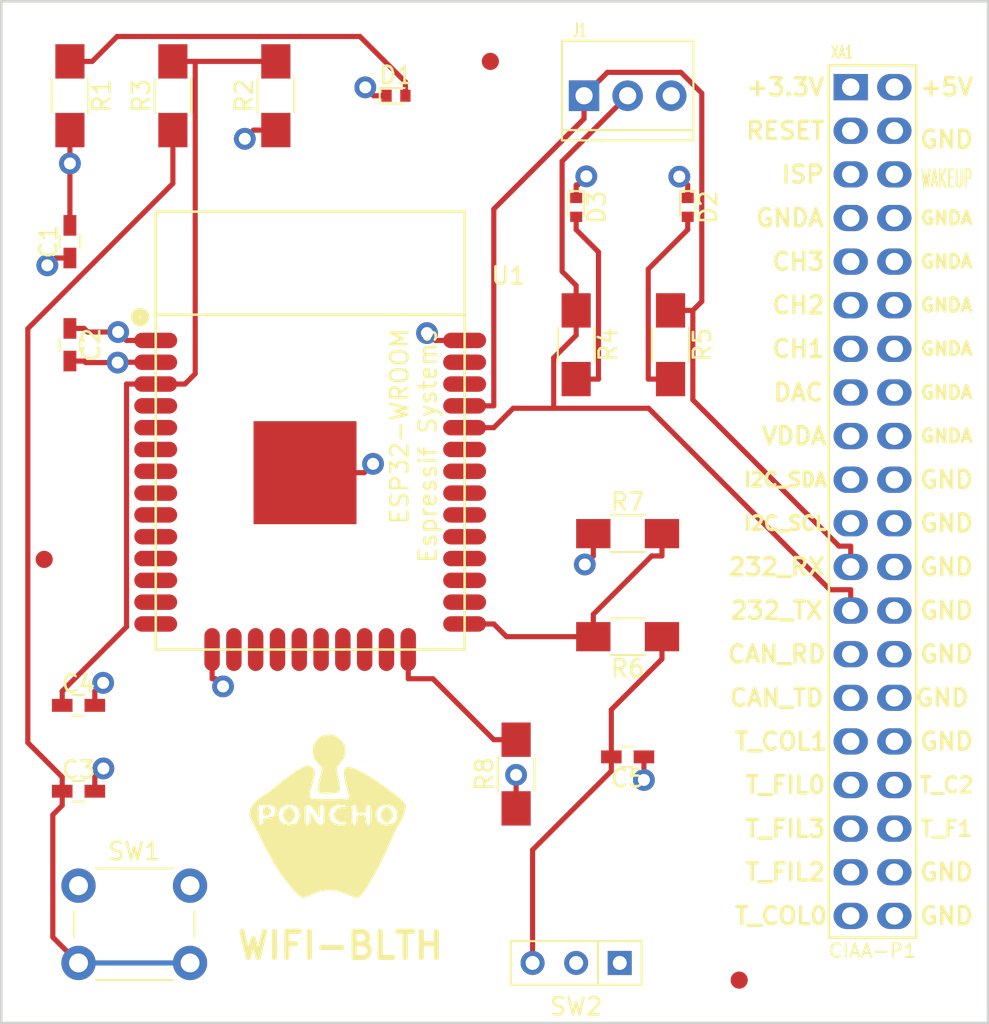
<source format=kicad_pcb>
(kicad_pcb (version 4) (host pcbnew 4.0.6)

  (general
    (links 52)
    (no_connects 0)
    (area 128.924999 73.924999 186.575001 133.715)
    (thickness 1.6)
    (drawings 4)
    (tracks 137)
    (zones 0)
    (modules 25)
    (nets 73)
  )

  (page A4)
  (title_block
    (title "Poncho EDU-CIAA WIFI-BLUETOOTH")
    (rev 1.0)
    (company "Carrera de Especialización en Sistemas Embebidos")
    (comment 1 "Curso: Diseño de PCB")
    (comment 2 "Licencia BSD")
    (comment 3 "Revisor: Franklin Angulo")
    (comment 4 "Autor: Julio Gastón Coccé")
  )

  (layers
    (0 TOP signal)
    (1 Power power hide)
    (2 GND power hide)
    (31 BOTTOM signal)
    (34 B.Paste user)
    (35 F.Paste user)
    (36 B.SilkS user)
    (37 F.SilkS user)
    (38 B.Mask user)
    (39 F.Mask user)
    (40 Dwgs.User user)
    (44 Edge.Cuts user)
    (46 B.CrtYd user)
  )

  (setup
    (last_trace_width 0.3)
    (user_trace_width 0.25)
    (user_trace_width 0.3)
    (trace_clearance 0.3)
    (zone_clearance 0.3)
    (zone_45_only no)
    (trace_min 0.2)
    (segment_width 0.2)
    (edge_width 0.15)
    (via_size 1.27)
    (via_drill 0.7)
    (via_min_size 0.4)
    (via_min_drill 0.3)
    (user_via 0.8 0.4)
    (user_via 1 0.5)
    (user_via 1.27 0.7)
    (uvia_size 0.3)
    (uvia_drill 0.1)
    (uvias_allowed no)
    (uvia_min_size 0.2)
    (uvia_min_drill 0.1)
    (pcb_text_width 0.3)
    (pcb_text_size 1.5 1.5)
    (mod_edge_width 0.15)
    (mod_text_size 1 1)
    (mod_text_width 0.15)
    (pad_size 1.524 1.524)
    (pad_drill 0.762)
    (pad_to_mask_clearance 0.2)
    (aux_axis_origin 0 0)
    (visible_elements 7FFFFFFF)
    (pcbplotparams
      (layerselection 0x00030_80000001)
      (usegerberextensions false)
      (excludeedgelayer true)
      (linewidth 0.100000)
      (plotframeref false)
      (viasonmask false)
      (mode 1)
      (useauxorigin false)
      (hpglpennumber 1)
      (hpglpenspeed 20)
      (hpglpendiameter 15)
      (hpglpenoverlay 2)
      (psnegative false)
      (psa4output false)
      (plotreference true)
      (plotvalue true)
      (plotinvisibletext false)
      (padsonsilk false)
      (subtractmaskfromsilk false)
      (outputformat 1)
      (mirror false)
      (drillshape 1)
      (scaleselection 1)
      (outputdirectory ""))
  )

  (net 0 "")
  (net 1 GND)
  (net 2 "Net-(C3-Pad1)")
  (net 3 "Net-(C4-Pad1)")
  (net 4 "Net-(C5-Pad2)")
  (net 5 "Net-(D1-Pad2)")
  (net 6 "Net-(D2-Pad2)")
  (net 7 "Net-(D3-Pad2)")
  (net 8 "Net-(J1-Pad1)")
  (net 9 "Net-(J1-Pad2)")
  (net 10 +3V3)
  (net 11 "Net-(SW2-Pad1)")
  (net 12 "Net-(U1-Pad37)")
  (net 13 "Net-(U1-Pad36)")
  (net 14 "Net-(U1-Pad33)")
  (net 15 "Net-(U1-Pad32)")
  (net 16 "Net-(U1-Pad31)")
  (net 17 "Net-(U1-Pad30)")
  (net 18 "Net-(U1-Pad29)")
  (net 19 "Net-(U1-Pad28)")
  (net 20 "Net-(U1-Pad27)")
  (net 21 "Net-(U1-Pad26)")
  (net 22 "Net-(U1-Pad23)")
  (net 23 "Net-(U1-Pad22)")
  (net 24 "Net-(U1-Pad21)")
  (net 25 "Net-(U1-Pad20)")
  (net 26 "Net-(U1-Pad19)")
  (net 27 "Net-(U1-Pad18)")
  (net 28 "Net-(U1-Pad17)")
  (net 29 "Net-(U1-Pad16)")
  (net 30 "Net-(U1-Pad14)")
  (net 31 "Net-(U1-Pad13)")
  (net 32 "Net-(U1-Pad12)")
  (net 33 "Net-(U1-Pad11)")
  (net 34 "Net-(U1-Pad10)")
  (net 35 "Net-(U1-Pad9)")
  (net 36 "Net-(U1-Pad8)")
  (net 37 "Net-(U1-Pad7)")
  (net 38 "Net-(U1-Pad6)")
  (net 39 "Net-(U1-Pad5)")
  (net 40 "Net-(U1-Pad4)")
  (net 41 "Net-(XA1-Pad2)")
  (net 42 "Net-(XA1-Pad11)")
  (net 43 "Net-(XA1-Pad13)")
  (net 44 "Net-(XA1-Pad6)")
  (net 45 "Net-(XA1-Pad15)")
  (net 46 "Net-(XA1-Pad8)")
  (net 47 "Net-(XA1-Pad17)")
  (net 48 "Net-(XA1-Pad10)")
  (net 49 "Net-(XA1-Pad19)")
  (net 50 "Net-(XA1-Pad12)")
  (net 51 "Net-(XA1-Pad21)")
  (net 52 "Net-(XA1-Pad14)")
  (net 53 "Net-(XA1-Pad16)")
  (net 54 "Net-(XA1-Pad18)")
  (net 55 "Net-(XA1-Pad27)")
  (net 56 "Net-(XA1-Pad29)")
  (net 57 "Net-(XA1-Pad31)")
  (net 58 "Net-(XA1-Pad33)")
  (net 59 "Net-(XA1-Pad34)")
  (net 60 "Net-(XA1-Pad36)")
  (net 61 "Net-(XA1-Pad35)")
  (net 62 "Net-(XA1-Pad37)")
  (net 63 "Net-(XA1-Pad3)")
  (net 64 "Net-(XA1-Pad5)")
  (net 65 "Net-(XA1-Pad7)")
  (net 66 "Net-(XA1-Pad9)")
  (net 67 "Net-(XA1-Pad39)")
  (net 68 "Net-(F1-Pad1)")
  (net 69 "Net-(F2-Pad1)")
  (net 70 "Net-(F3-Pad1)")
  (net 71 "Net-(R6-Pad2)")
  (net 72 "Net-(R8-Pad2)")

  (net_class Default "Esta es la clase de red por defecto."
    (clearance 0.3)
    (trace_width 0.3)
    (via_dia 1.27)
    (via_drill 0.7)
    (uvia_dia 0.3)
    (uvia_drill 0.1)
    (add_net +3V3)
    (add_net GND)
    (add_net "Net-(C3-Pad1)")
    (add_net "Net-(C4-Pad1)")
    (add_net "Net-(C5-Pad2)")
    (add_net "Net-(D1-Pad2)")
    (add_net "Net-(D2-Pad2)")
    (add_net "Net-(D3-Pad2)")
    (add_net "Net-(F1-Pad1)")
    (add_net "Net-(F2-Pad1)")
    (add_net "Net-(F3-Pad1)")
    (add_net "Net-(J1-Pad1)")
    (add_net "Net-(J1-Pad2)")
    (add_net "Net-(R6-Pad2)")
    (add_net "Net-(R8-Pad2)")
    (add_net "Net-(SW2-Pad1)")
    (add_net "Net-(U1-Pad10)")
    (add_net "Net-(U1-Pad11)")
    (add_net "Net-(U1-Pad12)")
    (add_net "Net-(U1-Pad13)")
    (add_net "Net-(U1-Pad14)")
    (add_net "Net-(U1-Pad16)")
    (add_net "Net-(U1-Pad17)")
    (add_net "Net-(U1-Pad18)")
    (add_net "Net-(U1-Pad19)")
    (add_net "Net-(U1-Pad20)")
    (add_net "Net-(U1-Pad21)")
    (add_net "Net-(U1-Pad22)")
    (add_net "Net-(U1-Pad23)")
    (add_net "Net-(U1-Pad26)")
    (add_net "Net-(U1-Pad27)")
    (add_net "Net-(U1-Pad28)")
    (add_net "Net-(U1-Pad29)")
    (add_net "Net-(U1-Pad30)")
    (add_net "Net-(U1-Pad31)")
    (add_net "Net-(U1-Pad32)")
    (add_net "Net-(U1-Pad33)")
    (add_net "Net-(U1-Pad36)")
    (add_net "Net-(U1-Pad37)")
    (add_net "Net-(U1-Pad4)")
    (add_net "Net-(U1-Pad5)")
    (add_net "Net-(U1-Pad6)")
    (add_net "Net-(U1-Pad7)")
    (add_net "Net-(U1-Pad8)")
    (add_net "Net-(U1-Pad9)")
    (add_net "Net-(XA1-Pad10)")
    (add_net "Net-(XA1-Pad11)")
    (add_net "Net-(XA1-Pad12)")
    (add_net "Net-(XA1-Pad13)")
    (add_net "Net-(XA1-Pad14)")
    (add_net "Net-(XA1-Pad15)")
    (add_net "Net-(XA1-Pad16)")
    (add_net "Net-(XA1-Pad17)")
    (add_net "Net-(XA1-Pad18)")
    (add_net "Net-(XA1-Pad19)")
    (add_net "Net-(XA1-Pad2)")
    (add_net "Net-(XA1-Pad21)")
    (add_net "Net-(XA1-Pad27)")
    (add_net "Net-(XA1-Pad29)")
    (add_net "Net-(XA1-Pad3)")
    (add_net "Net-(XA1-Pad31)")
    (add_net "Net-(XA1-Pad33)")
    (add_net "Net-(XA1-Pad34)")
    (add_net "Net-(XA1-Pad35)")
    (add_net "Net-(XA1-Pad36)")
    (add_net "Net-(XA1-Pad37)")
    (add_net "Net-(XA1-Pad39)")
    (add_net "Net-(XA1-Pad5)")
    (add_net "Net-(XA1-Pad6)")
    (add_net "Net-(XA1-Pad7)")
    (add_net "Net-(XA1-Pad8)")
    (add_net "Net-(XA1-Pad9)")
  )

  (module Capacitors_SMD:C_0603_HandSoldering (layer TOP) (tedit 58AA848B) (tstamp 592D6200)
    (at 133 88 90)
    (descr "Capacitor SMD 0603, hand soldering")
    (tags "capacitor 0603")
    (path /591B3730)
    (attr smd)
    (fp_text reference C1 (at 0 -1.25 90) (layer F.SilkS)
      (effects (font (size 1 1) (thickness 0.15)))
    )
    (fp_text value 0,1uF (at 0 1.5 90) (layer F.Fab)
      (effects (font (size 1 1) (thickness 0.15)))
    )
    (fp_text user %R (at 0 -1.25 90) (layer F.Fab)
      (effects (font (size 1 1) (thickness 0.15)))
    )
    (fp_line (start -0.8 0.4) (end -0.8 -0.4) (layer F.Fab) (width 0.1))
    (fp_line (start 0.8 0.4) (end -0.8 0.4) (layer F.Fab) (width 0.1))
    (fp_line (start 0.8 -0.4) (end 0.8 0.4) (layer F.Fab) (width 0.1))
    (fp_line (start -0.8 -0.4) (end 0.8 -0.4) (layer F.Fab) (width 0.1))
    (fp_line (start -0.35 -0.6) (end 0.35 -0.6) (layer F.SilkS) (width 0.12))
    (fp_line (start 0.35 0.6) (end -0.35 0.6) (layer F.SilkS) (width 0.12))
    (fp_line (start -1.8 -0.65) (end 1.8 -0.65) (layer F.CrtYd) (width 0.05))
    (fp_line (start -1.8 -0.65) (end -1.8 0.65) (layer F.CrtYd) (width 0.05))
    (fp_line (start 1.8 0.65) (end 1.8 -0.65) (layer F.CrtYd) (width 0.05))
    (fp_line (start 1.8 0.65) (end -1.8 0.65) (layer F.CrtYd) (width 0.05))
    (pad 1 smd rect (at -0.95 0 90) (size 1.2 0.75) (layers TOP F.Paste F.Mask)
      (net 1 GND))
    (pad 2 smd rect (at 0.95 0 90) (size 1.2 0.75) (layers TOP F.Paste F.Mask)
      (net 10 +3V3))
    (model ${KIPRJMOD}/PonchoEDUCIAA_WIFI_BLT.3dshapes/C_0603.wrl
      (at (xyz 0 0 0))
      (scale (xyz 1 1 1))
      (rotate (xyz 0 0 0))
    )
  )

  (module Capacitors_SMD:C_0603_HandSoldering (layer TOP) (tedit 58AA848B) (tstamp 592D6206)
    (at 133 94 270)
    (descr "Capacitor SMD 0603, hand soldering")
    (tags "capacitor 0603")
    (path /591B36A3)
    (attr smd)
    (fp_text reference C2 (at 0 -1.25 270) (layer F.SilkS)
      (effects (font (size 1 1) (thickness 0.15)))
    )
    (fp_text value 10uF (at 0 1.5 270) (layer F.Fab)
      (effects (font (size 1 1) (thickness 0.15)))
    )
    (fp_text user %R (at 0 -1.25 270) (layer F.Fab)
      (effects (font (size 1 1) (thickness 0.15)))
    )
    (fp_line (start -0.8 0.4) (end -0.8 -0.4) (layer F.Fab) (width 0.1))
    (fp_line (start 0.8 0.4) (end -0.8 0.4) (layer F.Fab) (width 0.1))
    (fp_line (start 0.8 -0.4) (end 0.8 0.4) (layer F.Fab) (width 0.1))
    (fp_line (start -0.8 -0.4) (end 0.8 -0.4) (layer F.Fab) (width 0.1))
    (fp_line (start -0.35 -0.6) (end 0.35 -0.6) (layer F.SilkS) (width 0.12))
    (fp_line (start 0.35 0.6) (end -0.35 0.6) (layer F.SilkS) (width 0.12))
    (fp_line (start -1.8 -0.65) (end 1.8 -0.65) (layer F.CrtYd) (width 0.05))
    (fp_line (start -1.8 -0.65) (end -1.8 0.65) (layer F.CrtYd) (width 0.05))
    (fp_line (start 1.8 0.65) (end 1.8 -0.65) (layer F.CrtYd) (width 0.05))
    (fp_line (start 1.8 0.65) (end -1.8 0.65) (layer F.CrtYd) (width 0.05))
    (pad 1 smd rect (at -0.95 0 270) (size 1.2 0.75) (layers TOP F.Paste F.Mask)
      (net 1 GND))
    (pad 2 smd rect (at 0.95 0 270) (size 1.2 0.75) (layers TOP F.Paste F.Mask)
      (net 10 +3V3))
    (model ${KIPRJMOD}/PonchoEDUCIAA_WIFI_BLT.3dshapes/C_0603.wrl
      (at (xyz 0 0 0))
      (scale (xyz 1 1 1))
      (rotate (xyz 0 0 0))
    )
  )

  (module Capacitors_SMD:C_0603_HandSoldering (layer TOP) (tedit 58AA848B) (tstamp 592D620C)
    (at 133.5 120)
    (descr "Capacitor SMD 0603, hand soldering")
    (tags "capacitor 0603")
    (path /591B3654)
    (attr smd)
    (fp_text reference C3 (at 0 -1.25) (layer F.SilkS)
      (effects (font (size 1 1) (thickness 0.15)))
    )
    (fp_text value 1nF (at 0 1.5) (layer F.Fab)
      (effects (font (size 1 1) (thickness 0.15)))
    )
    (fp_text user %R (at 0 -1.25) (layer F.Fab)
      (effects (font (size 1 1) (thickness 0.15)))
    )
    (fp_line (start -0.8 0.4) (end -0.8 -0.4) (layer F.Fab) (width 0.1))
    (fp_line (start 0.8 0.4) (end -0.8 0.4) (layer F.Fab) (width 0.1))
    (fp_line (start 0.8 -0.4) (end 0.8 0.4) (layer F.Fab) (width 0.1))
    (fp_line (start -0.8 -0.4) (end 0.8 -0.4) (layer F.Fab) (width 0.1))
    (fp_line (start -0.35 -0.6) (end 0.35 -0.6) (layer F.SilkS) (width 0.12))
    (fp_line (start 0.35 0.6) (end -0.35 0.6) (layer F.SilkS) (width 0.12))
    (fp_line (start -1.8 -0.65) (end 1.8 -0.65) (layer F.CrtYd) (width 0.05))
    (fp_line (start -1.8 -0.65) (end -1.8 0.65) (layer F.CrtYd) (width 0.05))
    (fp_line (start 1.8 0.65) (end 1.8 -0.65) (layer F.CrtYd) (width 0.05))
    (fp_line (start 1.8 0.65) (end -1.8 0.65) (layer F.CrtYd) (width 0.05))
    (pad 1 smd rect (at -0.95 0) (size 1.2 0.75) (layers TOP F.Paste F.Mask)
      (net 2 "Net-(C3-Pad1)"))
    (pad 2 smd rect (at 0.95 0) (size 1.2 0.75) (layers TOP F.Paste F.Mask)
      (net 1 GND))
    (model ${KIPRJMOD}/PonchoEDUCIAA_WIFI_BLT.3dshapes/C_0603.wrl
      (at (xyz 0 0 0))
      (scale (xyz 1 1 1))
      (rotate (xyz 0 0 0))
    )
  )

  (module Capacitors_SMD:C_0603_HandSoldering (layer TOP) (tedit 58AA848B) (tstamp 592D6212)
    (at 133.5 115)
    (descr "Capacitor SMD 0603, hand soldering")
    (tags "capacitor 0603")
    (path /591B3D46)
    (attr smd)
    (fp_text reference C4 (at 0 -1.25) (layer F.SilkS)
      (effects (font (size 1 1) (thickness 0.15)))
    )
    (fp_text value 0,1nF (at 0 1.5) (layer F.Fab)
      (effects (font (size 1 1) (thickness 0.15)))
    )
    (fp_text user %R (at 0 -1.25) (layer F.Fab)
      (effects (font (size 1 1) (thickness 0.15)))
    )
    (fp_line (start -0.8 0.4) (end -0.8 -0.4) (layer F.Fab) (width 0.1))
    (fp_line (start 0.8 0.4) (end -0.8 0.4) (layer F.Fab) (width 0.1))
    (fp_line (start 0.8 -0.4) (end 0.8 0.4) (layer F.Fab) (width 0.1))
    (fp_line (start -0.8 -0.4) (end 0.8 -0.4) (layer F.Fab) (width 0.1))
    (fp_line (start -0.35 -0.6) (end 0.35 -0.6) (layer F.SilkS) (width 0.12))
    (fp_line (start 0.35 0.6) (end -0.35 0.6) (layer F.SilkS) (width 0.12))
    (fp_line (start -1.8 -0.65) (end 1.8 -0.65) (layer F.CrtYd) (width 0.05))
    (fp_line (start -1.8 -0.65) (end -1.8 0.65) (layer F.CrtYd) (width 0.05))
    (fp_line (start 1.8 0.65) (end 1.8 -0.65) (layer F.CrtYd) (width 0.05))
    (fp_line (start 1.8 0.65) (end -1.8 0.65) (layer F.CrtYd) (width 0.05))
    (pad 1 smd rect (at -0.95 0) (size 1.2 0.75) (layers TOP F.Paste F.Mask)
      (net 3 "Net-(C4-Pad1)"))
    (pad 2 smd rect (at 0.95 0) (size 1.2 0.75) (layers TOP F.Paste F.Mask)
      (net 1 GND))
    (model ${KIPRJMOD}/PonchoEDUCIAA_WIFI_BLT.3dshapes/C_0603.wrl
      (at (xyz 0 0 0))
      (scale (xyz 1 1 1))
      (rotate (xyz 0 0 0))
    )
  )

  (module Capacitors_SMD:C_0603_HandSoldering (layer TOP) (tedit 58AA848B) (tstamp 592D6218)
    (at 165.5 118 180)
    (descr "Capacitor SMD 0603, hand soldering")
    (tags "capacitor 0603")
    (path /591BA60B)
    (attr smd)
    (fp_text reference C5 (at 0 -1.25 180) (layer F.SilkS)
      (effects (font (size 1 1) (thickness 0.15)))
    )
    (fp_text value 1nF (at 0 1.5 180) (layer F.Fab)
      (effects (font (size 1 1) (thickness 0.15)))
    )
    (fp_text user %R (at 0 -1.25 180) (layer F.Fab)
      (effects (font (size 1 1) (thickness 0.15)))
    )
    (fp_line (start -0.8 0.4) (end -0.8 -0.4) (layer F.Fab) (width 0.1))
    (fp_line (start 0.8 0.4) (end -0.8 0.4) (layer F.Fab) (width 0.1))
    (fp_line (start 0.8 -0.4) (end 0.8 0.4) (layer F.Fab) (width 0.1))
    (fp_line (start -0.8 -0.4) (end 0.8 -0.4) (layer F.Fab) (width 0.1))
    (fp_line (start -0.35 -0.6) (end 0.35 -0.6) (layer F.SilkS) (width 0.12))
    (fp_line (start 0.35 0.6) (end -0.35 0.6) (layer F.SilkS) (width 0.12))
    (fp_line (start -1.8 -0.65) (end 1.8 -0.65) (layer F.CrtYd) (width 0.05))
    (fp_line (start -1.8 -0.65) (end -1.8 0.65) (layer F.CrtYd) (width 0.05))
    (fp_line (start 1.8 0.65) (end 1.8 -0.65) (layer F.CrtYd) (width 0.05))
    (fp_line (start 1.8 0.65) (end -1.8 0.65) (layer F.CrtYd) (width 0.05))
    (pad 1 smd rect (at -0.95 0 180) (size 1.2 0.75) (layers TOP F.Paste F.Mask)
      (net 1 GND))
    (pad 2 smd rect (at 0.95 0 180) (size 1.2 0.75) (layers TOP F.Paste F.Mask)
      (net 4 "Net-(C5-Pad2)"))
    (model ${KIPRJMOD}/PonchoEDUCIAA_WIFI_BLT.3dshapes/C_0603.wrl
      (at (xyz 0 0 0))
      (scale (xyz 1 1 1))
      (rotate (xyz 0 0 0))
    )
  )

  (module LEDs:LED_0402 (layer TOP) (tedit 57FE9357) (tstamp 592D621E)
    (at 152 79.5)
    (descr "LED 0402 smd package")
    (tags "LED led 0402 SMD smd SMT smt smdled SMDLED smtled SMTLED")
    (path /5915C6BB)
    (attr smd)
    (fp_text reference D1 (at 0 -1.2) (layer F.SilkS)
      (effects (font (size 1 1) (thickness 0.15)))
    )
    (fp_text value LED_Rojo (at 0 1.4) (layer F.Fab)
      (effects (font (size 1 1) (thickness 0.15)))
    )
    (fp_line (start -0.95 -0.45) (end -0.95 0.45) (layer F.SilkS) (width 0.12))
    (fp_line (start -0.15 -0.2) (end -0.15 0.2) (layer F.Fab) (width 0.1))
    (fp_line (start -0.15 0) (end 0.15 -0.2) (layer F.Fab) (width 0.1))
    (fp_line (start 0.15 0.2) (end -0.15 0) (layer F.Fab) (width 0.1))
    (fp_line (start 0.15 -0.2) (end 0.15 0.2) (layer F.Fab) (width 0.1))
    (fp_line (start 0.5 0.25) (end -0.5 0.25) (layer F.Fab) (width 0.1))
    (fp_line (start 0.5 -0.25) (end 0.5 0.25) (layer F.Fab) (width 0.1))
    (fp_line (start -0.5 -0.25) (end 0.5 -0.25) (layer F.Fab) (width 0.1))
    (fp_line (start -0.5 0.25) (end -0.5 -0.25) (layer F.Fab) (width 0.1))
    (fp_line (start -0.95 0.45) (end 0.5 0.45) (layer F.SilkS) (width 0.12))
    (fp_line (start -0.95 -0.45) (end 0.5 -0.45) (layer F.SilkS) (width 0.12))
    (fp_line (start 1 -0.5) (end 1 0.5) (layer F.CrtYd) (width 0.05))
    (fp_line (start 1 0.5) (end -1 0.5) (layer F.CrtYd) (width 0.05))
    (fp_line (start -1 0.5) (end -1 -0.5) (layer F.CrtYd) (width 0.05))
    (fp_line (start -1 -0.5) (end 1 -0.5) (layer F.CrtYd) (width 0.05))
    (pad 2 smd rect (at 0.55 0 180) (size 0.6 0.7) (layers TOP F.Paste F.Mask)
      (net 5 "Net-(D1-Pad2)"))
    (pad 1 smd rect (at -0.55 0 180) (size 0.6 0.7) (layers TOP F.Paste F.Mask)
      (net 1 GND))
    (model ${KIPRJMOD}/PonchoEDUCIAA_WIFI_BLT.3dshapes/LED_0402.wrl
      (at (xyz 0 0 0))
      (scale (xyz 1 1 1))
      (rotate (xyz 0 0 180))
    )
  )

  (module LEDs:LED_0402 (layer TOP) (tedit 57FE9357) (tstamp 592D6224)
    (at 169 86 270)
    (descr "LED 0402 smd package")
    (tags "LED led 0402 SMD smd SMT smt smdled SMDLED smtled SMTLED")
    (path /5915C18C)
    (attr smd)
    (fp_text reference D2 (at 0 -1.2 270) (layer F.SilkS)
      (effects (font (size 1 1) (thickness 0.15)))
    )
    (fp_text value LED_Verde (at 0 1.4 270) (layer F.Fab)
      (effects (font (size 1 1) (thickness 0.15)))
    )
    (fp_line (start -0.95 -0.45) (end -0.95 0.45) (layer F.SilkS) (width 0.12))
    (fp_line (start -0.15 -0.2) (end -0.15 0.2) (layer F.Fab) (width 0.1))
    (fp_line (start -0.15 0) (end 0.15 -0.2) (layer F.Fab) (width 0.1))
    (fp_line (start 0.15 0.2) (end -0.15 0) (layer F.Fab) (width 0.1))
    (fp_line (start 0.15 -0.2) (end 0.15 0.2) (layer F.Fab) (width 0.1))
    (fp_line (start 0.5 0.25) (end -0.5 0.25) (layer F.Fab) (width 0.1))
    (fp_line (start 0.5 -0.25) (end 0.5 0.25) (layer F.Fab) (width 0.1))
    (fp_line (start -0.5 -0.25) (end 0.5 -0.25) (layer F.Fab) (width 0.1))
    (fp_line (start -0.5 0.25) (end -0.5 -0.25) (layer F.Fab) (width 0.1))
    (fp_line (start -0.95 0.45) (end 0.5 0.45) (layer F.SilkS) (width 0.12))
    (fp_line (start -0.95 -0.45) (end 0.5 -0.45) (layer F.SilkS) (width 0.12))
    (fp_line (start 1 -0.5) (end 1 0.5) (layer F.CrtYd) (width 0.05))
    (fp_line (start 1 0.5) (end -1 0.5) (layer F.CrtYd) (width 0.05))
    (fp_line (start -1 0.5) (end -1 -0.5) (layer F.CrtYd) (width 0.05))
    (fp_line (start -1 -0.5) (end 1 -0.5) (layer F.CrtYd) (width 0.05))
    (pad 2 smd rect (at 0.55 0 90) (size 0.6 0.7) (layers TOP F.Paste F.Mask)
      (net 6 "Net-(D2-Pad2)"))
    (pad 1 smd rect (at -0.55 0 90) (size 0.6 0.7) (layers TOP F.Paste F.Mask)
      (net 1 GND))
    (model ${KIPRJMOD}/PonchoEDUCIAA_WIFI_BLT.3dshapes/LED_0402.wrl
      (at (xyz 0 0 0))
      (scale (xyz 1 1 1))
      (rotate (xyz 0 0 180))
    )
  )

  (module LEDs:LED_0402 (layer TOP) (tedit 57FE9357) (tstamp 592D622A)
    (at 162.5 86 270)
    (descr "LED 0402 smd package")
    (tags "LED led 0402 SMD smd SMT smt smdled SMDLED smtled SMTLED")
    (path /5915C2A8)
    (attr smd)
    (fp_text reference D3 (at 0 -1.2 270) (layer F.SilkS)
      (effects (font (size 1 1) (thickness 0.15)))
    )
    (fp_text value LED_Amarillo (at 0 1.4 270) (layer F.Fab)
      (effects (font (size 1 1) (thickness 0.15)))
    )
    (fp_line (start -0.95 -0.45) (end -0.95 0.45) (layer F.SilkS) (width 0.12))
    (fp_line (start -0.15 -0.2) (end -0.15 0.2) (layer F.Fab) (width 0.1))
    (fp_line (start -0.15 0) (end 0.15 -0.2) (layer F.Fab) (width 0.1))
    (fp_line (start 0.15 0.2) (end -0.15 0) (layer F.Fab) (width 0.1))
    (fp_line (start 0.15 -0.2) (end 0.15 0.2) (layer F.Fab) (width 0.1))
    (fp_line (start 0.5 0.25) (end -0.5 0.25) (layer F.Fab) (width 0.1))
    (fp_line (start 0.5 -0.25) (end 0.5 0.25) (layer F.Fab) (width 0.1))
    (fp_line (start -0.5 -0.25) (end 0.5 -0.25) (layer F.Fab) (width 0.1))
    (fp_line (start -0.5 0.25) (end -0.5 -0.25) (layer F.Fab) (width 0.1))
    (fp_line (start -0.95 0.45) (end 0.5 0.45) (layer F.SilkS) (width 0.12))
    (fp_line (start -0.95 -0.45) (end 0.5 -0.45) (layer F.SilkS) (width 0.12))
    (fp_line (start 1 -0.5) (end 1 0.5) (layer F.CrtYd) (width 0.05))
    (fp_line (start 1 0.5) (end -1 0.5) (layer F.CrtYd) (width 0.05))
    (fp_line (start -1 0.5) (end -1 -0.5) (layer F.CrtYd) (width 0.05))
    (fp_line (start -1 -0.5) (end 1 -0.5) (layer F.CrtYd) (width 0.05))
    (pad 2 smd rect (at 0.55 0 90) (size 0.6 0.7) (layers TOP F.Paste F.Mask)
      (net 7 "Net-(D3-Pad2)"))
    (pad 1 smd rect (at -0.55 0 90) (size 0.6 0.7) (layers TOP F.Paste F.Mask)
      (net 1 GND))
    (model ${KIPRJMOD}/PonchoEDUCIAA_WIFI_BLT.3dshapes/LED_0402.wrl
      (at (xyz 0 0 0))
      (scale (xyz 1 1 1))
      (rotate (xyz 0 0 180))
    )
  )

  (module PonchoEDUCIAA_WIFI_BLTH:CON_PALETA_3 (layer TOP) (tedit 55918D28) (tstamp 592D6236)
    (at 165.5 79.5)
    (path /591B2551)
    (fp_text reference J1 (at -2.8 -3.8) (layer F.SilkS)
      (effects (font (size 0.762 0.4572) (thickness 0.127)))
    )
    (fp_text value UART (at 0 3.3) (layer F.Fab)
      (effects (font (size 0.762 0.4572) (thickness 0.127)))
    )
    (fp_line (start 3.83 -3.2) (end 3.83 2.6) (layer F.SilkS) (width 0.127))
    (fp_line (start -3.83 -3.2) (end 3.83 -3.2) (layer F.SilkS) (width 0.127))
    (fp_line (start -3.83 2.6) (end -3.83 -3.2) (layer F.SilkS) (width 0.127))
    (fp_line (start 3.83 2.6) (end -3.83 2.6) (layer F.SilkS) (width 0.127))
    (fp_line (start 3.83 2) (end -3.83 2) (layer F.SilkS) (width 0.127))
    (pad 1 thru_hole rect (at -2.54 0) (size 1.778 1.778) (drill 1) (layers *.Cu *.Mask)
      (net 8 "Net-(J1-Pad1)"))
    (pad 2 thru_hole circle (at 0 0) (size 1.778 1.778) (drill 1) (layers *.Cu *.Mask)
      (net 9 "Net-(J1-Pad2)"))
    (pad 3 thru_hole circle (at 2.54 0) (size 1.778 1.778) (drill 1) (layers *.Cu *.Mask)
      (net 1 GND))
    (model ${KIPRJMOD}/PonchoEDUCIAA_WIFI_BLT.3dshapes/CON_PALETA_3.wrl
      (at (xyz 0 0.012 0))
      (scale (xyz 0.395 0.395 0.395))
      (rotate (xyz 0 0 180))
    )
  )

  (module Resistors_SMD:R_1206_HandSoldering (layer TOP) (tedit 58E0A804) (tstamp 592D623C)
    (at 133 79.5 270)
    (descr "Resistor SMD 1206, hand soldering")
    (tags "resistor 1206")
    (path /5915C673)
    (attr smd)
    (fp_text reference R1 (at 0 -1.85 270) (layer F.SilkS)
      (effects (font (size 1 1) (thickness 0.15)))
    )
    (fp_text value 402 (at 0 1.9 270) (layer F.Fab)
      (effects (font (size 1 1) (thickness 0.15)))
    )
    (fp_text user %R (at 0 0 270) (layer F.Fab)
      (effects (font (size 0.7 0.7) (thickness 0.105)))
    )
    (fp_line (start -1.6 0.8) (end -1.6 -0.8) (layer F.Fab) (width 0.1))
    (fp_line (start 1.6 0.8) (end -1.6 0.8) (layer F.Fab) (width 0.1))
    (fp_line (start 1.6 -0.8) (end 1.6 0.8) (layer F.Fab) (width 0.1))
    (fp_line (start -1.6 -0.8) (end 1.6 -0.8) (layer F.Fab) (width 0.1))
    (fp_line (start 1 1.07) (end -1 1.07) (layer F.SilkS) (width 0.12))
    (fp_line (start -1 -1.07) (end 1 -1.07) (layer F.SilkS) (width 0.12))
    (fp_line (start -3.25 -1.11) (end 3.25 -1.11) (layer F.CrtYd) (width 0.05))
    (fp_line (start -3.25 -1.11) (end -3.25 1.1) (layer F.CrtYd) (width 0.05))
    (fp_line (start 3.25 1.1) (end 3.25 -1.11) (layer F.CrtYd) (width 0.05))
    (fp_line (start 3.25 1.1) (end -3.25 1.1) (layer F.CrtYd) (width 0.05))
    (pad 1 smd rect (at -2 0 270) (size 2 1.7) (layers TOP F.Paste F.Mask)
      (net 5 "Net-(D1-Pad2)"))
    (pad 2 smd rect (at 2 0 270) (size 2 1.7) (layers TOP F.Paste F.Mask)
      (net 10 +3V3))
    (model ${KIPRJMOD}/PonchoEDUCIAA_WIFI_BLT.3dshapes/R_1206.wrl
      (at (xyz 0 0 0))
      (scale (xyz 1 1 1))
      (rotate (xyz 0 0 0))
    )
  )

  (module Resistors_SMD:R_1206_HandSoldering (layer TOP) (tedit 58E0A804) (tstamp 592D6242)
    (at 145 79.5 90)
    (descr "Resistor SMD 1206, hand soldering")
    (tags "resistor 1206")
    (path /591B3C47)
    (attr smd)
    (fp_text reference R2 (at 0 -1.85 90) (layer F.SilkS)
      (effects (font (size 1 1) (thickness 0.15)))
    )
    (fp_text value 10k (at 0 1.9 90) (layer F.Fab)
      (effects (font (size 1 1) (thickness 0.15)))
    )
    (fp_text user %R (at 0 0 90) (layer F.Fab)
      (effects (font (size 0.7 0.7) (thickness 0.105)))
    )
    (fp_line (start -1.6 0.8) (end -1.6 -0.8) (layer F.Fab) (width 0.1))
    (fp_line (start 1.6 0.8) (end -1.6 0.8) (layer F.Fab) (width 0.1))
    (fp_line (start 1.6 -0.8) (end 1.6 0.8) (layer F.Fab) (width 0.1))
    (fp_line (start -1.6 -0.8) (end 1.6 -0.8) (layer F.Fab) (width 0.1))
    (fp_line (start 1 1.07) (end -1 1.07) (layer F.SilkS) (width 0.12))
    (fp_line (start -1 -1.07) (end 1 -1.07) (layer F.SilkS) (width 0.12))
    (fp_line (start -3.25 -1.11) (end 3.25 -1.11) (layer F.CrtYd) (width 0.05))
    (fp_line (start -3.25 -1.11) (end -3.25 1.1) (layer F.CrtYd) (width 0.05))
    (fp_line (start 3.25 1.1) (end 3.25 -1.11) (layer F.CrtYd) (width 0.05))
    (fp_line (start 3.25 1.1) (end -3.25 1.1) (layer F.CrtYd) (width 0.05))
    (pad 1 smd rect (at -2 0 90) (size 2 1.7) (layers TOP F.Paste F.Mask)
      (net 10 +3V3))
    (pad 2 smd rect (at 2 0 90) (size 2 1.7) (layers TOP F.Paste F.Mask)
      (net 3 "Net-(C4-Pad1)"))
    (model ${KIPRJMOD}/PonchoEDUCIAA_WIFI_BLT.3dshapes/R_1206.wrl
      (at (xyz 0 0 0))
      (scale (xyz 1 1 1))
      (rotate (xyz 0 0 0))
    )
  )

  (module Resistors_SMD:R_1206_HandSoldering (layer TOP) (tedit 58E0A804) (tstamp 592D6248)
    (at 139 79.5 90)
    (descr "Resistor SMD 1206, hand soldering")
    (tags "resistor 1206")
    (path /591B39FC)
    (attr smd)
    (fp_text reference R3 (at 0 -1.85 90) (layer F.SilkS)
      (effects (font (size 1 1) (thickness 0.15)))
    )
    (fp_text value 470 (at 0 1.9 90) (layer F.Fab)
      (effects (font (size 1 1) (thickness 0.15)))
    )
    (fp_text user %R (at 0 0 90) (layer F.Fab)
      (effects (font (size 0.7 0.7) (thickness 0.105)))
    )
    (fp_line (start -1.6 0.8) (end -1.6 -0.8) (layer F.Fab) (width 0.1))
    (fp_line (start 1.6 0.8) (end -1.6 0.8) (layer F.Fab) (width 0.1))
    (fp_line (start 1.6 -0.8) (end 1.6 0.8) (layer F.Fab) (width 0.1))
    (fp_line (start -1.6 -0.8) (end 1.6 -0.8) (layer F.Fab) (width 0.1))
    (fp_line (start 1 1.07) (end -1 1.07) (layer F.SilkS) (width 0.12))
    (fp_line (start -1 -1.07) (end 1 -1.07) (layer F.SilkS) (width 0.12))
    (fp_line (start -3.25 -1.11) (end 3.25 -1.11) (layer F.CrtYd) (width 0.05))
    (fp_line (start -3.25 -1.11) (end -3.25 1.1) (layer F.CrtYd) (width 0.05))
    (fp_line (start 3.25 1.1) (end 3.25 -1.11) (layer F.CrtYd) (width 0.05))
    (fp_line (start 3.25 1.1) (end -3.25 1.1) (layer F.CrtYd) (width 0.05))
    (pad 1 smd rect (at -2 0 90) (size 2 1.7) (layers TOP F.Paste F.Mask)
      (net 2 "Net-(C3-Pad1)"))
    (pad 2 smd rect (at 2 0 90) (size 2 1.7) (layers TOP F.Paste F.Mask)
      (net 3 "Net-(C4-Pad1)"))
    (model ${KIPRJMOD}/PonchoEDUCIAA_WIFI_BLT.3dshapes/R_1206.wrl
      (at (xyz 0 0 0))
      (scale (xyz 1 1 1))
      (rotate (xyz 0 0 0))
    )
  )

  (module Resistors_SMD:R_1206_HandSoldering (layer TOP) (tedit 58E0A804) (tstamp 592D624E)
    (at 162.5 94 270)
    (descr "Resistor SMD 1206, hand soldering")
    (tags "resistor 1206")
    (path /5915C27A)
    (attr smd)
    (fp_text reference R4 (at 0 -1.85 270) (layer F.SilkS)
      (effects (font (size 1 1) (thickness 0.15)))
    )
    (fp_text value 402 (at 0 1.9 270) (layer F.Fab)
      (effects (font (size 1 1) (thickness 0.15)))
    )
    (fp_text user %R (at 0 0 270) (layer F.Fab)
      (effects (font (size 0.7 0.7) (thickness 0.105)))
    )
    (fp_line (start -1.6 0.8) (end -1.6 -0.8) (layer F.Fab) (width 0.1))
    (fp_line (start 1.6 0.8) (end -1.6 0.8) (layer F.Fab) (width 0.1))
    (fp_line (start 1.6 -0.8) (end 1.6 0.8) (layer F.Fab) (width 0.1))
    (fp_line (start -1.6 -0.8) (end 1.6 -0.8) (layer F.Fab) (width 0.1))
    (fp_line (start 1 1.07) (end -1 1.07) (layer F.SilkS) (width 0.12))
    (fp_line (start -1 -1.07) (end 1 -1.07) (layer F.SilkS) (width 0.12))
    (fp_line (start -3.25 -1.11) (end 3.25 -1.11) (layer F.CrtYd) (width 0.05))
    (fp_line (start -3.25 -1.11) (end -3.25 1.1) (layer F.CrtYd) (width 0.05))
    (fp_line (start 3.25 1.1) (end 3.25 -1.11) (layer F.CrtYd) (width 0.05))
    (fp_line (start 3.25 1.1) (end -3.25 1.1) (layer F.CrtYd) (width 0.05))
    (pad 1 smd rect (at -2 0 270) (size 2 1.7) (layers TOP F.Paste F.Mask)
      (net 9 "Net-(J1-Pad2)"))
    (pad 2 smd rect (at 2 0 270) (size 2 1.7) (layers TOP F.Paste F.Mask)
      (net 7 "Net-(D3-Pad2)"))
    (model ${KIPRJMOD}/PonchoEDUCIAA_WIFI_BLT.3dshapes/R_1206.wrl
      (at (xyz 0 0 0))
      (scale (xyz 1 1 1))
      (rotate (xyz 0 0 0))
    )
  )

  (module Resistors_SMD:R_1206_HandSoldering (layer TOP) (tedit 58E0A804) (tstamp 592D6254)
    (at 168 94 270)
    (descr "Resistor SMD 1206, hand soldering")
    (tags "resistor 1206")
    (path /5915BEE9)
    (attr smd)
    (fp_text reference R5 (at 0 -1.85 270) (layer F.SilkS)
      (effects (font (size 1 1) (thickness 0.15)))
    )
    (fp_text value 402 (at 0 1.9 270) (layer F.Fab)
      (effects (font (size 1 1) (thickness 0.15)))
    )
    (fp_text user %R (at 0 0 270) (layer F.Fab)
      (effects (font (size 0.7 0.7) (thickness 0.105)))
    )
    (fp_line (start -1.6 0.8) (end -1.6 -0.8) (layer F.Fab) (width 0.1))
    (fp_line (start 1.6 0.8) (end -1.6 0.8) (layer F.Fab) (width 0.1))
    (fp_line (start 1.6 -0.8) (end 1.6 0.8) (layer F.Fab) (width 0.1))
    (fp_line (start -1.6 -0.8) (end 1.6 -0.8) (layer F.Fab) (width 0.1))
    (fp_line (start 1 1.07) (end -1 1.07) (layer F.SilkS) (width 0.12))
    (fp_line (start -1 -1.07) (end 1 -1.07) (layer F.SilkS) (width 0.12))
    (fp_line (start -3.25 -1.11) (end 3.25 -1.11) (layer F.CrtYd) (width 0.05))
    (fp_line (start -3.25 -1.11) (end -3.25 1.1) (layer F.CrtYd) (width 0.05))
    (fp_line (start 3.25 1.1) (end 3.25 -1.11) (layer F.CrtYd) (width 0.05))
    (fp_line (start 3.25 1.1) (end -3.25 1.1) (layer F.CrtYd) (width 0.05))
    (pad 1 smd rect (at -2 0 270) (size 2 1.7) (layers TOP F.Paste F.Mask)
      (net 8 "Net-(J1-Pad1)"))
    (pad 2 smd rect (at 2 0 270) (size 2 1.7) (layers TOP F.Paste F.Mask)
      (net 6 "Net-(D2-Pad2)"))
    (model ${KIPRJMOD}/PonchoEDUCIAA_WIFI_BLT.3dshapes/R_1206.wrl
      (at (xyz 0 0 0))
      (scale (xyz 1 1 1))
      (rotate (xyz 0 0 0))
    )
  )

  (module Resistors_SMD:R_1206_HandSoldering (layer TOP) (tedit 58E0A804) (tstamp 592D625A)
    (at 165.5 111 180)
    (descr "Resistor SMD 1206, hand soldering")
    (tags "resistor 1206")
    (path /591BB74F)
    (attr smd)
    (fp_text reference R6 (at 0 -1.85 180) (layer F.SilkS)
      (effects (font (size 1 1) (thickness 0.15)))
    )
    (fp_text value 470 (at 0 1.9 180) (layer F.Fab)
      (effects (font (size 1 1) (thickness 0.15)))
    )
    (fp_text user %R (at 0 0 180) (layer F.Fab)
      (effects (font (size 0.7 0.7) (thickness 0.105)))
    )
    (fp_line (start -1.6 0.8) (end -1.6 -0.8) (layer F.Fab) (width 0.1))
    (fp_line (start 1.6 0.8) (end -1.6 0.8) (layer F.Fab) (width 0.1))
    (fp_line (start 1.6 -0.8) (end 1.6 0.8) (layer F.Fab) (width 0.1))
    (fp_line (start -1.6 -0.8) (end 1.6 -0.8) (layer F.Fab) (width 0.1))
    (fp_line (start 1 1.07) (end -1 1.07) (layer F.SilkS) (width 0.12))
    (fp_line (start -1 -1.07) (end 1 -1.07) (layer F.SilkS) (width 0.12))
    (fp_line (start -3.25 -1.11) (end 3.25 -1.11) (layer F.CrtYd) (width 0.05))
    (fp_line (start -3.25 -1.11) (end -3.25 1.1) (layer F.CrtYd) (width 0.05))
    (fp_line (start 3.25 1.1) (end 3.25 -1.11) (layer F.CrtYd) (width 0.05))
    (fp_line (start 3.25 1.1) (end -3.25 1.1) (layer F.CrtYd) (width 0.05))
    (pad 1 smd rect (at -2 0 180) (size 2 1.7) (layers TOP F.Paste F.Mask)
      (net 4 "Net-(C5-Pad2)"))
    (pad 2 smd rect (at 2 0 180) (size 2 1.7) (layers TOP F.Paste F.Mask)
      (net 71 "Net-(R6-Pad2)"))
    (model ${KIPRJMOD}/PonchoEDUCIAA_WIFI_BLT.3dshapes/R_1206.wrl
      (at (xyz 0 0 0))
      (scale (xyz 1 1 1))
      (rotate (xyz 0 0 0))
    )
  )

  (module Resistors_SMD:R_1206_HandSoldering (layer TOP) (tedit 58E0A804) (tstamp 592D6260)
    (at 165.5 105)
    (descr "Resistor SMD 1206, hand soldering")
    (tags "resistor 1206")
    (path /591BB4D7)
    (attr smd)
    (fp_text reference R7 (at 0 -1.85) (layer F.SilkS)
      (effects (font (size 1 1) (thickness 0.15)))
    )
    (fp_text value 5k (at 0 1.9) (layer F.Fab)
      (effects (font (size 1 1) (thickness 0.15)))
    )
    (fp_text user %R (at 0 0) (layer F.Fab)
      (effects (font (size 0.7 0.7) (thickness 0.105)))
    )
    (fp_line (start -1.6 0.8) (end -1.6 -0.8) (layer F.Fab) (width 0.1))
    (fp_line (start 1.6 0.8) (end -1.6 0.8) (layer F.Fab) (width 0.1))
    (fp_line (start 1.6 -0.8) (end 1.6 0.8) (layer F.Fab) (width 0.1))
    (fp_line (start -1.6 -0.8) (end 1.6 -0.8) (layer F.Fab) (width 0.1))
    (fp_line (start 1 1.07) (end -1 1.07) (layer F.SilkS) (width 0.12))
    (fp_line (start -1 -1.07) (end 1 -1.07) (layer F.SilkS) (width 0.12))
    (fp_line (start -3.25 -1.11) (end 3.25 -1.11) (layer F.CrtYd) (width 0.05))
    (fp_line (start -3.25 -1.11) (end -3.25 1.1) (layer F.CrtYd) (width 0.05))
    (fp_line (start 3.25 1.1) (end 3.25 -1.11) (layer F.CrtYd) (width 0.05))
    (fp_line (start 3.25 1.1) (end -3.25 1.1) (layer F.CrtYd) (width 0.05))
    (pad 1 smd rect (at -2 0) (size 2 1.7) (layers TOP F.Paste F.Mask)
      (net 10 +3V3))
    (pad 2 smd rect (at 2 0) (size 2 1.7) (layers TOP F.Paste F.Mask)
      (net 71 "Net-(R6-Pad2)"))
    (model ${KIPRJMOD}/PonchoEDUCIAA_WIFI_BLT.3dshapes/R_1206.wrl
      (at (xyz 0 0 0))
      (scale (xyz 1 1 1))
      (rotate (xyz 0 0 0))
    )
  )

  (module Resistors_SMD:R_1206_HandSoldering (layer TOP) (tedit 58E0A804) (tstamp 592D6266)
    (at 159 119 90)
    (descr "Resistor SMD 1206, hand soldering")
    (tags "resistor 1206")
    (path /594ED4F2)
    (attr smd)
    (fp_text reference R8 (at 0 -1.85 90) (layer F.SilkS)
      (effects (font (size 1 1) (thickness 0.15)))
    )
    (fp_text value 5k (at 0 1.9 90) (layer F.Fab)
      (effects (font (size 1 1) (thickness 0.15)))
    )
    (fp_text user %R (at 0 0 90) (layer F.Fab)
      (effects (font (size 0.7 0.7) (thickness 0.105)))
    )
    (fp_line (start -1.6 0.8) (end -1.6 -0.8) (layer F.Fab) (width 0.1))
    (fp_line (start 1.6 0.8) (end -1.6 0.8) (layer F.Fab) (width 0.1))
    (fp_line (start 1.6 -0.8) (end 1.6 0.8) (layer F.Fab) (width 0.1))
    (fp_line (start -1.6 -0.8) (end 1.6 -0.8) (layer F.Fab) (width 0.1))
    (fp_line (start 1 1.07) (end -1 1.07) (layer F.SilkS) (width 0.12))
    (fp_line (start -1 -1.07) (end 1 -1.07) (layer F.SilkS) (width 0.12))
    (fp_line (start -3.25 -1.11) (end 3.25 -1.11) (layer F.CrtYd) (width 0.05))
    (fp_line (start -3.25 -1.11) (end -3.25 1.1) (layer F.CrtYd) (width 0.05))
    (fp_line (start 3.25 1.1) (end 3.25 -1.11) (layer F.CrtYd) (width 0.05))
    (fp_line (start 3.25 1.1) (end -3.25 1.1) (layer F.CrtYd) (width 0.05))
    (pad 1 smd rect (at -2 0 90) (size 2 1.7) (layers TOP F.Paste F.Mask)
      (net 1 GND))
    (pad 2 smd rect (at 2 0 90) (size 2 1.7) (layers TOP F.Paste F.Mask)
      (net 72 "Net-(R8-Pad2)"))
    (model ${KIPRJMOD}/PonchoEDUCIAA_WIFI_BLT.3dshapes/R_1206.wrl
      (at (xyz 0 0 0))
      (scale (xyz 1 1 1))
      (rotate (xyz 0 0 0))
    )
  )

  (module Buttons_Switches_THT:SW_PUSH_6mm (layer TOP) (tedit 58134C96) (tstamp 592D626E)
    (at 133.5 125.5)
    (descr https://www.omron.com/ecb/products/pdf/en-b3f.pdf)
    (tags "tact sw push 6mm")
    (path /591BAB0F)
    (fp_text reference SW1 (at 3.25 -2) (layer F.SilkS)
      (effects (font (size 1 1) (thickness 0.15)))
    )
    (fp_text value Reset (at 3.75 6.7) (layer F.Fab)
      (effects (font (size 1 1) (thickness 0.15)))
    )
    (fp_line (start 3.25 -0.75) (end 6.25 -0.75) (layer F.Fab) (width 0.1))
    (fp_line (start 6.25 -0.75) (end 6.25 5.25) (layer F.Fab) (width 0.1))
    (fp_line (start 6.25 5.25) (end 0.25 5.25) (layer F.Fab) (width 0.1))
    (fp_line (start 0.25 5.25) (end 0.25 -0.75) (layer F.Fab) (width 0.1))
    (fp_line (start 0.25 -0.75) (end 3.25 -0.75) (layer F.Fab) (width 0.1))
    (fp_line (start 7.75 6) (end 8 6) (layer F.CrtYd) (width 0.05))
    (fp_line (start 8 6) (end 8 5.75) (layer F.CrtYd) (width 0.05))
    (fp_line (start 7.75 -1.5) (end 8 -1.5) (layer F.CrtYd) (width 0.05))
    (fp_line (start 8 -1.5) (end 8 -1.25) (layer F.CrtYd) (width 0.05))
    (fp_line (start -1.5 -1.25) (end -1.5 -1.5) (layer F.CrtYd) (width 0.05))
    (fp_line (start -1.5 -1.5) (end -1.25 -1.5) (layer F.CrtYd) (width 0.05))
    (fp_line (start -1.5 5.75) (end -1.5 6) (layer F.CrtYd) (width 0.05))
    (fp_line (start -1.5 6) (end -1.25 6) (layer F.CrtYd) (width 0.05))
    (fp_line (start -1.25 -1.5) (end 7.75 -1.5) (layer F.CrtYd) (width 0.05))
    (fp_line (start -1.5 5.75) (end -1.5 -1.25) (layer F.CrtYd) (width 0.05))
    (fp_line (start 7.75 6) (end -1.25 6) (layer F.CrtYd) (width 0.05))
    (fp_line (start 8 -1.25) (end 8 5.75) (layer F.CrtYd) (width 0.05))
    (fp_line (start 1 5.5) (end 5.5 5.5) (layer F.SilkS) (width 0.12))
    (fp_line (start -0.25 1.5) (end -0.25 3) (layer F.SilkS) (width 0.12))
    (fp_line (start 5.5 -1) (end 1 -1) (layer F.SilkS) (width 0.12))
    (fp_line (start 6.75 3) (end 6.75 1.5) (layer F.SilkS) (width 0.12))
    (fp_circle (center 3.25 2.25) (end 1.25 2.5) (layer F.Fab) (width 0.1))
    (pad 2 thru_hole circle (at 0 4.5 90) (size 2 2) (drill 1.1) (layers *.Cu *.Mask)
      (net 2 "Net-(C3-Pad1)"))
    (pad 1 thru_hole circle (at 0 0 90) (size 2 2) (drill 1.1) (layers *.Cu *.Mask)
      (net 1 GND))
    (pad 2 thru_hole circle (at 6.5 4.5 90) (size 2 2) (drill 1.1) (layers *.Cu *.Mask)
      (net 2 "Net-(C3-Pad1)"))
    (pad 1 thru_hole circle (at 6.5 0 90) (size 2 2) (drill 1.1) (layers *.Cu *.Mask)
      (net 1 GND))
    (model ${KIPRJMOD}/PonchoEDUCIAA_WIFI_BLT.3dshapes/SW_PUSH_6mm.wrl
      (at (xyz 0.005 0 0))
      (scale (xyz 0.3937 0.3937 0.3937))
      (rotate (xyz 0 0 0))
    )
  )

  (module Buttons_Switches_THT:SW_Micro_SPST (layer TOP) (tedit 54BFC180) (tstamp 592D6275)
    (at 162.5 130 180)
    (tags "Switch Micro SPST")
    (path /591BBB9C)
    (fp_text reference SW2 (at 0 -2.54 180) (layer F.SilkS)
      (effects (font (size 1 1) (thickness 0.15)))
    )
    (fp_text value Boot (at 0.025 2.45 180) (layer F.Fab)
      (effects (font (size 1 1) (thickness 0.15)))
    )
    (fp_line (start -3.81 1.27) (end -3.81 -1.27) (layer F.SilkS) (width 0.12))
    (fp_line (start -3.81 -1.27) (end 3.81 -1.27) (layer F.SilkS) (width 0.12))
    (fp_line (start 3.81 -1.27) (end 3.81 1.27) (layer F.SilkS) (width 0.12))
    (fp_line (start 3.81 1.27) (end -3.81 1.27) (layer F.SilkS) (width 0.12))
    (fp_line (start -1.27 -1.27) (end -1.27 1.27) (layer F.SilkS) (width 0.12))
    (pad 1 thru_hole rect (at -2.54 0 180) (size 1.397 1.397) (drill 0.8128) (layers *.Cu *.Mask)
      (net 11 "Net-(SW2-Pad1)"))
    (pad 2 thru_hole circle (at 0 0 180) (size 1.397 1.397) (drill 0.8128) (layers *.Cu *.Mask)
      (net 1 GND))
    (pad 3 thru_hole circle (at 2.54 0 180) (size 1.397 1.397) (drill 0.8128) (layers *.Cu *.Mask)
      (net 4 "Net-(C5-Pad2)"))
    (model ${KIPRJMOD}/PonchoEDUCIAA_WIFI_BLT.3dshapes/SW_Micro_SPST.wrl
      (at (xyz 0 0 0))
      (scale (xyz 0.33 0.33 0.33))
      (rotate (xyz 0 0 0))
    )
  )

  (module PonchoEDUCIAA_WIFI_BLTH:ESP32-WROOM (layer TOP) (tedit 57D08EA8) (tstamp 592D62A8)
    (at 147 99 180)
    (path /5911A5F3)
    (fp_text reference U1 (at -11.557 9.017 180) (layer F.SilkS)
      (effects (font (size 1 1) (thickness 0.15)))
    )
    (fp_text value ESP32-WROOM (at 5.715 14.224 180) (layer F.Fab)
      (effects (font (size 1 1) (thickness 0.15)))
    )
    (fp_text user "Espressif Systems" (at -6.858 -0.889 270) (layer F.SilkS)
      (effects (font (size 1 1) (thickness 0.15)))
    )
    (fp_circle (center 9.906 6.604) (end 10.033 6.858) (layer F.SilkS) (width 0.5))
    (fp_text user ESP32-WROOM (at -5.207 0.254 270) (layer F.SilkS)
      (effects (font (size 1 1) (thickness 0.15)))
    )
    (fp_line (start -9 6.75) (end 9 6.75) (layer F.SilkS) (width 0.15))
    (fp_line (start 9 12.75) (end 9 -12.75) (layer F.SilkS) (width 0.15))
    (fp_line (start -9 12.75) (end -9 -12.75) (layer F.SilkS) (width 0.15))
    (fp_line (start -9 -12.75) (end 9 -12.75) (layer F.SilkS) (width 0.15))
    (fp_line (start -9 12.75) (end 9 12.75) (layer F.SilkS) (width 0.15))
    (pad 38 smd oval (at -9 5.25 180) (size 2.5 0.9) (layers TOP F.Paste F.Mask)
      (net 1 GND))
    (pad 37 smd oval (at -9 3.98 180) (size 2.5 0.9) (layers TOP F.Paste F.Mask)
      (net 12 "Net-(U1-Pad37)"))
    (pad 36 smd oval (at -9 2.71 180) (size 2.5 0.9) (layers TOP F.Paste F.Mask)
      (net 13 "Net-(U1-Pad36)"))
    (pad 35 smd oval (at -9 1.44 180) (size 2.5 0.9) (layers TOP F.Paste F.Mask)
      (net 8 "Net-(J1-Pad1)"))
    (pad 34 smd oval (at -9 0.17 180) (size 2.5 0.9) (layers TOP F.Paste F.Mask)
      (net 9 "Net-(J1-Pad2)"))
    (pad 33 smd oval (at -9 -1.1 180) (size 2.5 0.9) (layers TOP F.Paste F.Mask)
      (net 14 "Net-(U1-Pad33)"))
    (pad 32 smd oval (at -9 -2.37 180) (size 2.5 0.9) (layers TOP F.Paste F.Mask)
      (net 15 "Net-(U1-Pad32)"))
    (pad 31 smd oval (at -9 -3.64 180) (size 2.5 0.9) (layers TOP F.Paste F.Mask)
      (net 16 "Net-(U1-Pad31)"))
    (pad 30 smd oval (at -9 -4.91 180) (size 2.5 0.9) (layers TOP F.Paste F.Mask)
      (net 17 "Net-(U1-Pad30)"))
    (pad 29 smd oval (at -9 -6.18 180) (size 2.5 0.9) (layers TOP F.Paste F.Mask)
      (net 18 "Net-(U1-Pad29)"))
    (pad 28 smd oval (at -9 -7.45 180) (size 2.5 0.9) (layers TOP F.Paste F.Mask)
      (net 19 "Net-(U1-Pad28)"))
    (pad 27 smd oval (at -9 -8.72 180) (size 2.5 0.9) (layers TOP F.Paste F.Mask)
      (net 20 "Net-(U1-Pad27)"))
    (pad 26 smd oval (at -9 -9.99 180) (size 2.5 0.9) (layers TOP F.Paste F.Mask)
      (net 21 "Net-(U1-Pad26)"))
    (pad 25 smd oval (at -9 -11.26 180) (size 2.5 0.9) (layers TOP F.Paste F.Mask)
      (net 71 "Net-(R6-Pad2)"))
    (pad 24 smd oval (at -5.715 -12.75 180) (size 0.9 2.5) (layers TOP F.Paste F.Mask)
      (net 72 "Net-(R8-Pad2)"))
    (pad 23 smd oval (at -4.445 -12.75 180) (size 0.9 2.5) (layers TOP F.Paste F.Mask)
      (net 22 "Net-(U1-Pad23)"))
    (pad 22 smd oval (at -3.175 -12.75 180) (size 0.9 2.5) (layers TOP F.Paste F.Mask)
      (net 23 "Net-(U1-Pad22)"))
    (pad 21 smd oval (at -1.905 -12.75 180) (size 0.9 2.5) (layers TOP F.Paste F.Mask)
      (net 24 "Net-(U1-Pad21)"))
    (pad 20 smd oval (at -0.635 -12.75 180) (size 0.9 2.5) (layers TOP F.Paste F.Mask)
      (net 25 "Net-(U1-Pad20)"))
    (pad 19 smd oval (at 0.635 -12.75 180) (size 0.9 2.5) (layers TOP F.Paste F.Mask)
      (net 26 "Net-(U1-Pad19)"))
    (pad 18 smd oval (at 1.905 -12.75 180) (size 0.9 2.5) (layers TOP F.Paste F.Mask)
      (net 27 "Net-(U1-Pad18)"))
    (pad 17 smd oval (at 3.175 -12.75 180) (size 0.9 2.5) (layers TOP F.Paste F.Mask)
      (net 28 "Net-(U1-Pad17)"))
    (pad 16 smd oval (at 4.445 -12.75 180) (size 0.9 2.5) (layers TOP F.Paste F.Mask)
      (net 29 "Net-(U1-Pad16)"))
    (pad 15 smd oval (at 5.715 -12.75 180) (size 0.9 2.5) (layers TOP F.Paste F.Mask)
      (net 1 GND))
    (pad 14 smd oval (at 9 -11.26 180) (size 2.5 0.9) (layers TOP F.Paste F.Mask)
      (net 30 "Net-(U1-Pad14)"))
    (pad 13 smd oval (at 9 -9.99 180) (size 2.5 0.9) (layers TOP F.Paste F.Mask)
      (net 31 "Net-(U1-Pad13)"))
    (pad 12 smd oval (at 9 -8.72 180) (size 2.5 0.9) (layers TOP F.Paste F.Mask)
      (net 32 "Net-(U1-Pad12)"))
    (pad 11 smd oval (at 9 -7.45 180) (size 2.5 0.9) (layers TOP F.Paste F.Mask)
      (net 33 "Net-(U1-Pad11)"))
    (pad 10 smd oval (at 9 -6.18 180) (size 2.5 0.9) (layers TOP F.Paste F.Mask)
      (net 34 "Net-(U1-Pad10)"))
    (pad 9 smd oval (at 9 -4.91 180) (size 2.5 0.9) (layers TOP F.Paste F.Mask)
      (net 35 "Net-(U1-Pad9)"))
    (pad 8 smd oval (at 9 -3.64 180) (size 2.5 0.9) (layers TOP F.Paste F.Mask)
      (net 36 "Net-(U1-Pad8)"))
    (pad 7 smd oval (at 9 -2.37 180) (size 2.5 0.9) (layers TOP F.Paste F.Mask)
      (net 37 "Net-(U1-Pad7)"))
    (pad 6 smd oval (at 9 -1.1 180) (size 2.5 0.9) (layers TOP F.Paste F.Mask)
      (net 38 "Net-(U1-Pad6)"))
    (pad 5 smd oval (at 9 0.17 180) (size 2.5 0.9) (layers TOP F.Paste F.Mask)
      (net 39 "Net-(U1-Pad5)"))
    (pad 4 smd oval (at 9 1.44 180) (size 2.5 0.9) (layers TOP F.Paste F.Mask)
      (net 40 "Net-(U1-Pad4)"))
    (pad 3 smd oval (at 9 2.71 180) (size 2.5 0.9) (layers TOP F.Paste F.Mask)
      (net 3 "Net-(C4-Pad1)"))
    (pad 2 smd oval (at 9 3.98 180) (size 2.5 0.9) (layers TOP F.Paste F.Mask)
      (net 10 +3V3))
    (pad 1 smd oval (at 9 5.25 180) (size 2.5 0.9) (layers TOP F.Paste F.Mask)
      (net 1 GND))
    (pad 39 smd rect (at 0.3 -2.45 180) (size 6 6) (layers TOP F.Paste F.Mask)
      (net 1 GND))
    (model ${KIPRJMOD}/PonchoEDUCIAA_WIFI_BLT.3dshapes/KiCAD-ESP-WROOM-32.wrl
      (at (xyz 0 0 0))
      (scale (xyz 1 1 1))
      (rotate (xyz 0 0 0))
    )
  )

  (module PonchoEDUCIAA_WIFI_BLTH:Conn_Poncho_Derecha (layer TOP) (tedit 595A4571) (tstamp 592D6301)
    (at 178.5 79)
    (tags "CONN Poncho")
    (path /5911AAD2)
    (fp_text reference XA1 (at -0.508 -2.032) (layer F.SilkS)
      (effects (font (size 0.7112 0.4572) (thickness 0.1143)))
    )
    (fp_text value Conn_Poncho2P_2x_20x2 (at 1 52.5) (layer F.SilkS) hide
      (effects (font (size 0.7112 0.4572) (thickness 0.1143)))
    )
    (fp_text user GND (at 5.588 48.26) (layer F.SilkS)
      (effects (font (size 1 1) (thickness 0.2)))
    )
    (fp_text user GND (at 5.588 45.72) (layer F.SilkS)
      (effects (font (size 1 1) (thickness 0.2)))
    )
    (fp_text user T_F1 (at 5.588 43.18) (layer F.SilkS)
      (effects (font (size 0.9 0.9) (thickness 0.18)))
    )
    (fp_text user T_C2 (at 5.588 40.64) (layer F.SilkS)
      (effects (font (size 0.9 0.9) (thickness 0.18)))
    )
    (fp_text user GND (at 5.588 38.1) (layer F.SilkS)
      (effects (font (size 1 1) (thickness 0.2)))
    )
    (fp_text user GND (at 5.334 35.56) (layer F.SilkS)
      (effects (font (size 1 1) (thickness 0.2)))
    )
    (fp_text user GND (at 5.588 33.02) (layer F.SilkS)
      (effects (font (size 1 1) (thickness 0.2)))
    )
    (fp_text user GND (at 5.588 30.48) (layer F.SilkS)
      (effects (font (size 1 1) (thickness 0.2)))
    )
    (fp_text user GND (at 5.588 27.94) (layer F.SilkS)
      (effects (font (size 1 1) (thickness 0.2)))
    )
    (fp_text user GND (at 5.588 25.4) (layer F.SilkS)
      (effects (font (size 1 1) (thickness 0.2)))
    )
    (fp_text user GND (at 5.588 22.86) (layer F.SilkS)
      (effects (font (size 1 1) (thickness 0.2)))
    )
    (fp_text user GNDA (at 5.588 20.32) (layer F.SilkS)
      (effects (font (size 0.76 0.76) (thickness 0.19)))
    )
    (fp_text user GNDA (at 5.588 17.78) (layer F.SilkS)
      (effects (font (size 0.76 0.76) (thickness 0.19)))
    )
    (fp_text user GNDA (at 5.588 15.24) (layer F.SilkS)
      (effects (font (size 0.76 0.76) (thickness 0.19)))
    )
    (fp_text user GNDA (at 5.588 12.7) (layer F.SilkS)
      (effects (font (size 0.76 0.76) (thickness 0.19)))
    )
    (fp_text user GNDA (at 5.588 10.16) (layer F.SilkS)
      (effects (font (size 0.76 0.76) (thickness 0.19)))
    )
    (fp_text user GNDA (at 5.588 7.62) (layer F.SilkS)
      (effects (font (size 0.76 0.76) (thickness 0.19)))
    )
    (fp_text user WAKEUP (at 5.588 5.334) (layer F.SilkS)
      (effects (font (size 1 0.5) (thickness 0.125)))
    )
    (fp_text user GND (at 5.588 3.048) (layer F.SilkS)
      (effects (font (size 1 1) (thickness 0.2)))
    )
    (fp_text user +5V (at 5.588 0) (layer F.SilkS)
      (effects (font (size 1 1) (thickness 0.2)))
    )
    (fp_text user T_COL0 (at -4.064 48.26) (layer F.SilkS)
      (effects (font (size 1 1) (thickness 0.2)))
    )
    (fp_text user T_FIL2 (at -3.81 45.72) (layer F.SilkS)
      (effects (font (size 1 1) (thickness 0.2)))
    )
    (fp_text user T_FIL3 (at -3.81 43.18) (layer F.SilkS)
      (effects (font (size 1 1) (thickness 0.2)))
    )
    (fp_text user T_FIL0 (at -3.81 40.64) (layer F.SilkS)
      (effects (font (size 1 1) (thickness 0.2)))
    )
    (fp_text user T_COL1 (at -4.064 38.1) (layer F.SilkS)
      (effects (font (size 1 1) (thickness 0.2)))
    )
    (fp_text user CAN_TD (at -4.318 35.56) (layer F.SilkS)
      (effects (font (size 1 1) (thickness 0.2)))
    )
    (fp_text user CAN_RD (at -4.318 33.02) (layer F.SilkS)
      (effects (font (size 1 1) (thickness 0.2)))
    )
    (fp_text user 232_TX (at -4.318 30.48) (layer F.SilkS)
      (effects (font (size 1 1) (thickness 0.2)))
    )
    (fp_text user 232_RX (at -4.318 27.94) (layer F.SilkS)
      (effects (font (size 1 1) (thickness 0.2)))
    )
    (fp_text user I2C_SCL (at -3.81 25.4) (layer F.SilkS)
      (effects (font (size 0.8 0.8) (thickness 0.2)))
    )
    (fp_text user I2C_SDA (at -3.81 22.86) (layer F.SilkS)
      (effects (font (size 0.8 0.8) (thickness 0.2)))
    )
    (fp_text user VDDA (at -3.302 20.32) (layer F.SilkS)
      (effects (font (size 1 1) (thickness 0.2)))
    )
    (fp_text user DAC (at -3.048 17.78) (layer F.SilkS)
      (effects (font (size 1 1) (thickness 0.2)))
    )
    (fp_text user CH1 (at -3.048 15.24) (layer F.SilkS)
      (effects (font (size 1 1) (thickness 0.2)))
    )
    (fp_text user CH2 (at -3.048 12.7) (layer F.SilkS)
      (effects (font (size 1 1) (thickness 0.2)))
    )
    (fp_text user CH3 (at -3.048 10.16) (layer F.SilkS)
      (effects (font (size 1 1) (thickness 0.2)))
    )
    (fp_text user GNDA (at -3.556 7.62) (layer F.SilkS)
      (effects (font (size 1 1) (thickness 0.2)))
    )
    (fp_text user ISP (at -2.794 5.08) (layer F.SilkS)
      (effects (font (size 1 1) (thickness 0.2)))
    )
    (fp_text user RESET (at -3.81 2.54) (layer F.SilkS)
      (effects (font (size 1 1) (thickness 0.2)))
    )
    (fp_text user CIAA-P1 (at 1.27 50.292) (layer F.SilkS)
      (effects (font (size 0.8 0.8) (thickness 0.12)))
    )
    (fp_text user +3.3V (at -3.81 0) (layer F.SilkS)
      (effects (font (size 1 1) (thickness 0.2)))
    )
    (fp_line (start -1.27 49.53) (end -1.27 -1.27) (layer F.SilkS) (width 0.15))
    (fp_line (start 3.81 49.53) (end 3.81 -1.27) (layer F.SilkS) (width 0.15))
    (fp_line (start 3.81 49.53) (end -1.27 49.53) (layer F.SilkS) (width 0.15))
    (fp_line (start 3.81 -1.27) (end -1.27 -1.27) (layer F.SilkS) (width 0.15))
    (pad 1 thru_hole rect (at 0 0 270) (size 1.524 2) (drill 1.016) (layers *.Cu *.Mask)
      (net 10 +3V3))
    (pad 2 thru_hole oval (at 2.54 0 270) (size 1.524 2) (drill 1.016) (layers *.Cu *.Mask)
      (net 41 "Net-(XA1-Pad2)"))
    (pad 11 thru_hole oval (at 0 12.7 270) (size 1.524 2) (drill 1.016) (layers *.Cu *.Mask)
      (net 42 "Net-(XA1-Pad11)"))
    (pad 4 thru_hole oval (at 2.54 2.54 270) (size 1.524 2) (drill 1.016) (layers *.Cu *.Mask)
      (net 1 GND))
    (pad 13 thru_hole oval (at 0 15.24 270) (size 1.524 2) (drill 1.016) (layers *.Cu *.Mask)
      (net 43 "Net-(XA1-Pad13)"))
    (pad 6 thru_hole oval (at 2.54 5.08 270) (size 1.524 2) (drill 1.016) (layers *.Cu *.Mask)
      (net 44 "Net-(XA1-Pad6)"))
    (pad 15 thru_hole oval (at 0 17.78 270) (size 1.524 2) (drill 1.016) (layers *.Cu *.Mask)
      (net 45 "Net-(XA1-Pad15)"))
    (pad 8 thru_hole oval (at 2.54 7.62 270) (size 1.524 2) (drill 1.016) (layers *.Cu *.Mask)
      (net 46 "Net-(XA1-Pad8)"))
    (pad 17 thru_hole oval (at 0 20.32 270) (size 1.524 2) (drill 1.016) (layers *.Cu *.Mask)
      (net 47 "Net-(XA1-Pad17)"))
    (pad 10 thru_hole oval (at 2.54 10.16 270) (size 1.524 2) (drill 1.016) (layers *.Cu *.Mask)
      (net 48 "Net-(XA1-Pad10)"))
    (pad 19 thru_hole oval (at 0 22.86 270) (size 1.524 2) (drill 1.016) (layers *.Cu *.Mask)
      (net 49 "Net-(XA1-Pad19)"))
    (pad 12 thru_hole oval (at 2.54 12.7 270) (size 1.524 2) (drill 1.016) (layers *.Cu *.Mask)
      (net 50 "Net-(XA1-Pad12)"))
    (pad 21 thru_hole oval (at 0 25.4 270) (size 1.524 2) (drill 1.016) (layers *.Cu *.Mask)
      (net 51 "Net-(XA1-Pad21)"))
    (pad 14 thru_hole oval (at 2.54 15.24 270) (size 1.524 2) (drill 1.016) (layers *.Cu *.Mask)
      (net 52 "Net-(XA1-Pad14)"))
    (pad 23 thru_hole oval (at 0 27.94 270) (size 1.524 2) (drill 1.016) (layers *.Cu *.Mask)
      (net 8 "Net-(J1-Pad1)"))
    (pad 16 thru_hole oval (at 2.54 17.78 270) (size 1.524 2) (drill 1.016) (layers *.Cu *.Mask)
      (net 53 "Net-(XA1-Pad16)"))
    (pad 25 thru_hole oval (at 0 30.48 270) (size 1.524 2) (drill 1.016) (layers *.Cu *.Mask)
      (net 9 "Net-(J1-Pad2)"))
    (pad 18 thru_hole oval (at 2.54 20.32 270) (size 1.524 2) (drill 1.016) (layers *.Cu *.Mask)
      (net 54 "Net-(XA1-Pad18)"))
    (pad 27 thru_hole oval (at 0 33.02 270) (size 1.524 2) (drill 1.016) (layers *.Cu *.Mask)
      (net 55 "Net-(XA1-Pad27)"))
    (pad 20 thru_hole oval (at 2.54 22.86 270) (size 1.524 2) (drill 1.016) (layers *.Cu *.Mask)
      (net 1 GND))
    (pad 29 thru_hole oval (at 0 35.56 270) (size 1.524 2) (drill 1.016) (layers *.Cu *.Mask)
      (net 56 "Net-(XA1-Pad29)"))
    (pad 22 thru_hole oval (at 2.54 25.4 270) (size 1.524 2) (drill 1.016) (layers *.Cu *.Mask)
      (net 1 GND))
    (pad 31 thru_hole oval (at 0 38.1 270) (size 1.524 2) (drill 1.016) (layers *.Cu *.Mask)
      (net 57 "Net-(XA1-Pad31)"))
    (pad 24 thru_hole oval (at 2.54 27.94 270) (size 1.524 2) (drill 1.016) (layers *.Cu *.Mask)
      (net 1 GND))
    (pad 26 thru_hole oval (at 2.54 30.48 270) (size 1.524 2) (drill 1.016) (layers *.Cu *.Mask)
      (net 1 GND))
    (pad 33 thru_hole oval (at 0 40.64 270) (size 1.524 2) (drill 1.016) (layers *.Cu *.Mask)
      (net 58 "Net-(XA1-Pad33)"))
    (pad 28 thru_hole oval (at 2.54 33.02 270) (size 1.524 2) (drill 1.016) (layers *.Cu *.Mask)
      (net 1 GND))
    (pad 32 thru_hole oval (at 2.54 38.1 270) (size 1.524 2) (drill 1.016) (layers *.Cu *.Mask)
      (net 1 GND))
    (pad 34 thru_hole oval (at 2.54 40.64 270) (size 1.524 2) (drill 1.016) (layers *.Cu *.Mask)
      (net 59 "Net-(XA1-Pad34)"))
    (pad 36 thru_hole oval (at 2.54 43.18 270) (size 1.524 2) (drill 1.016) (layers *.Cu *.Mask)
      (net 60 "Net-(XA1-Pad36)"))
    (pad 38 thru_hole oval (at 2.54 45.72 270) (size 1.524 2) (drill 1.016) (layers *.Cu *.Mask)
      (net 1 GND))
    (pad 35 thru_hole oval (at 0 43.18 270) (size 1.524 2) (drill 1.016) (layers *.Cu *.Mask)
      (net 61 "Net-(XA1-Pad35)"))
    (pad 37 thru_hole oval (at 0 45.72 270) (size 1.524 2) (drill 1.016) (layers *.Cu *.Mask)
      (net 62 "Net-(XA1-Pad37)"))
    (pad 3 thru_hole oval (at 0 2.54 270) (size 1.524 2) (drill 1.016) (layers *.Cu *.Mask)
      (net 63 "Net-(XA1-Pad3)"))
    (pad 5 thru_hole oval (at 0 5.08 270) (size 1.524 2) (drill 1.016) (layers *.Cu *.Mask)
      (net 64 "Net-(XA1-Pad5)"))
    (pad 7 thru_hole oval (at 0 7.62 270) (size 1.524 2) (drill 1.016) (layers *.Cu *.Mask)
      (net 65 "Net-(XA1-Pad7)"))
    (pad 9 thru_hole oval (at 0 10.16 270) (size 1.524 2) (drill 1.016) (layers *.Cu *.Mask)
      (net 66 "Net-(XA1-Pad9)"))
    (pad 39 thru_hole oval (at 0 48.26 270) (size 1.524 2) (drill 1.016) (layers *.Cu *.Mask)
      (net 67 "Net-(XA1-Pad39)"))
    (pad 40 thru_hole oval (at 2.54 48.26 270) (size 1.524 2) (drill 1.016) (layers *.Cu *.Mask)
      (net 1 GND))
    (pad 30 thru_hole oval (at 2.54 35.56 270) (size 1.524 2) (drill 1.016) (layers *.Cu *.Mask)
      (net 1 GND))
    (model ${KIPRJMOD}/PonchoEDUCIAA_WIFI_BLT.3dshapes/pin_strip_20x2.wrl
      (at (xyz 0.05 -0.95 -0.063))
      (scale (xyz 1 1 1))
      (rotate (xyz 180 0 90))
    )
  )

  (module PonchoEDUCIAA_WIFI_BLTH:Fiducial_1mm (layer TOP) (tedit 573E1507) (tstamp 592DFD64)
    (at 172 131)
    (path /592DFF9B)
    (clearance 1.524)
    (fp_text reference F1 (at 0.02 -0.9) (layer F.SilkS) hide
      (effects (font (size 0.7112 0.4572) (thickness 0.1143)))
    )
    (fp_text value FIDUCIAL (at 0 0.99) (layer F.SilkS) hide
      (effects (font (size 0.254 0.254) (thickness 0.00254)))
    )
    (pad 1 smd circle (at 0 0) (size 1 1) (layers TOP F.Mask)
      (net 68 "Net-(F1-Pad1)") (solder_mask_margin 1.5))
  )

  (module PonchoEDUCIAA_WIFI_BLTH:Fiducial_1mm (layer TOP) (tedit 573E1507) (tstamp 592DFD69)
    (at 131.5 106.5)
    (path /592E0238)
    (clearance 1.524)
    (fp_text reference F2 (at 0.02 -0.9) (layer F.SilkS) hide
      (effects (font (size 0.7112 0.4572) (thickness 0.1143)))
    )
    (fp_text value FIDUCIAL (at 0 0.99) (layer F.SilkS) hide
      (effects (font (size 0.254 0.254) (thickness 0.00254)))
    )
    (pad 1 smd circle (at 0 0) (size 1 1) (layers TOP F.Mask)
      (net 69 "Net-(F2-Pad1)") (solder_mask_margin 1.5))
  )

  (module PonchoEDUCIAA_WIFI_BLTH:Fiducial_1mm (layer TOP) (tedit 573E1507) (tstamp 592E09E1)
    (at 157.5 77.5)
    (path /592E4AA5)
    (clearance 1.524)
    (fp_text reference F3 (at 0.02 -0.9) (layer F.SilkS) hide
      (effects (font (size 0.7112 0.4572) (thickness 0.1143)))
    )
    (fp_text value FIDUCIAL (at 0 0.99) (layer F.SilkS) hide
      (effects (font (size 0.254 0.254) (thickness 0.00254)))
    )
    (pad 1 smd circle (at 0 0) (size 1 1) (layers TOP F.Mask)
      (net 70 "Net-(F3-Pad1)") (solder_mask_margin 1.5))
  )

  (module PonchoEDUCIAA_WIFI_BLTH:Logo_Poncho (layer TOP) (tedit 595A4618) (tstamp 595A4783)
    (at 148 121.5)
    (fp_text reference G1 (at 0.127 5.588) (layer F.SilkS) hide
      (effects (font (thickness 0.3)))
    )
    (fp_text value WIFI-BLTH (at 0.762 7.493) (layer F.SilkS)
      (effects (font (thickness 0.3)))
    )
    (fp_poly (pts (xy 4.535714 -0.627021) (xy 4.498746 -0.420109) (xy 4.405012 -0.1352) (xy 4.280272 0.162897)
      (xy 4.150281 0.409374) (xy 4.123376 0.447413) (xy 4.123376 -0.123701) (xy 4.058326 -0.436938)
      (xy 3.869112 -0.644378) (xy 3.564639 -0.737671) (xy 3.463636 -0.742208) (xy 3.129516 -0.681223)
      (xy 2.908248 -0.503835) (xy 2.808734 -0.218392) (xy 2.803896 -0.123701) (xy 2.868946 0.189536)
      (xy 3.058159 0.396975) (xy 3.362633 0.490269) (xy 3.463636 0.494805) (xy 3.797606 0.436492)
      (xy 3.958441 0.32987) (xy 4.092315 0.09203) (xy 4.123376 -0.123701) (xy 4.123376 0.447413)
      (xy 4.089856 0.494805) (xy 4.013749 0.621925) (xy 3.89522 0.861365) (xy 3.753792 1.172585)
      (xy 3.672876 1.360714) (xy 3.421635 1.929272) (xy 3.149718 2.496808) (xy 2.869494 3.041693)
      (xy 2.593334 3.542296) (xy 2.556493 3.603955) (xy 2.556493 -0.123701) (xy 2.552598 -0.439936)
      (xy 2.534834 -0.625484) (xy 2.494089 -0.714524) (xy 2.421247 -0.741238) (xy 2.391558 -0.742208)
      (xy 2.270831 -0.703329) (xy 2.228325 -0.558669) (xy 2.226623 -0.494805) (xy 2.206189 -0.31957)
      (xy 2.109798 -0.254982) (xy 1.97922 -0.247402) (xy 1.803985 -0.267837) (xy 1.739397 -0.364227)
      (xy 1.731818 -0.494805) (xy 1.705898 -0.675896) (xy 1.609459 -0.739655) (xy 1.566883 -0.742208)
      (xy 1.482553 -0.727599) (xy 1.433074 -0.660988) (xy 1.40933 -0.508193) (xy 1.402206 -0.235036)
      (xy 1.401948 -0.123701) (xy 1.405843 0.192533) (xy 1.423606 0.378081) (xy 1.464351 0.467122)
      (xy 1.537193 0.493835) (xy 1.566883 0.494805) (xy 1.680559 0.462518) (xy 1.726426 0.336472)
      (xy 1.731818 0.206169) (xy 1.745609 0.012245) (xy 1.815564 -0.067294) (xy 1.97922 -0.082467)
      (xy 2.145441 -0.066377) (xy 2.213617 0.015237) (xy 2.226623 0.206169) (xy 2.245073 0.405103)
      (xy 2.317099 0.48537) (xy 2.391558 0.494805) (xy 2.475887 0.480197) (xy 2.525367 0.413586)
      (xy 2.549111 0.260791) (xy 2.556234 -0.012366) (xy 2.556493 -0.123701) (xy 2.556493 3.603955)
      (xy 2.33361 3.976986) (xy 2.102692 4.324132) (xy 1.912952 4.562103) (xy 1.781691 4.667512)
      (xy 1.660102 4.654002) (xy 1.438445 4.580892) (xy 1.163465 4.463746) (xy 1.154545 4.459546)
      (xy 1.154545 0.36149) (xy 1.110706 0.268405) (xy 0.956623 0.266159) (xy 0.938776 0.269422)
      (xy 0.717011 0.243945) (xy 0.523128 0.11531) (xy 0.417755 -0.07121) (xy 0.412337 -0.123701)
      (xy 0.484303 -0.318602) (xy 0.658393 -0.472009) (xy 0.871896 -0.536691) (xy 0.949632 -0.528355)
      (xy 1.105982 -0.515384) (xy 1.154279 -0.597467) (xy 1.154545 -0.609566) (xy 1.114247 -0.69528)
      (xy 0.970303 -0.735064) (xy 0.783441 -0.742208) (xy 0.429195 -0.687347) (xy 0.198088 -0.523118)
      (xy 0.090717 -0.250044) (xy 0.082467 -0.123701) (xy 0.144642 0.188869) (xy 0.330769 0.392787)
      (xy 0.640252 0.487526) (xy 0.783441 0.494805) (xy 1.022962 0.480515) (xy 1.134243 0.429291)
      (xy 1.154545 0.36149) (xy 1.154545 4.459546) (xy 1.148315 4.456614) (xy 0.592041 4.256938)
      (xy 0.061238 4.207886) (xy -0.164935 4.249843) (xy -0.164935 -0.123701) (xy -0.168831 -0.439936)
      (xy -0.186594 -0.625484) (xy -0.227339 -0.714524) (xy -0.300181 -0.741238) (xy -0.329871 -0.742208)
      (xy -0.435349 -0.716231) (xy -0.483875 -0.609894) (xy -0.495586 -0.391721) (xy -0.496366 -0.041234)
      (xy -0.706429 -0.391721) (xy -0.874005 -0.625569) (xy -1.029731 -0.729733) (xy -1.117986 -0.742208)
      (xy -1.220495 -0.733937) (xy -1.280586 -0.685976) (xy -1.309571 -0.563603) (xy -1.318762 -0.332094)
      (xy -1.319481 -0.123701) (xy -1.315585 0.192533) (xy -1.297822 0.378081) (xy -1.257077 0.467122)
      (xy -1.184235 0.493835) (xy -1.154546 0.494805) (xy -1.049068 0.468829) (xy -1.000541 0.362492)
      (xy -0.988831 0.144318) (xy -0.98805 -0.206169) (xy -0.777988 0.144318) (xy -0.610412 0.378167)
      (xy -0.454685 0.48233) (xy -0.36643 0.494805) (xy -0.263922 0.486535) (xy -0.203831 0.438574)
      (xy -0.174846 0.3162) (xy -0.165655 0.084692) (xy -0.164935 -0.123701) (xy -0.164935 4.249843)
      (xy -0.48241 4.308738) (xy -0.783442 4.420415) (xy -1.059466 4.535832) (xy -1.285963 4.626797)
      (xy -1.401948 4.669513) (xy -1.518876 4.625399) (xy -1.566884 4.584033) (xy -1.566884 -0.123701)
      (xy -1.631934 -0.436938) (xy -1.821147 -0.644378) (xy -2.12562 -0.737671) (xy -2.226624 -0.742208)
      (xy -2.560743 -0.681223) (xy -2.782012 -0.503835) (xy -2.881525 -0.218392) (xy -2.886364 -0.123701)
      (xy -2.821314 0.189536) (xy -2.6321 0.396975) (xy -2.327627 0.490269) (xy -2.226624 0.494805)
      (xy -1.892653 0.436492) (xy -1.731819 0.32987) (xy -1.597945 0.09203) (xy -1.566884 -0.123701)
      (xy -1.566884 4.584033) (xy -1.717176 4.454536) (xy -1.98582 4.166799) (xy -2.061689 4.078924)
      (xy -2.369861 3.70727) (xy -2.632201 3.363429) (xy -2.870341 3.013116) (xy -2.968832 2.849614)
      (xy -2.968832 -0.32987) (xy -3.007485 -0.54598) (xy -3.140146 -0.67528) (xy -3.391869 -0.734039)
      (xy -3.603832 -0.742208) (xy -4.04091 -0.742208) (xy -4.04091 -0.123701) (xy -4.037014 0.192533)
      (xy -4.019251 0.378081) (xy -3.978506 0.467122) (xy -3.905664 0.493835) (xy -3.875974 0.494805)
      (xy -3.746639 0.446485) (xy -3.711039 0.288637) (xy -3.687673 0.146227) (xy -3.584731 0.090232)
      (xy -3.438897 0.082468) (xy -3.16065 0.034793) (xy -3.008068 -0.114765) (xy -2.968832 -0.32987)
      (xy -2.968832 2.849614) (xy -3.105916 2.622046) (xy -3.360558 2.155935) (xy -3.6559 1.580499)
      (xy -3.724805 1.443182) (xy -3.927446 1.040996) (xy -4.107468 0.68891) (xy -4.250627 0.414385)
      (xy -4.342678 0.24488) (xy -4.366512 0.206169) (xy -4.479713 -0.061738) (xy -4.470402 -0.368299)
      (xy -4.39208 -0.562072) (xy -4.211754 -0.794239) (xy -3.970771 -1.027175) (xy -3.729883 -1.205582)
      (xy -3.628572 -1.257014) (xy -3.515586 -1.328258) (xy -3.31072 -1.481511) (xy -3.047204 -1.691308)
      (xy -2.861153 -1.845142) (xy -2.478394 -2.151727) (xy -2.09396 -2.434151) (xy -1.735885 -2.674156)
      (xy -1.432202 -2.853482) (xy -1.210945 -2.953871) (xy -1.135923 -2.968831) (xy -0.992755 -2.911987)
      (xy -0.868796 -2.807085) (xy -0.798823 -2.718089) (xy -0.768465 -2.621372) (xy -0.779148 -2.476306)
      (xy -0.832302 -2.242261) (xy -0.897248 -1.997411) (xy -1.002077 -1.614541) (xy -1.0637 -1.342913)
      (xy -1.062894 -1.163551) (xy -0.980436 -1.05748) (xy -0.797105 -1.005726) (xy -0.493678 -0.989314)
      (xy -0.050932 -0.989267) (xy 0.123701 -0.98961) (xy 0.616616 -0.993152) (xy 0.963601 -1.004879)
      (xy 1.183529 -1.026446) (xy 1.295275 -1.059505) (xy 1.31948 -1.094352) (xy 1.298521 -1.22034)
      (xy 1.243133 -1.457326) (xy 1.164548 -1.757819) (xy 1.150407 -1.809213) (xy 1.043088 -2.255847)
      (xy 1.008894 -2.569631) (xy 1.048676 -2.765972) (xy 1.163285 -2.860279) (xy 1.208992 -2.870512)
      (xy 1.420553 -2.83991) (xy 1.739874 -2.711189) (xy 2.149801 -2.493929) (xy 2.633175 -2.197713)
      (xy 3.172841 -1.832122) (xy 3.525487 -1.576813) (xy 3.929546 -1.272303) (xy 4.214754 -1.04349)
      (xy 4.398878 -0.873667) (xy 4.499689 -0.746128) (xy 4.534955 -0.644167) (xy 4.535714 -0.627021)
      (xy 4.535714 -0.627021)) (layer F.SilkS) (width 0.1))
    (fp_poly (pts (xy 1.023542 -3.736319) (xy 0.895402 -3.389445) (xy 0.679417 -3.11223) (xy 0.563302 -2.982356)
      (xy 0.508034 -2.869698) (xy 0.506066 -2.720981) (xy 0.549854 -2.48293) (xy 0.574294 -2.370022)
      (xy 0.658312 -1.973188) (xy 0.69611 -1.709422) (xy 0.675383 -1.550382) (xy 0.583822 -1.467723)
      (xy 0.409122 -1.433104) (xy 0.16144 -1.419187) (xy -0.12355 -1.415195) (xy -0.339882 -1.428263)
      (xy -0.43645 -1.453549) (xy -0.490308 -1.618268) (xy -0.466441 -1.923684) (xy -0.365224 -2.365222)
      (xy -0.360015 -2.384058) (xy -0.225225 -2.868872) (xy -0.488808 -3.104404) (xy -0.714353 -3.402585)
      (xy -0.808424 -3.746824) (xy -0.77552 -4.096523) (xy -0.620138 -4.411085) (xy -0.346777 -4.649915)
      (xy -0.31571 -4.666738) (xy 0.033719 -4.763905) (xy 0.380075 -4.71573) (xy 0.68714 -4.538441)
      (xy 0.918691 -4.248265) (xy 0.989692 -4.081895) (xy 1.023542 -3.736319) (xy 1.023542 -3.736319)) (layer F.SilkS) (width 0.1))
    (fp_poly (pts (xy -3.320079 -0.321578) (xy -3.381169 -0.206169) (xy -3.537606 -0.087441) (xy -3.656944 -0.12265)
      (xy -3.710414 -0.301007) (xy -3.711039 -0.32987) (xy -3.666881 -0.523821) (xy -3.553583 -0.57585)
      (xy -3.399915 -0.47517) (xy -3.381169 -0.453571) (xy -3.320079 -0.321578) (xy -3.320079 -0.321578)) (layer F.SilkS) (width 0.1))
    (fp_poly (pts (xy -1.911824 -0.1467) (xy -1.935194 -0.006732) (xy -2.006645 0.114199) (xy -2.128505 0.265484)
      (xy -2.225472 0.329848) (xy -2.226624 0.32987) (xy -2.322643 0.267542) (xy -2.444552 0.117317)
      (xy -2.446603 0.114199) (xy -2.537406 -0.05684) (xy -2.52656 -0.197017) (xy -2.465958 -0.318756)
      (xy -2.343482 -0.473895) (xy -2.226624 -0.536039) (xy -2.106037 -0.47051) (xy -1.987289 -0.318756)
      (xy -1.911824 -0.1467) (xy -1.911824 -0.1467)) (layer F.SilkS) (width 0.1))
    (fp_poly (pts (xy 3.778435 -0.1467) (xy 3.755065 -0.006732) (xy 3.683615 0.114199) (xy 3.561755 0.265484)
      (xy 3.464788 0.329848) (xy 3.463636 0.32987) (xy 3.367616 0.267542) (xy 3.245708 0.117317)
      (xy 3.243657 0.114199) (xy 3.152854 -0.05684) (xy 3.163699 -0.197017) (xy 3.224301 -0.318756)
      (xy 3.346778 -0.473895) (xy 3.463636 -0.536039) (xy 3.584223 -0.47051) (xy 3.702971 -0.318756)
      (xy 3.778435 -0.1467) (xy 3.778435 -0.1467)) (layer F.SilkS) (width 0.1))
  )

  (gr_line (start 129 133.5) (end 129 74) (angle 90) (layer Edge.Cuts) (width 0.15))
  (gr_line (start 186.5 133.5) (end 129 133.5) (angle 90) (layer Edge.Cuts) (width 0.15))
  (gr_line (start 186.5 74) (end 186.5 133.5) (angle 90) (layer Edge.Cuts) (width 0.15))
  (gr_line (start 129 74) (end 186.5 74) (angle 90) (layer Edge.Cuts) (width 0.15))

  (via (at 141.9227 113.8976) (size 1.27) (layers TOP BOTTOM) (net 1))
  (via (at 168.5111 84.2108) (size 1.27) (layers TOP BOTTOM) (net 1))
  (via (at 166.45 119.3437) (size 1.27) (layers TOP BOTTOM) (net 1))
  (via (at 134.935 113.6897) (size 1.27) (layers TOP BOTTOM) (net 1))
  (via (at 134.9497 118.675) (size 1.27) (layers TOP BOTTOM) (net 1))
  (via (at 150.6641 100.9362) (size 1.27) (layers TOP BOTTOM) (net 1))
  (via (at 159 119.05) (size 1.27) (layers TOP BOTTOM) (net 1))
  (via (at 150.2118 79.0121) (size 1.27) (layers TOP BOTTOM) (net 1))
  (via (at 153.8082 93.3218) (size 1.27) (layers TOP BOTTOM) (net 1))
  (via (at 163.0923 84.1938) (size 1.27) (layers TOP BOTTOM) (net 1))
  (via (at 135.8096 93.2599) (size 1.27) (layers TOP BOTTOM) (net 1))
  (via (at 131.6831 89.3752) (size 1.27) (layers TOP BOTTOM) (net 1))
  (segment (start 141.285 111.75) (end 141.285 113.4503) (width 0.3) (layer TOP) (net 1))
  (segment (start 141.4754 113.4503) (end 141.9227 113.8976) (width 0.3) (layer TOP) (net 1))
  (segment (start 141.285 113.4503) (end 141.4754 113.4503) (width 0.3) (layer TOP) (net 1))
  (segment (start 169 85.45) (end 169 84.6997) (width 0.3) (layer TOP) (net 1))
  (segment (start 168.5111 84.2108) (end 169 84.6997) (width 0.3) (layer TOP) (net 1))
  (segment (start 166.45 118) (end 166.45 119.3437) (width 0.3) (layer TOP) (net 1))
  (segment (start 134.45 115) (end 134.45 114.1747) (width 0.3) (layer TOP) (net 1))
  (segment (start 134.935 113.6897) (end 134.45 114.1747) (width 0.3) (layer TOP) (net 1))
  (segment (start 134.45 120) (end 134.45 119.1747) (width 0.3) (layer TOP) (net 1))
  (segment (start 134.9497 118.675) (end 134.45 119.1747) (width 0.3) (layer TOP) (net 1))
  (segment (start 146.7 101.45) (end 150.1503 101.45) (width 0.3) (layer TOP) (net 1))
  (segment (start 150.6641 100.9362) (end 150.1503 101.45) (width 0.3) (layer TOP) (net 1))
  (segment (start 159 121) (end 159 119.05) (width 0.3) (layer TOP) (net 1))
  (segment (start 151.45 79.5) (end 150.6997 79.5) (width 0.3) (layer TOP) (net 1))
  (segment (start 150.6997 79.5) (end 150.2118 79.0121) (width 0.3) (layer TOP) (net 1))
  (segment (start 156 93.75) (end 154.2997 93.75) (width 0.3) (layer TOP) (net 1))
  (segment (start 153.8715 93.3218) (end 154.2997 93.75) (width 0.3) (layer TOP) (net 1))
  (segment (start 153.8082 93.3218) (end 153.8715 93.3218) (width 0.3) (layer TOP) (net 1))
  (segment (start 162.5 85.45) (end 162.5 84.6997) (width 0.3) (layer TOP) (net 1))
  (segment (start 162.5864 84.6997) (end 162.5 84.6997) (width 0.3) (layer TOP) (net 1))
  (segment (start 163.0923 84.1938) (end 162.5864 84.6997) (width 0.3) (layer TOP) (net 1))
  (segment (start 138 93.75) (end 136.2997 93.75) (width 0.3) (layer TOP) (net 1))
  (segment (start 133 93.05) (end 133.8253 93.05) (width 0.3) (layer TOP) (net 1))
  (segment (start 136.2997 93.75) (end 135.8096 93.2599) (width 0.3) (layer TOP) (net 1))
  (segment (start 134.0352 93.2599) (end 133.8253 93.05) (width 0.3) (layer TOP) (net 1))
  (segment (start 135.8096 93.2599) (end 134.0352 93.2599) (width 0.3) (layer TOP) (net 1))
  (segment (start 133 88.95) (end 132.1747 88.95) (width 0.3) (layer TOP) (net 1))
  (segment (start 131.7495 89.3752) (end 132.1747 88.95) (width 0.3) (layer TOP) (net 1))
  (segment (start 131.6831 89.3752) (end 131.7495 89.3752) (width 0.3) (layer TOP) (net 1))
  (segment (start 140 130) (end 133.5 130) (width 0.3) (layer BOTTOM) (net 2))
  (segment (start 130.5466 117.1713) (end 132.55 119.1747) (width 0.3) (layer TOP) (net 2))
  (segment (start 130.5466 93.0625) (end 130.5466 117.1713) (width 0.3) (layer TOP) (net 2))
  (segment (start 139 84.6091) (end 130.5466 93.0625) (width 0.3) (layer TOP) (net 2))
  (segment (start 139 81.5) (end 139 84.6091) (width 0.3) (layer TOP) (net 2))
  (segment (start 132.55 120) (end 132.55 119.1747) (width 0.3) (layer TOP) (net 2))
  (segment (start 132.0032 121.3721) (end 132.55 120.8253) (width 0.3) (layer TOP) (net 2))
  (segment (start 132.0032 128.5032) (end 132.0032 121.3721) (width 0.3) (layer TOP) (net 2))
  (segment (start 133.5 130) (end 132.0032 128.5032) (width 0.3) (layer TOP) (net 2))
  (segment (start 132.55 120) (end 132.55 120.8253) (width 0.3) (layer TOP) (net 2))
  (segment (start 136.2997 110.425) (end 132.55 114.1747) (width 0.3) (layer TOP) (net 3))
  (segment (start 136.2997 96.29) (end 136.2997 110.425) (width 0.3) (layer TOP) (net 3))
  (segment (start 132.55 115) (end 132.55 114.1747) (width 0.3) (layer TOP) (net 3))
  (segment (start 137.1499 96.29) (end 136.2997 96.29) (width 0.3) (layer TOP) (net 3))
  (segment (start 137.1499 96.29) (end 138 96.29) (width 0.3) (layer TOP) (net 3))
  (segment (start 140.3003 95.69) (end 140.3003 77.5) (width 0.3) (layer TOP) (net 3))
  (segment (start 139.7003 96.29) (end 140.3003 95.69) (width 0.3) (layer TOP) (net 3))
  (segment (start 138 96.29) (end 139.7003 96.29) (width 0.3) (layer TOP) (net 3))
  (segment (start 139 77.5) (end 139.6502 77.5) (width 0.3) (layer TOP) (net 3))
  (segment (start 139.6502 77.5) (end 140.3003 77.5) (width 0.3) (layer TOP) (net 3))
  (segment (start 140.3003 77.5) (end 145 77.5) (width 0.3) (layer TOP) (net 3))
  (segment (start 159.96 123.4153) (end 164.55 118.8253) (width 0.3) (layer TOP) (net 4))
  (segment (start 159.96 130) (end 159.96 123.4153) (width 0.3) (layer TOP) (net 4))
  (segment (start 164.55 118) (end 164.55 118.8253) (width 0.3) (layer TOP) (net 4))
  (segment (start 167.5 111) (end 167.5 112.3003) (width 0.3) (layer TOP) (net 4))
  (segment (start 164.55 115.2503) (end 167.5 112.3003) (width 0.3) (layer TOP) (net 4))
  (segment (start 164.55 118) (end 164.55 115.2503) (width 0.3) (layer TOP) (net 4))
  (segment (start 149.8999 76.0496) (end 152.55 78.6997) (width 0.3) (layer TOP) (net 5))
  (segment (start 135.7507 76.0496) (end 149.8999 76.0496) (width 0.3) (layer TOP) (net 5))
  (segment (start 134.3003 77.5) (end 135.7507 76.0496) (width 0.3) (layer TOP) (net 5))
  (segment (start 133 77.5) (end 134.3003 77.5) (width 0.3) (layer TOP) (net 5))
  (segment (start 152.55 79.5) (end 152.55 78.6997) (width 0.3) (layer TOP) (net 5))
  (segment (start 166.6997 89.6006) (end 169 87.3003) (width 0.3) (layer TOP) (net 6))
  (segment (start 166.6997 96) (end 166.6997 89.6006) (width 0.3) (layer TOP) (net 6))
  (segment (start 168 96) (end 166.6997 96) (width 0.3) (layer TOP) (net 6))
  (segment (start 169 86.55) (end 169 87.3003) (width 0.3) (layer TOP) (net 6))
  (segment (start 163.8003 88.6006) (end 162.5 87.3003) (width 0.3) (layer TOP) (net 7))
  (segment (start 163.8003 96) (end 163.8003 88.6006) (width 0.3) (layer TOP) (net 7))
  (segment (start 162.5 96) (end 163.8003 96) (width 0.3) (layer TOP) (net 7))
  (segment (start 162.5 86.55) (end 162.5 87.3003) (width 0.3) (layer TOP) (net 7))
  (segment (start 178.5 106.94) (end 178.5 105.7277) (width 0.3) (layer TOP) (net 8))
  (segment (start 168 92) (end 169.3003 92) (width 0.3) (layer TOP) (net 8))
  (segment (start 177.8181 105.7277) (end 178.5 105.7277) (width 0.3) (layer TOP) (net 8))
  (segment (start 169.3003 97.2099) (end 177.8181 105.7277) (width 0.3) (layer TOP) (net 8))
  (segment (start 169.3003 92) (end 169.3003 97.2099) (width 0.3) (layer TOP) (net 8))
  (segment (start 164.3206 78.1394) (end 162.96 79.5) (width 0.3) (layer TOP) (net 8))
  (segment (start 168.6059 78.1394) (end 164.3206 78.1394) (width 0.3) (layer TOP) (net 8))
  (segment (start 169.8206 79.3541) (end 168.6059 78.1394) (width 0.3) (layer TOP) (net 8))
  (segment (start 169.8206 91.4797) (end 169.8206 79.3541) (width 0.3) (layer TOP) (net 8))
  (segment (start 169.3003 92) (end 169.8206 91.4797) (width 0.3) (layer TOP) (net 8))
  (segment (start 157.7003 86.099) (end 157.7003 97.56) (width 0.3) (layer TOP) (net 8))
  (segment (start 162.96 80.8393) (end 157.7003 86.099) (width 0.3) (layer TOP) (net 8))
  (segment (start 162.96 79.5) (end 162.96 80.8393) (width 0.3) (layer TOP) (net 8))
  (segment (start 156 97.56) (end 157.7003 97.56) (width 0.3) (layer TOP) (net 8))
  (segment (start 156 98.83) (end 157.7003 98.83) (width 0.3) (layer TOP) (net 9))
  (segment (start 162.5 92.7251) (end 162.5 93.4503) (width 0.3) (layer TOP) (net 9))
  (segment (start 162.5 92.7251) (end 162.5 92) (width 0.3) (layer TOP) (net 9))
  (segment (start 162.5 92) (end 162.5 90.5497) (width 0.3) (layer TOP) (net 9))
  (segment (start 178.5 109.48) (end 178.5 108.2677) (width 0.3) (layer TOP) (net 9))
  (segment (start 161.1913 94.759) (end 162.5 93.4503) (width 0.3) (layer TOP) (net 9))
  (segment (start 161.1913 97.7) (end 161.1913 94.759) (width 0.3) (layer TOP) (net 9))
  (segment (start 158.8303 97.7) (end 161.1913 97.7) (width 0.3) (layer TOP) (net 9))
  (segment (start 157.7003 98.83) (end 158.8303 97.7) (width 0.3) (layer TOP) (net 9))
  (segment (start 177.2877 108.2677) (end 178.5 108.2677) (width 0.3) (layer TOP) (net 9))
  (segment (start 166.72 97.7) (end 177.2877 108.2677) (width 0.3) (layer TOP) (net 9))
  (segment (start 161.1913 97.7) (end 166.72 97.7) (width 0.3) (layer TOP) (net 9))
  (segment (start 161.6812 83.3188) (end 165.5 79.5) (width 0.3) (layer TOP) (net 9))
  (segment (start 161.6812 89.7309) (end 161.6812 83.3188) (width 0.3) (layer TOP) (net 9))
  (segment (start 162.5 90.5497) (end 161.6812 89.7309) (width 0.3) (layer TOP) (net 9))
  (via (at 163.0042 106.7961) (size 1.27) (layers TOP BOTTOM) (net 10))
  (via (at 133 83.445) (size 1.27) (layers TOP BOTTOM) (net 10))
  (via (at 135.7814 95.0382) (size 1.27) (layers TOP BOTTOM) (net 10))
  (via (at 143.1916 82.0081) (size 1.27) (layers TOP BOTTOM) (net 10))
  (segment (start 163.5 105) (end 163.5 106.3003) (width 0.3) (layer TOP) (net 10))
  (segment (start 163.5 106.3003) (end 163.0042 106.7961) (width 0.3) (layer TOP) (net 10))
  (segment (start 133 81.5) (end 133 83.445) (width 0.3) (layer TOP) (net 10))
  (segment (start 133 83.445) (end 133 87.05) (width 0.3) (layer TOP) (net 10))
  (segment (start 138 95.02) (end 136.2997 95.02) (width 0.3) (layer TOP) (net 10))
  (segment (start 136.2815 95.0382) (end 135.7814 95.0382) (width 0.3) (layer TOP) (net 10))
  (segment (start 136.2997 95.02) (end 136.2815 95.0382) (width 0.3) (layer TOP) (net 10))
  (segment (start 133.9135 95.0382) (end 133.8253 94.95) (width 0.3) (layer TOP) (net 10))
  (segment (start 135.7814 95.0382) (end 133.9135 95.0382) (width 0.3) (layer TOP) (net 10))
  (segment (start 133 94.95) (end 133.8253 94.95) (width 0.3) (layer TOP) (net 10))
  (segment (start 145 81.5) (end 143.6997 81.5) (width 0.3) (layer TOP) (net 10))
  (segment (start 143.1916 82.0081) (end 143.6997 81.5) (width 0.3) (layer TOP) (net 10))
  (segment (start 156 110.26) (end 157.7003 110.26) (width 0.3) (layer TOP) (net 71))
  (segment (start 158.4403 111) (end 163.5 111) (width 0.3) (layer TOP) (net 71))
  (segment (start 157.7003 110.26) (end 158.4403 111) (width 0.3) (layer TOP) (net 71))
  (segment (start 166.8994 106.3003) (end 167.5 106.3003) (width 0.3) (layer TOP) (net 71))
  (segment (start 163.5 109.6997) (end 166.8994 106.3003) (width 0.3) (layer TOP) (net 71))
  (segment (start 163.5 111) (end 163.5 109.6997) (width 0.3) (layer TOP) (net 71))
  (segment (start 167.5 105) (end 167.5 106.3003) (width 0.3) (layer TOP) (net 71))
  (segment (start 154.15 113.4503) (end 157.6997 117) (width 0.3) (layer TOP) (net 72))
  (segment (start 152.715 113.4503) (end 154.15 113.4503) (width 0.3) (layer TOP) (net 72))
  (segment (start 152.715 111.75) (end 152.715 113.4503) (width 0.3) (layer TOP) (net 72))
  (segment (start 159 117) (end 157.6997 117) (width 0.3) (layer TOP) (net 72))

  (zone (net 1) (net_name GND) (layer GND) (tstamp 595A545B) (hatch edge 0.508)
    (connect_pads (clearance 0.3))
    (min_thickness 0.05)
    (fill yes (arc_segments 16) (thermal_gap 0.1) (thermal_bridge_width 0.1))
    (polygon
      (pts
        (xy 128 73) (xy 187 73) (xy 187 134) (xy 128 134)
      )
    )
    (filled_polygon
      (pts
        (xy 186.1 133.1) (xy 129.4 133.1) (xy 129.4 130.262402) (xy 132.174771 130.262402) (xy 132.376065 130.749572)
        (xy 132.748468 131.122625) (xy 133.235285 131.324769) (xy 133.762402 131.325229) (xy 134.249572 131.123935) (xy 134.622625 130.751532)
        (xy 134.824769 130.264715) (xy 134.824771 130.262402) (xy 138.674771 130.262402) (xy 138.876065 130.749572) (xy 139.248468 131.122625)
        (xy 139.735285 131.324769) (xy 140.262402 131.325229) (xy 140.749572 131.123935) (xy 141.122625 130.751532) (xy 141.324769 130.264715)
        (xy 141.324823 130.202694) (xy 158.936322 130.202694) (xy 159.091813 130.579009) (xy 159.379477 130.867176) (xy 159.75552 131.023322)
        (xy 160.162694 131.023678) (xy 160.539009 130.868187) (xy 160.818667 130.589017) (xy 161.946338 130.589017) (xy 162.026921 130.693671)
        (xy 162.328388 130.821908) (xy 162.655981 130.825018) (xy 162.959828 130.702525) (xy 162.973079 130.693671) (xy 163.053662 130.589017)
        (xy 162.5 130.035355) (xy 161.946338 130.589017) (xy 160.818667 130.589017) (xy 160.827176 130.580523) (xy 160.983322 130.20448)
        (xy 160.983364 130.155981) (xy 161.674982 130.155981) (xy 161.797475 130.459828) (xy 161.806329 130.473079) (xy 161.910983 130.553662)
        (xy 162.464645 130) (xy 162.535355 130) (xy 163.089017 130.553662) (xy 163.193671 130.473079) (xy 163.321908 130.171612)
        (xy 163.325018 129.844019) (xy 163.202525 129.540172) (xy 163.193671 129.526921) (xy 163.089017 129.446338) (xy 162.535355 130)
        (xy 162.464645 130) (xy 161.910983 129.446338) (xy 161.806329 129.526921) (xy 161.678092 129.828388) (xy 161.674982 130.155981)
        (xy 160.983364 130.155981) (xy 160.983678 129.797306) (xy 160.828187 129.420991) (xy 160.818197 129.410983) (xy 161.946338 129.410983)
        (xy 162.5 129.964645) (xy 163.053662 129.410983) (xy 162.973079 129.306329) (xy 162.961727 129.3015) (xy 164.010133 129.3015)
        (xy 164.010133 130.6985) (xy 164.032795 130.818938) (xy 164.103974 130.929553) (xy 164.21258 131.00376) (xy 164.3415 131.029867)
        (xy 165.7385 131.029867) (xy 165.858938 131.007205) (xy 165.969553 130.936026) (xy 166.04376 130.82742) (xy 166.069867 130.6985)
        (xy 166.069867 129.3015) (xy 166.047205 129.181062) (xy 165.976026 129.070447) (xy 165.86742 128.99624) (xy 165.7385 128.970133)
        (xy 164.3415 128.970133) (xy 164.221062 128.992795) (xy 164.110447 129.063974) (xy 164.03624 129.17258) (xy 164.010133 129.3015)
        (xy 162.961727 129.3015) (xy 162.671612 129.178092) (xy 162.344019 129.174982) (xy 162.040172 129.297475) (xy 162.026921 129.306329)
        (xy 161.946338 129.410983) (xy 160.818197 129.410983) (xy 160.540523 129.132824) (xy 160.16448 128.976678) (xy 159.757306 128.976322)
        (xy 159.380991 129.131813) (xy 159.092824 129.419477) (xy 158.936678 129.79552) (xy 158.936322 130.202694) (xy 141.324823 130.202694)
        (xy 141.325229 129.737598) (xy 141.123935 129.250428) (xy 140.751532 128.877375) (xy 140.264715 128.675231) (xy 139.737598 128.674771)
        (xy 139.250428 128.876065) (xy 138.877375 129.248468) (xy 138.675231 129.735285) (xy 138.674771 130.262402) (xy 134.824771 130.262402)
        (xy 134.825229 129.737598) (xy 134.623935 129.250428) (xy 134.251532 128.877375) (xy 133.764715 128.675231) (xy 133.237598 128.674771)
        (xy 132.750428 128.876065) (xy 132.377375 129.248468) (xy 132.175231 129.735285) (xy 132.174771 130.262402) (xy 129.4 130.262402)
        (xy 129.4 127.26) (xy 177.149042 127.26) (xy 177.231785 127.675977) (xy 177.467417 128.028625) (xy 177.820065 128.264257)
        (xy 178.236042 128.347) (xy 178.763958 128.347) (xy 179.179935 128.264257) (xy 179.532583 128.028625) (xy 179.768215 127.675977)
        (xy 179.818456 127.423395) (xy 179.930179 127.423395) (xy 179.972952 127.576343) (xy 180.157119 127.869526) (xy 180.439463 128.069914)
        (xy 180.777 128.147) (xy 181.015 128.147) (xy 181.015 127.285) (xy 181.065 127.285) (xy 181.065 128.147)
        (xy 181.303 128.147) (xy 181.640537 128.069914) (xy 181.922881 127.869526) (xy 182.107048 127.576343) (xy 182.149821 127.423395)
        (xy 182.133385 127.285) (xy 181.065 127.285) (xy 181.015 127.285) (xy 179.946615 127.285) (xy 179.930179 127.423395)
        (xy 179.818456 127.423395) (xy 179.850958 127.26) (xy 179.818457 127.096605) (xy 179.930179 127.096605) (xy 179.946615 127.235)
        (xy 181.015 127.235) (xy 181.015 126.373) (xy 181.065 126.373) (xy 181.065 127.235) (xy 182.133385 127.235)
        (xy 182.149821 127.096605) (xy 182.107048 126.943657) (xy 181.922881 126.650474) (xy 181.640537 126.450086) (xy 181.303 126.373)
        (xy 181.065 126.373) (xy 181.015 126.373) (xy 180.777 126.373) (xy 180.439463 126.450086) (xy 180.157119 126.650474)
        (xy 179.972952 126.943657) (xy 179.930179 127.096605) (xy 179.818457 127.096605) (xy 179.768215 126.844023) (xy 179.532583 126.491375)
        (xy 179.179935 126.255743) (xy 178.763958 126.173) (xy 178.236042 126.173) (xy 177.820065 126.255743) (xy 177.467417 126.491375)
        (xy 177.231785 126.844023) (xy 177.149042 127.26) (xy 129.4 127.26) (xy 129.4 126.306462) (xy 132.728893 126.306462)
        (xy 132.846172 126.44245) (xy 133.256601 126.62092) (xy 133.704086 126.62874) (xy 134.120501 126.464719) (xy 134.153828 126.44245)
        (xy 134.271107 126.306462) (xy 139.228893 126.306462) (xy 139.346172 126.44245) (xy 139.756601 126.62092) (xy 140.204086 126.62874)
        (xy 140.620501 126.464719) (xy 140.653828 126.44245) (xy 140.771107 126.306462) (xy 140 125.535355) (xy 139.228893 126.306462)
        (xy 134.271107 126.306462) (xy 133.5 125.535355) (xy 132.728893 126.306462) (xy 129.4 126.306462) (xy 129.4 125.704086)
        (xy 132.37126 125.704086) (xy 132.535281 126.120501) (xy 132.55755 126.153828) (xy 132.693538 126.271107) (xy 133.464645 125.5)
        (xy 133.535355 125.5) (xy 134.306462 126.271107) (xy 134.44245 126.153828) (xy 134.62092 125.743399) (xy 134.621607 125.704086)
        (xy 138.87126 125.704086) (xy 139.035281 126.120501) (xy 139.05755 126.153828) (xy 139.193538 126.271107) (xy 139.964645 125.5)
        (xy 140.035355 125.5) (xy 140.806462 126.271107) (xy 140.94245 126.153828) (xy 141.12092 125.743399) (xy 141.12874 125.295914)
        (xy 140.964719 124.879499) (xy 140.94245 124.846172) (xy 140.806462 124.728893) (xy 140.035355 125.5) (xy 139.964645 125.5)
        (xy 139.193538 124.728893) (xy 139.05755 124.846172) (xy 138.87908 125.256601) (xy 138.87126 125.704086) (xy 134.621607 125.704086)
        (xy 134.62874 125.295914) (xy 134.464719 124.879499) (xy 134.44245 124.846172) (xy 134.306462 124.728893) (xy 133.535355 125.5)
        (xy 133.464645 125.5) (xy 132.693538 124.728893) (xy 132.55755 124.846172) (xy 132.37908 125.256601) (xy 132.37126 125.704086)
        (xy 129.4 125.704086) (xy 129.4 124.693538) (xy 132.728893 124.693538) (xy 133.5 125.464645) (xy 134.271107 124.693538)
        (xy 139.228893 124.693538) (xy 140 125.464645) (xy 140.744645 124.72) (xy 177.149042 124.72) (xy 177.231785 125.135977)
        (xy 177.467417 125.488625) (xy 177.820065 125.724257) (xy 178.236042 125.807) (xy 178.763958 125.807) (xy 179.179935 125.724257)
        (xy 179.532583 125.488625) (xy 179.768215 125.135977) (xy 179.818456 124.883395) (xy 179.930179 124.883395) (xy 179.972952 125.036343)
        (xy 180.157119 125.329526) (xy 180.439463 125.529914) (xy 180.777 125.607) (xy 181.015 125.607) (xy 181.015 124.745)
        (xy 181.065 124.745) (xy 181.065 125.607) (xy 181.303 125.607) (xy 181.640537 125.529914) (xy 181.922881 125.329526)
        (xy 182.107048 125.036343) (xy 182.149821 124.883395) (xy 182.133385 124.745) (xy 181.065 124.745) (xy 181.015 124.745)
        (xy 179.946615 124.745) (xy 179.930179 124.883395) (xy 179.818456 124.883395) (xy 179.850958 124.72) (xy 179.818457 124.556605)
        (xy 179.930179 124.556605) (xy 179.946615 124.695) (xy 181.015 124.695) (xy 181.015 123.833) (xy 181.065 123.833)
        (xy 181.065 124.695) (xy 182.133385 124.695) (xy 182.149821 124.556605) (xy 182.107048 124.403657) (xy 181.922881 124.110474)
        (xy 181.640537 123.910086) (xy 181.303 123.833) (xy 181.065 123.833) (xy 181.015 123.833) (xy 180.777 123.833)
        (xy 180.439463 123.910086) (xy 180.157119 124.110474) (xy 179.972952 124.403657) (xy 179.930179 124.556605) (xy 179.818457 124.556605)
        (xy 179.768215 124.304023) (xy 179.532583 123.951375) (xy 179.179935 123.715743) (xy 178.763958 123.633) (xy 178.236042 123.633)
        (xy 177.820065 123.715743) (xy 177.467417 123.951375) (xy 177.231785 124.304023) (xy 177.149042 124.72) (xy 140.744645 124.72)
        (xy 140.771107 124.693538) (xy 140.653828 124.55755) (xy 140.243399 124.37908) (xy 139.795914 124.37126) (xy 139.379499 124.535281)
        (xy 139.346172 124.55755) (xy 139.228893 124.693538) (xy 134.271107 124.693538) (xy 134.153828 124.55755) (xy 133.743399 124.37908)
        (xy 133.295914 124.37126) (xy 132.879499 124.535281) (xy 132.846172 124.55755) (xy 132.728893 124.693538) (xy 129.4 124.693538)
        (xy 129.4 122.18) (xy 177.149042 122.18) (xy 177.231785 122.595977) (xy 177.467417 122.948625) (xy 177.820065 123.184257)
        (xy 178.236042 123.267) (xy 178.763958 123.267) (xy 179.179935 123.184257) (xy 179.532583 122.948625) (xy 179.768215 122.595977)
        (xy 179.77 122.587003) (xy 179.771785 122.595977) (xy 180.007417 122.948625) (xy 180.360065 123.184257) (xy 180.776042 123.267)
        (xy 181.303958 123.267) (xy 181.719935 123.184257) (xy 182.072583 122.948625) (xy 182.308215 122.595977) (xy 182.390958 122.18)
        (xy 182.308215 121.764023) (xy 182.072583 121.411375) (xy 181.719935 121.175743) (xy 181.303958 121.093) (xy 180.776042 121.093)
        (xy 180.360065 121.175743) (xy 180.007417 121.411375) (xy 179.771785 121.764023) (xy 179.77 121.772997) (xy 179.768215 121.764023)
        (xy 179.532583 121.411375) (xy 179.179935 121.175743) (xy 178.763958 121.093) (xy 178.236042 121.093) (xy 177.820065 121.175743)
        (xy 177.467417 121.411375) (xy 177.231785 121.764023) (xy 177.149042 122.18) (xy 129.4 122.18) (xy 129.4 119.64)
        (xy 177.149042 119.64) (xy 177.231785 120.055977) (xy 177.467417 120.408625) (xy 177.820065 120.644257) (xy 178.236042 120.727)
        (xy 178.763958 120.727) (xy 179.179935 120.644257) (xy 179.532583 120.408625) (xy 179.768215 120.055977) (xy 179.77 120.047003)
        (xy 179.771785 120.055977) (xy 180.007417 120.408625) (xy 180.360065 120.644257) (xy 180.776042 120.727) (xy 181.303958 120.727)
        (xy 181.719935 120.644257) (xy 182.072583 120.408625) (xy 182.308215 120.055977) (xy 182.390958 119.64) (xy 182.308215 119.224023)
        (xy 182.072583 118.871375) (xy 181.719935 118.635743) (xy 181.303958 118.553) (xy 180.776042 118.553) (xy 180.360065 118.635743)
        (xy 180.007417 118.871375) (xy 179.771785 119.224023) (xy 179.77 119.232997) (xy 179.768215 119.224023) (xy 179.532583 118.871375)
        (xy 179.179935 118.635743) (xy 178.763958 118.553) (xy 178.236042 118.553) (xy 177.820065 118.635743) (xy 177.467417 118.871375)
        (xy 177.231785 119.224023) (xy 177.149042 119.64) (xy 129.4 119.64) (xy 129.4 117.1) (xy 177.149042 117.1)
        (xy 177.231785 117.515977) (xy 177.467417 117.868625) (xy 177.820065 118.104257) (xy 178.236042 118.187) (xy 178.763958 118.187)
        (xy 179.179935 118.104257) (xy 179.532583 117.868625) (xy 179.768215 117.515977) (xy 179.818456 117.263395) (xy 179.930179 117.263395)
        (xy 179.972952 117.416343) (xy 180.157119 117.709526) (xy 180.439463 117.909914) (xy 180.777 117.987) (xy 181.015 117.987)
        (xy 181.015 117.125) (xy 181.065 117.125) (xy 181.065 117.987) (xy 181.303 117.987) (xy 181.640537 117.909914)
        (xy 181.922881 117.709526) (xy 182.107048 117.416343) (xy 182.149821 117.263395) (xy 182.133385 117.125) (xy 181.065 117.125)
        (xy 181.015 117.125) (xy 179.946615 117.125) (xy 179.930179 117.263395) (xy 179.818456 117.263395) (xy 179.850958 117.1)
        (xy 179.818457 116.936605) (xy 179.930179 116.936605) (xy 179.946615 117.075) (xy 181.015 117.075) (xy 181.015 116.213)
        (xy 181.065 116.213) (xy 181.065 117.075) (xy 182.133385 117.075) (xy 182.149821 116.936605) (xy 182.107048 116.783657)
        (xy 181.922881 116.490474) (xy 181.640537 116.290086) (xy 181.303 116.213) (xy 181.065 116.213) (xy 181.015 116.213)
        (xy 180.777 116.213) (xy 180.439463 116.290086) (xy 180.157119 116.490474) (xy 179.972952 116.783657) (xy 179.930179 116.936605)
        (xy 179.818457 116.936605) (xy 179.768215 116.684023) (xy 179.532583 116.331375) (xy 179.179935 116.095743) (xy 178.763958 116.013)
        (xy 178.236042 116.013) (xy 177.820065 116.095743) (xy 177.467417 116.331375) (xy 177.231785 116.684023) (xy 177.149042 117.1)
        (xy 129.4 117.1) (xy 129.4 114.56) (xy 177.149042 114.56) (xy 177.231785 114.975977) (xy 177.467417 115.328625)
        (xy 177.820065 115.564257) (xy 178.236042 115.647) (xy 178.763958 115.647) (xy 179.179935 115.564257) (xy 179.532583 115.328625)
        (xy 179.768215 114.975977) (xy 179.818456 114.723395) (xy 179.930179 114.723395) (xy 179.972952 114.876343) (xy 180.157119 115.169526)
        (xy 180.439463 115.369914) (xy 180.777 115.447) (xy 181.015 115.447) (xy 181.015 114.585) (xy 181.065 114.585)
        (xy 181.065 115.447) (xy 181.303 115.447) (xy 181.640537 115.369914) (xy 181.922881 115.169526) (xy 182.107048 114.876343)
        (xy 182.149821 114.723395) (xy 182.133385 114.585) (xy 181.065 114.585) (xy 181.015 114.585) (xy 179.946615 114.585)
        (xy 179.930179 114.723395) (xy 179.818456 114.723395) (xy 179.850958 114.56) (xy 179.818457 114.396605) (xy 179.930179 114.396605)
        (xy 179.946615 114.535) (xy 181.015 114.535) (xy 181.015 113.673) (xy 181.065 113.673) (xy 181.065 114.535)
        (xy 182.133385 114.535) (xy 182.149821 114.396605) (xy 182.107048 114.243657) (xy 181.922881 113.950474) (xy 181.640537 113.750086)
        (xy 181.303 113.673) (xy 181.065 113.673) (xy 181.015 113.673) (xy 180.777 113.673) (xy 180.439463 113.750086)
        (xy 180.157119 113.950474) (xy 179.972952 114.243657) (xy 179.930179 114.396605) (xy 179.818457 114.396605) (xy 179.768215 114.144023)
        (xy 179.532583 113.791375) (xy 179.179935 113.555743) (xy 178.763958 113.473) (xy 178.236042 113.473) (xy 177.820065 113.555743)
        (xy 177.467417 113.791375) (xy 177.231785 114.144023) (xy 177.149042 114.56) (xy 129.4 114.56) (xy 129.4 112.02)
        (xy 177.149042 112.02) (xy 177.231785 112.435977) (xy 177.467417 112.788625) (xy 177.820065 113.024257) (xy 178.236042 113.107)
        (xy 178.763958 113.107) (xy 179.179935 113.024257) (xy 179.532583 112.788625) (xy 179.768215 112.435977) (xy 179.818456 112.183395)
        (xy 179.930179 112.183395) (xy 179.972952 112.336343) (xy 180.157119 112.629526) (xy 180.439463 112.829914) (xy 180.777 112.907)
        (xy 181.015 112.907) (xy 181.015 112.045) (xy 181.065 112.045) (xy 181.065 112.907) (xy 181.303 112.907)
        (xy 181.640537 112.829914) (xy 181.922881 112.629526) (xy 182.107048 112.336343) (xy 182.149821 112.183395) (xy 182.133385 112.045)
        (xy 181.065 112.045) (xy 181.015 112.045) (xy 179.946615 112.045) (xy 179.930179 112.183395) (xy 179.818456 112.183395)
        (xy 179.850958 112.02) (xy 179.818457 111.856605) (xy 179.930179 111.856605) (xy 179.946615 111.995) (xy 181.015 111.995)
        (xy 181.015 111.133) (xy 181.065 111.133) (xy 181.065 111.995) (xy 182.133385 111.995) (xy 182.149821 111.856605)
        (xy 182.107048 111.703657) (xy 181.922881 111.410474) (xy 181.640537 111.210086) (xy 181.303 111.133) (xy 181.065 111.133)
        (xy 181.015 111.133) (xy 180.777 111.133) (xy 180.439463 111.210086) (xy 180.157119 111.410474) (xy 179.972952 111.703657)
        (xy 179.930179 111.856605) (xy 179.818457 111.856605) (xy 179.768215 111.604023) (xy 179.532583 111.251375) (xy 179.179935 111.015743)
        (xy 178.763958 110.933) (xy 178.236042 110.933) (xy 177.820065 111.015743) (xy 177.467417 111.251375) (xy 177.231785 111.604023)
        (xy 177.149042 112.02) (xy 129.4 112.02) (xy 129.4 109.48) (xy 177.149042 109.48) (xy 177.231785 109.895977)
        (xy 177.467417 110.248625) (xy 177.820065 110.484257) (xy 178.236042 110.567) (xy 178.763958 110.567) (xy 179.179935 110.484257)
        (xy 179.532583 110.248625) (xy 179.768215 109.895977) (xy 179.818456 109.643395) (xy 179.930179 109.643395) (xy 179.972952 109.796343)
        (xy 180.157119 110.089526) (xy 180.439463 110.289914) (xy 180.777 110.367) (xy 181.015 110.367) (xy 181.015 109.505)
        (xy 181.065 109.505) (xy 181.065 110.367) (xy 181.303 110.367) (xy 181.640537 110.289914) (xy 181.922881 110.089526)
        (xy 182.107048 109.796343) (xy 182.149821 109.643395) (xy 182.133385 109.505) (xy 181.065 109.505) (xy 181.015 109.505)
        (xy 179.946615 109.505) (xy 179.930179 109.643395) (xy 179.818456 109.643395) (xy 179.850958 109.48) (xy 179.818457 109.316605)
        (xy 179.930179 109.316605) (xy 179.946615 109.455) (xy 181.015 109.455) (xy 181.015 108.593) (xy 181.065 108.593)
        (xy 181.065 109.455) (xy 182.133385 109.455) (xy 182.149821 109.316605) (xy 182.107048 109.163657) (xy 181.922881 108.870474)
        (xy 181.640537 108.670086) (xy 181.303 108.593) (xy 181.065 108.593) (xy 181.015 108.593) (xy 180.777 108.593)
        (xy 180.439463 108.670086) (xy 180.157119 108.870474) (xy 179.972952 109.163657) (xy 179.930179 109.316605) (xy 179.818457 109.316605)
        (xy 179.768215 109.064023) (xy 179.532583 108.711375) (xy 179.179935 108.475743) (xy 178.763958 108.393) (xy 178.236042 108.393)
        (xy 177.820065 108.475743) (xy 177.467417 108.711375) (xy 177.231785 109.064023) (xy 177.149042 109.48) (xy 129.4 109.48)
        (xy 129.4 106.986218) (xy 162.044033 106.986218) (xy 162.189877 107.339186) (xy 162.459693 107.609474) (xy 162.812406 107.755933)
        (xy 163.194318 107.756267) (xy 163.547286 107.610423) (xy 163.817574 107.340607) (xy 163.964033 106.987894) (xy 163.964074 106.94)
        (xy 177.149042 106.94) (xy 177.231785 107.355977) (xy 177.467417 107.708625) (xy 177.820065 107.944257) (xy 178.236042 108.027)
        (xy 178.763958 108.027) (xy 179.179935 107.944257) (xy 179.532583 107.708625) (xy 179.768215 107.355977) (xy 179.818456 107.103395)
        (xy 179.930179 107.103395) (xy 179.972952 107.256343) (xy 180.157119 107.549526) (xy 180.439463 107.749914) (xy 180.777 107.827)
        (xy 181.015 107.827) (xy 181.015 106.965) (xy 181.065 106.965) (xy 181.065 107.827) (xy 181.303 107.827)
        (xy 181.640537 107.749914) (xy 181.922881 107.549526) (xy 182.107048 107.256343) (xy 182.149821 107.103395) (xy 182.133385 106.965)
        (xy 181.065 106.965) (xy 181.015 106.965) (xy 179.946615 106.965) (xy 179.930179 107.103395) (xy 179.818456 107.103395)
        (xy 179.850958 106.94) (xy 179.818457 106.776605) (xy 179.930179 106.776605) (xy 179.946615 106.915) (xy 181.015 106.915)
        (xy 181.015 106.053) (xy 181.065 106.053) (xy 181.065 106.915) (xy 182.133385 106.915) (xy 182.149821 106.776605)
        (xy 182.107048 106.623657) (xy 181.922881 106.330474) (xy 181.640537 106.130086) (xy 181.303 106.053) (xy 181.065 106.053)
        (xy 181.015 106.053) (xy 180.777 106.053) (xy 180.439463 106.130086) (xy 180.157119 106.330474) (xy 179.972952 106.623657)
        (xy 179.930179 106.776605) (xy 179.818457 106.776605) (xy 179.768215 106.524023) (xy 179.532583 106.171375) (xy 179.179935 105.935743)
        (xy 178.763958 105.853) (xy 178.236042 105.853) (xy 177.820065 105.935743) (xy 177.467417 106.171375) (xy 177.231785 106.524023)
        (xy 177.149042 106.94) (xy 163.964074 106.94) (xy 163.964367 106.605982) (xy 163.818523 106.253014) (xy 163.548707 105.982726)
        (xy 163.195994 105.836267) (xy 162.814082 105.835933) (xy 162.461114 105.981777) (xy 162.190826 106.251593) (xy 162.044367 106.604306)
        (xy 162.044033 106.986218) (xy 129.4 106.986218) (xy 129.4 104.4) (xy 177.149042 104.4) (xy 177.231785 104.815977)
        (xy 177.467417 105.168625) (xy 177.820065 105.404257) (xy 178.236042 105.487) (xy 178.763958 105.487) (xy 179.179935 105.404257)
        (xy 179.532583 105.168625) (xy 179.768215 104.815977) (xy 179.818456 104.563395) (xy 179.930179 104.563395) (xy 179.972952 104.716343)
        (xy 180.157119 105.009526) (xy 180.439463 105.209914) (xy 180.777 105.287) (xy 181.015 105.287) (xy 181.015 104.425)
        (xy 181.065 104.425) (xy 181.065 105.287) (xy 181.303 105.287) (xy 181.640537 105.209914) (xy 181.922881 105.009526)
        (xy 182.107048 104.716343) (xy 182.149821 104.563395) (xy 182.133385 104.425) (xy 181.065 104.425) (xy 181.015 104.425)
        (xy 179.946615 104.425) (xy 179.930179 104.563395) (xy 179.818456 104.563395) (xy 179.850958 104.4) (xy 179.818457 104.236605)
        (xy 179.930179 104.236605) (xy 179.946615 104.375) (xy 181.015 104.375) (xy 181.015 103.513) (xy 181.065 103.513)
        (xy 181.065 104.375) (xy 182.133385 104.375) (xy 182.149821 104.236605) (xy 182.107048 104.083657) (xy 181.922881 103.790474)
        (xy 181.640537 103.590086) (xy 181.303 103.513) (xy 181.065 103.513) (xy 181.015 103.513) (xy 180.777 103.513)
        (xy 180.439463 103.590086) (xy 180.157119 103.790474) (xy 179.972952 104.083657) (xy 179.930179 104.236605) (xy 179.818457 104.236605)
        (xy 179.768215 103.984023) (xy 179.532583 103.631375) (xy 179.179935 103.395743) (xy 178.763958 103.313) (xy 178.236042 103.313)
        (xy 177.820065 103.395743) (xy 177.467417 103.631375) (xy 177.231785 103.984023) (xy 177.149042 104.4) (xy 129.4 104.4)
        (xy 129.4 101.86) (xy 177.149042 101.86) (xy 177.231785 102.275977) (xy 177.467417 102.628625) (xy 177.820065 102.864257)
        (xy 178.236042 102.947) (xy 178.763958 102.947) (xy 179.179935 102.864257) (xy 179.532583 102.628625) (xy 179.768215 102.275977)
        (xy 179.818456 102.023395) (xy 179.930179 102.023395) (xy 179.972952 102.176343) (xy 180.157119 102.469526) (xy 180.439463 102.669914)
        (xy 180.777 102.747) (xy 181.015 102.747) (xy 181.015 101.885) (xy 181.065 101.885) (xy 181.065 102.747)
        (xy 181.303 102.747) (xy 181.640537 102.669914) (xy 181.922881 102.469526) (xy 182.107048 102.176343) (xy 182.149821 102.023395)
        (xy 182.133385 101.885) (xy 181.065 101.885) (xy 181.015 101.885) (xy 179.946615 101.885) (xy 179.930179 102.023395)
        (xy 179.818456 102.023395) (xy 179.850958 101.86) (xy 179.818457 101.696605) (xy 179.930179 101.696605) (xy 179.946615 101.835)
        (xy 181.015 101.835) (xy 181.015 100.973) (xy 181.065 100.973) (xy 181.065 101.835) (xy 182.133385 101.835)
        (xy 182.149821 101.696605) (xy 182.107048 101.543657) (xy 181.922881 101.250474) (xy 181.640537 101.050086) (xy 181.303 100.973)
        (xy 181.065 100.973) (xy 181.015 100.973) (xy 180.777 100.973) (xy 180.439463 101.050086) (xy 180.157119 101.250474)
        (xy 179.972952 101.543657) (xy 179.930179 101.696605) (xy 179.818457 101.696605) (xy 179.768215 101.444023) (xy 179.532583 101.091375)
        (xy 179.179935 100.855743) (xy 178.763958 100.773) (xy 178.236042 100.773) (xy 177.820065 100.855743) (xy 177.467417 101.091375)
        (xy 177.231785 101.444023) (xy 177.149042 101.86) (xy 129.4 101.86) (xy 129.4 99.32) (xy 177.149042 99.32)
        (xy 177.231785 99.735977) (xy 177.467417 100.088625) (xy 177.820065 100.324257) (xy 178.236042 100.407) (xy 178.763958 100.407)
        (xy 179.179935 100.324257) (xy 179.532583 100.088625) (xy 179.768215 99.735977) (xy 179.77 99.727003) (xy 179.771785 99.735977)
        (xy 180.007417 100.088625) (xy 180.360065 100.324257) (xy 180.776042 100.407) (xy 181.303958 100.407) (xy 181.719935 100.324257)
        (xy 182.072583 100.088625) (xy 182.308215 99.735977) (xy 182.390958 99.32) (xy 182.308215 98.904023) (xy 182.072583 98.551375)
        (xy 181.719935 98.315743) (xy 181.303958 98.233) (xy 180.776042 98.233) (xy 180.360065 98.315743) (xy 180.007417 98.551375)
        (xy 179.771785 98.904023) (xy 179.77 98.912997) (xy 179.768215 98.904023) (xy 179.532583 98.551375) (xy 179.179935 98.315743)
        (xy 178.763958 98.233) (xy 178.236042 98.233) (xy 177.820065 98.315743) (xy 177.467417 98.551375) (xy 177.231785 98.904023)
        (xy 177.149042 99.32) (xy 129.4 99.32) (xy 129.4 96.78) (xy 177.149042 96.78) (xy 177.231785 97.195977)
        (xy 177.467417 97.548625) (xy 177.820065 97.784257) (xy 178.236042 97.867) (xy 178.763958 97.867) (xy 179.179935 97.784257)
        (xy 179.532583 97.548625) (xy 179.768215 97.195977) (xy 179.77 97.187003) (xy 179.771785 97.195977) (xy 180.007417 97.548625)
        (xy 180.360065 97.784257) (xy 180.776042 97.867) (xy 181.303958 97.867) (xy 181.719935 97.784257) (xy 182.072583 97.548625)
        (xy 182.308215 97.195977) (xy 182.390958 96.78) (xy 182.308215 96.364023) (xy 182.072583 96.011375) (xy 181.719935 95.775743)
        (xy 181.303958 95.693) (xy 180.776042 95.693) (xy 180.360065 95.775743) (xy 180.007417 96.011375) (xy 179.771785 96.364023)
        (xy 179.77 96.372997) (xy 179.768215 96.364023) (xy 179.532583 96.011375) (xy 179.179935 95.775743) (xy 178.763958 95.693)
        (xy 178.236042 95.693) (xy 177.820065 95.775743) (xy 177.467417 96.011375) (xy 177.231785 96.364023) (xy 177.149042 96.78)
        (xy 129.4 96.78) (xy 129.4 95.228318) (xy 134.821233 95.228318) (xy 134.967077 95.581286) (xy 135.236893 95.851574)
        (xy 135.589606 95.998033) (xy 135.971518 95.998367) (xy 136.324486 95.852523) (xy 136.594774 95.582707) (xy 136.741233 95.229994)
        (xy 136.741567 94.848082) (xy 136.595723 94.495114) (xy 136.341055 94.24) (xy 177.149042 94.24) (xy 177.231785 94.655977)
        (xy 177.467417 95.008625) (xy 177.820065 95.244257) (xy 178.236042 95.327) (xy 178.763958 95.327) (xy 179.179935 95.244257)
        (xy 179.532583 95.008625) (xy 179.768215 94.655977) (xy 179.77 94.647003) (xy 179.771785 94.655977) (xy 180.007417 95.008625)
        (xy 180.360065 95.244257) (xy 180.776042 95.327) (xy 181.303958 95.327) (xy 181.719935 95.244257) (xy 182.072583 95.008625)
        (xy 182.308215 94.655977) (xy 182.390958 94.24) (xy 182.308215 93.824023) (xy 182.072583 93.471375) (xy 181.719935 93.235743)
        (xy 181.303958 93.153) (xy 180.776042 93.153) (xy 180.360065 93.235743) (xy 180.007417 93.471375) (xy 179.771785 93.824023)
        (xy 179.77 93.832997) (xy 179.768215 93.824023) (xy 179.532583 93.471375) (xy 179.179935 93.235743) (xy 178.763958 93.153)
        (xy 178.236042 93.153) (xy 177.820065 93.235743) (xy 177.467417 93.471375) (xy 177.231785 93.824023) (xy 177.149042 94.24)
        (xy 136.341055 94.24) (xy 136.325907 94.224826) (xy 135.973194 94.078367) (xy 135.591282 94.078033) (xy 135.238314 94.223877)
        (xy 134.968026 94.493693) (xy 134.821567 94.846406) (xy 134.821233 95.228318) (xy 129.4 95.228318) (xy 129.4 91.7)
        (xy 177.149042 91.7) (xy 177.231785 92.115977) (xy 177.467417 92.468625) (xy 177.820065 92.704257) (xy 178.236042 92.787)
        (xy 178.763958 92.787) (xy 179.179935 92.704257) (xy 179.532583 92.468625) (xy 179.768215 92.115977) (xy 179.77 92.107003)
        (xy 179.771785 92.115977) (xy 180.007417 92.468625) (xy 180.360065 92.704257) (xy 180.776042 92.787) (xy 181.303958 92.787)
        (xy 181.719935 92.704257) (xy 182.072583 92.468625) (xy 182.308215 92.115977) (xy 182.390958 91.7) (xy 182.308215 91.284023)
        (xy 182.072583 90.931375) (xy 181.719935 90.695743) (xy 181.303958 90.613) (xy 180.776042 90.613) (xy 180.360065 90.695743)
        (xy 180.007417 90.931375) (xy 179.771785 91.284023) (xy 179.77 91.292997) (xy 179.768215 91.284023) (xy 179.532583 90.931375)
        (xy 179.179935 90.695743) (xy 178.763958 90.613) (xy 178.236042 90.613) (xy 177.820065 90.695743) (xy 177.467417 90.931375)
        (xy 177.231785 91.284023) (xy 177.149042 91.7) (xy 129.4 91.7) (xy 129.4 89.16) (xy 177.149042 89.16)
        (xy 177.231785 89.575977) (xy 177.467417 89.928625) (xy 177.820065 90.164257) (xy 178.236042 90.247) (xy 178.763958 90.247)
        (xy 179.179935 90.164257) (xy 179.532583 89.928625) (xy 179.768215 89.575977) (xy 179.77 89.567003) (xy 179.771785 89.575977)
        (xy 180.007417 89.928625) (xy 180.360065 90.164257) (xy 180.776042 90.247) (xy 181.303958 90.247) (xy 181.719935 90.164257)
        (xy 182.072583 89.928625) (xy 182.308215 89.575977) (xy 182.390958 89.16) (xy 182.308215 88.744023) (xy 182.072583 88.391375)
        (xy 181.719935 88.155743) (xy 181.303958 88.073) (xy 180.776042 88.073) (xy 180.360065 88.155743) (xy 180.007417 88.391375)
        (xy 179.771785 88.744023) (xy 179.77 88.752997) (xy 179.768215 88.744023) (xy 179.532583 88.391375) (xy 179.179935 88.155743)
        (xy 178.763958 88.073) (xy 178.236042 88.073) (xy 177.820065 88.155743) (xy 177.467417 88.391375) (xy 177.231785 88.744023)
        (xy 177.149042 89.16) (xy 129.4 89.16) (xy 129.4 86.62) (xy 177.149042 86.62) (xy 177.231785 87.035977)
        (xy 177.467417 87.388625) (xy 177.820065 87.624257) (xy 178.236042 87.707) (xy 178.763958 87.707) (xy 179.179935 87.624257)
        (xy 179.532583 87.388625) (xy 179.768215 87.035977) (xy 179.77 87.027003) (xy 179.771785 87.035977) (xy 180.007417 87.388625)
        (xy 180.360065 87.624257) (xy 180.776042 87.707) (xy 181.303958 87.707) (xy 181.719935 87.624257) (xy 182.072583 87.388625)
        (xy 182.308215 87.035977) (xy 182.390958 86.62) (xy 182.308215 86.204023) (xy 182.072583 85.851375) (xy 181.719935 85.615743)
        (xy 181.303958 85.533) (xy 180.776042 85.533) (xy 180.360065 85.615743) (xy 180.007417 85.851375) (xy 179.771785 86.204023)
        (xy 179.77 86.212997) (xy 179.768215 86.204023) (xy 179.532583 85.851375) (xy 179.179935 85.615743) (xy 178.763958 85.533)
        (xy 178.236042 85.533) (xy 177.820065 85.615743) (xy 177.467417 85.851375) (xy 177.231785 86.204023) (xy 177.149042 86.62)
        (xy 129.4 86.62) (xy 129.4 83.635118) (xy 132.039833 83.635118) (xy 132.185677 83.988086) (xy 132.455493 84.258374)
        (xy 132.808206 84.404833) (xy 133.190118 84.405167) (xy 133.543086 84.259323) (xy 133.722722 84.08) (xy 177.149042 84.08)
        (xy 177.231785 84.495977) (xy 177.467417 84.848625) (xy 177.820065 85.084257) (xy 178.236042 85.167) (xy 178.763958 85.167)
        (xy 179.179935 85.084257) (xy 179.532583 84.848625) (xy 179.768215 84.495977) (xy 179.77 84.487003) (xy 179.771785 84.495977)
        (xy 180.007417 84.848625) (xy 180.360065 85.084257) (xy 180.776042 85.167) (xy 181.303958 85.167) (xy 181.719935 85.084257)
        (xy 182.072583 84.848625) (xy 182.308215 84.495977) (xy 182.390958 84.08) (xy 182.308215 83.664023) (xy 182.072583 83.311375)
        (xy 181.719935 83.075743) (xy 181.303958 82.993) (xy 180.776042 82.993) (xy 180.360065 83.075743) (xy 180.007417 83.311375)
        (xy 179.771785 83.664023) (xy 179.77 83.672997) (xy 179.768215 83.664023) (xy 179.532583 83.311375) (xy 179.179935 83.075743)
        (xy 178.763958 82.993) (xy 178.236042 82.993) (xy 177.820065 83.075743) (xy 177.467417 83.311375) (xy 177.231785 83.664023)
        (xy 177.149042 84.08) (xy 133.722722 84.08) (xy 133.813374 83.989507) (xy 133.959833 83.636794) (xy 133.960167 83.254882)
        (xy 133.814323 82.901914) (xy 133.544507 82.631626) (xy 133.191794 82.485167) (xy 132.809882 82.484833) (xy 132.456914 82.630677)
        (xy 132.186626 82.900493) (xy 132.040167 83.253206) (xy 132.039833 83.635118) (xy 129.4 83.635118) (xy 129.4 82.198218)
        (xy 142.231433 82.198218) (xy 142.377277 82.551186) (xy 142.647093 82.821474) (xy 142.999806 82.967933) (xy 143.381718 82.968267)
        (xy 143.734686 82.822423) (xy 144.004974 82.552607) (xy 144.151433 82.199894) (xy 144.151767 81.817982) (xy 144.036907 81.54)
        (xy 177.149042 81.54) (xy 177.231785 81.955977) (xy 177.467417 82.308625) (xy 177.820065 82.544257) (xy 178.236042 82.627)
        (xy 178.763958 82.627) (xy 179.179935 82.544257) (xy 179.532583 82.308625) (xy 179.768215 81.955977) (xy 179.818456 81.703395)
        (xy 179.930179 81.703395) (xy 179.972952 81.856343) (xy 180.157119 82.149526) (xy 180.439463 82.349914) (xy 180.777 82.427)
        (xy 181.015 82.427) (xy 181.015 81.565) (xy 181.065 81.565) (xy 181.065 82.427) (xy 181.303 82.427)
        (xy 181.640537 82.349914) (xy 181.922881 82.149526) (xy 182.107048 81.856343) (xy 182.149821 81.703395) (xy 182.133385 81.565)
        (xy 181.065 81.565) (xy 181.015 81.565) (xy 179.946615 81.565) (xy 179.930179 81.703395) (xy 179.818456 81.703395)
        (xy 179.850958 81.54) (xy 179.818457 81.376605) (xy 179.930179 81.376605) (xy 179.946615 81.515) (xy 181.015 81.515)
        (xy 181.015 80.653) (xy 181.065 80.653) (xy 181.065 81.515) (xy 182.133385 81.515) (xy 182.149821 81.376605)
        (xy 182.107048 81.223657) (xy 181.922881 80.930474) (xy 181.640537 80.730086) (xy 181.303 80.653) (xy 181.065 80.653)
        (xy 181.015 80.653) (xy 180.777 80.653) (xy 180.439463 80.730086) (xy 180.157119 80.930474) (xy 179.972952 81.223657)
        (xy 179.930179 81.376605) (xy 179.818457 81.376605) (xy 179.768215 81.124023) (xy 179.532583 80.771375) (xy 179.179935 80.535743)
        (xy 178.763958 80.453) (xy 178.236042 80.453) (xy 177.820065 80.535743) (xy 177.467417 80.771375) (xy 177.231785 81.124023)
        (xy 177.149042 81.54) (xy 144.036907 81.54) (xy 144.005923 81.465014) (xy 143.736107 81.194726) (xy 143.383394 81.048267)
        (xy 143.001482 81.047933) (xy 142.648514 81.193777) (xy 142.378226 81.463593) (xy 142.231767 81.816306) (xy 142.231433 82.198218)
        (xy 129.4 82.198218) (xy 129.4 78.611) (xy 161.739633 78.611) (xy 161.739633 80.389) (xy 161.762295 80.509438)
        (xy 161.833474 80.620053) (xy 161.94208 80.69426) (xy 162.071 80.720367) (xy 163.849 80.720367) (xy 163.969438 80.697705)
        (xy 164.080053 80.626526) (xy 164.15426 80.51792) (xy 164.180367 80.389) (xy 164.180367 79.74042) (xy 164.285789 79.74042)
        (xy 164.47022 80.186778) (xy 164.811426 80.528579) (xy 165.257461 80.713789) (xy 165.74042 80.714211) (xy 166.186778 80.52978)
        (xy 166.490674 80.226413) (xy 167.348942 80.226413) (xy 167.452712 80.350864) (xy 167.823029 80.510842) (xy 168.226377 80.516928)
        (xy 168.601352 80.368195) (xy 168.627288 80.350864) (xy 168.731058 80.226413) (xy 168.04 79.535355) (xy 167.348942 80.226413)
        (xy 166.490674 80.226413) (xy 166.528579 80.188574) (xy 166.713789 79.742539) (xy 166.713838 79.686377) (xy 167.023072 79.686377)
        (xy 167.171805 80.061352) (xy 167.189136 80.087288) (xy 167.313587 80.191058) (xy 168.004645 79.5) (xy 168.075355 79.5)
        (xy 168.766413 80.191058) (xy 168.890864 80.087288) (xy 169.050842 79.716971) (xy 169.056928 79.313623) (xy 168.908195 78.938648)
        (xy 168.890864 78.912712) (xy 168.766413 78.808942) (xy 168.075355 79.5) (xy 168.004645 79.5) (xy 167.313587 78.808942)
        (xy 167.189136 78.912712) (xy 167.029158 79.283029) (xy 167.023072 79.686377) (xy 166.713838 79.686377) (xy 166.714211 79.25958)
        (xy 166.52978 78.813222) (xy 166.490214 78.773587) (xy 167.348942 78.773587) (xy 168.04 79.464645) (xy 168.731058 78.773587)
        (xy 168.627288 78.649136) (xy 168.256971 78.489158) (xy 167.853623 78.483072) (xy 167.478648 78.631805) (xy 167.452712 78.649136)
        (xy 167.348942 78.773587) (xy 166.490214 78.773587) (xy 166.188574 78.471421) (xy 165.742539 78.286211) (xy 165.25958 78.285789)
        (xy 164.813222 78.47022) (xy 164.471421 78.811426) (xy 164.286211 79.257461) (xy 164.285789 79.74042) (xy 164.180367 79.74042)
        (xy 164.180367 78.611) (xy 164.157705 78.490562) (xy 164.086526 78.379947) (xy 163.97792 78.30574) (xy 163.849 78.279633)
        (xy 162.071 78.279633) (xy 161.950562 78.302295) (xy 161.839947 78.373474) (xy 161.76574 78.48208) (xy 161.739633 78.611)
        (xy 129.4 78.611) (xy 129.4 78.238) (xy 177.168633 78.238) (xy 177.168633 79.762) (xy 177.191295 79.882438)
        (xy 177.262474 79.993053) (xy 177.37108 80.06726) (xy 177.5 80.093367) (xy 179.5 80.093367) (xy 179.620438 80.070705)
        (xy 179.731053 79.999526) (xy 179.80526 79.89092) (xy 179.831367 79.762) (xy 179.831367 79.505148) (xy 180.007417 79.768625)
        (xy 180.360065 80.004257) (xy 180.776042 80.087) (xy 181.303958 80.087) (xy 181.719935 80.004257) (xy 182.072583 79.768625)
        (xy 182.308215 79.415977) (xy 182.390958 79) (xy 182.308215 78.584023) (xy 182.072583 78.231375) (xy 181.719935 77.995743)
        (xy 181.303958 77.913) (xy 180.776042 77.913) (xy 180.360065 77.995743) (xy 180.007417 78.231375) (xy 179.831367 78.494852)
        (xy 179.831367 78.238) (xy 179.808705 78.117562) (xy 179.737526 78.006947) (xy 179.62892 77.93274) (xy 179.5 77.906633)
        (xy 177.5 77.906633) (xy 177.379562 77.929295) (xy 177.268947 78.000474) (xy 177.19474 78.10908) (xy 177.168633 78.238)
        (xy 129.4 78.238) (xy 129.4 74.4) (xy 186.1 74.4)
      )
    )
  )
  (zone (net 10) (net_name +3V3) (layer Power) (tstamp 595A552A) (hatch edge 0.508)
    (connect_pads (clearance 0.3))
    (min_thickness 0.05)
    (fill yes (arc_segments 16) (thermal_gap 0.1) (thermal_bridge_width 0.1))
    (polygon
      (pts
        (xy 127 71) (xy 189 71) (xy 189 136) (xy 127 136)
      )
    )
    (filled_polygon
      (pts
        (xy 186.1 133.1) (xy 129.4 133.1) (xy 129.4 130.262402) (xy 132.174771 130.262402) (xy 132.376065 130.749572)
        (xy 132.748468 131.122625) (xy 133.235285 131.324769) (xy 133.762402 131.325229) (xy 134.249572 131.123935) (xy 134.622625 130.751532)
        (xy 134.824769 130.264715) (xy 134.824771 130.262402) (xy 138.674771 130.262402) (xy 138.876065 130.749572) (xy 139.248468 131.122625)
        (xy 139.735285 131.324769) (xy 140.262402 131.325229) (xy 140.749572 131.123935) (xy 141.122625 130.751532) (xy 141.324769 130.264715)
        (xy 141.324823 130.202694) (xy 158.936322 130.202694) (xy 159.091813 130.579009) (xy 159.379477 130.867176) (xy 159.75552 131.023322)
        (xy 160.162694 131.023678) (xy 160.539009 130.868187) (xy 160.827176 130.580523) (xy 160.983322 130.20448) (xy 160.983323 130.202694)
        (xy 161.476322 130.202694) (xy 161.631813 130.579009) (xy 161.919477 130.867176) (xy 162.29552 131.023322) (xy 162.702694 131.023678)
        (xy 163.079009 130.868187) (xy 163.367176 130.580523) (xy 163.523322 130.20448) (xy 163.523678 129.797306) (xy 163.368187 129.420991)
        (xy 163.248905 129.3015) (xy 164.010133 129.3015) (xy 164.010133 130.6985) (xy 164.032795 130.818938) (xy 164.103974 130.929553)
        (xy 164.21258 131.00376) (xy 164.3415 131.029867) (xy 165.7385 131.029867) (xy 165.858938 131.007205) (xy 165.969553 130.936026)
        (xy 166.04376 130.82742) (xy 166.069867 130.6985) (xy 166.069867 129.3015) (xy 166.047205 129.181062) (xy 165.976026 129.070447)
        (xy 165.86742 128.99624) (xy 165.7385 128.970133) (xy 164.3415 128.970133) (xy 164.221062 128.992795) (xy 164.110447 129.063974)
        (xy 164.03624 129.17258) (xy 164.010133 129.3015) (xy 163.248905 129.3015) (xy 163.080523 129.132824) (xy 162.70448 128.976678)
        (xy 162.297306 128.976322) (xy 161.920991 129.131813) (xy 161.632824 129.419477) (xy 161.476678 129.79552) (xy 161.476322 130.202694)
        (xy 160.983323 130.202694) (xy 160.983678 129.797306) (xy 160.828187 129.420991) (xy 160.540523 129.132824) (xy 160.16448 128.976678)
        (xy 159.757306 128.976322) (xy 159.380991 129.131813) (xy 159.092824 129.419477) (xy 158.936678 129.79552) (xy 158.936322 130.202694)
        (xy 141.324823 130.202694) (xy 141.325229 129.737598) (xy 141.123935 129.250428) (xy 140.751532 128.877375) (xy 140.264715 128.675231)
        (xy 139.737598 128.674771) (xy 139.250428 128.876065) (xy 138.877375 129.248468) (xy 138.675231 129.735285) (xy 138.674771 130.262402)
        (xy 134.824771 130.262402) (xy 134.825229 129.737598) (xy 134.623935 129.250428) (xy 134.251532 128.877375) (xy 133.764715 128.675231)
        (xy 133.237598 128.674771) (xy 132.750428 128.876065) (xy 132.377375 129.248468) (xy 132.175231 129.735285) (xy 132.174771 130.262402)
        (xy 129.4 130.262402) (xy 129.4 127.26) (xy 177.149042 127.26) (xy 177.231785 127.675977) (xy 177.467417 128.028625)
        (xy 177.820065 128.264257) (xy 178.236042 128.347) (xy 178.763958 128.347) (xy 179.179935 128.264257) (xy 179.532583 128.028625)
        (xy 179.768215 127.675977) (xy 179.77 127.667003) (xy 179.771785 127.675977) (xy 180.007417 128.028625) (xy 180.360065 128.264257)
        (xy 180.776042 128.347) (xy 181.303958 128.347) (xy 181.719935 128.264257) (xy 182.072583 128.028625) (xy 182.308215 127.675977)
        (xy 182.390958 127.26) (xy 182.308215 126.844023) (xy 182.072583 126.491375) (xy 181.719935 126.255743) (xy 181.303958 126.173)
        (xy 180.776042 126.173) (xy 180.360065 126.255743) (xy 180.007417 126.491375) (xy 179.771785 126.844023) (xy 179.77 126.852997)
        (xy 179.768215 126.844023) (xy 179.532583 126.491375) (xy 179.179935 126.255743) (xy 178.763958 126.173) (xy 178.236042 126.173)
        (xy 177.820065 126.255743) (xy 177.467417 126.491375) (xy 177.231785 126.844023) (xy 177.149042 127.26) (xy 129.4 127.26)
        (xy 129.4 125.762402) (xy 132.174771 125.762402) (xy 132.376065 126.249572) (xy 132.748468 126.622625) (xy 133.235285 126.824769)
        (xy 133.762402 126.825229) (xy 134.249572 126.623935) (xy 134.622625 126.251532) (xy 134.824769 125.764715) (xy 134.824771 125.762402)
        (xy 138.674771 125.762402) (xy 138.876065 126.249572) (xy 139.248468 126.622625) (xy 139.735285 126.824769) (xy 140.262402 126.825229)
        (xy 140.749572 126.623935) (xy 141.122625 126.251532) (xy 141.324769 125.764715) (xy 141.325229 125.237598) (xy 141.123935 124.750428)
        (xy 141.093561 124.72) (xy 177.149042 124.72) (xy 177.231785 125.135977) (xy 177.467417 125.488625) (xy 177.820065 125.724257)
        (xy 178.236042 125.807) (xy 178.763958 125.807) (xy 179.179935 125.724257) (xy 179.532583 125.488625) (xy 179.768215 125.135977)
        (xy 179.77 125.127003) (xy 179.771785 125.135977) (xy 180.007417 125.488625) (xy 180.360065 125.724257) (xy 180.776042 125.807)
        (xy 181.303958 125.807) (xy 181.719935 125.724257) (xy 182.072583 125.488625) (xy 182.308215 125.135977) (xy 182.390958 124.72)
        (xy 182.308215 124.304023) (xy 182.072583 123.951375) (xy 181.719935 123.715743) (xy 181.303958 123.633) (xy 180.776042 123.633)
        (xy 180.360065 123.715743) (xy 180.007417 123.951375) (xy 179.771785 124.304023) (xy 179.77 124.312997) (xy 179.768215 124.304023)
        (xy 179.532583 123.951375) (xy 179.179935 123.715743) (xy 178.763958 123.633) (xy 178.236042 123.633) (xy 177.820065 123.715743)
        (xy 177.467417 123.951375) (xy 177.231785 124.304023) (xy 177.149042 124.72) (xy 141.093561 124.72) (xy 140.751532 124.377375)
        (xy 140.264715 124.175231) (xy 139.737598 124.174771) (xy 139.250428 124.376065) (xy 138.877375 124.748468) (xy 138.675231 125.235285)
        (xy 138.674771 125.762402) (xy 134.824771 125.762402) (xy 134.825229 125.237598) (xy 134.623935 124.750428) (xy 134.251532 124.377375)
        (xy 133.764715 124.175231) (xy 133.237598 124.174771) (xy 132.750428 124.376065) (xy 132.377375 124.748468) (xy 132.175231 125.235285)
        (xy 132.174771 125.762402) (xy 129.4 125.762402) (xy 129.4 122.18) (xy 177.149042 122.18) (xy 177.231785 122.595977)
        (xy 177.467417 122.948625) (xy 177.820065 123.184257) (xy 178.236042 123.267) (xy 178.763958 123.267) (xy 179.179935 123.184257)
        (xy 179.532583 122.948625) (xy 179.768215 122.595977) (xy 179.77 122.587003) (xy 179.771785 122.595977) (xy 180.007417 122.948625)
        (xy 180.360065 123.184257) (xy 180.776042 123.267) (xy 181.303958 123.267) (xy 181.719935 123.184257) (xy 182.072583 122.948625)
        (xy 182.308215 122.595977) (xy 182.390958 122.18) (xy 182.308215 121.764023) (xy 182.072583 121.411375) (xy 181.719935 121.175743)
        (xy 181.303958 121.093) (xy 180.776042 121.093) (xy 180.360065 121.175743) (xy 180.007417 121.411375) (xy 179.771785 121.764023)
        (xy 179.77 121.772997) (xy 179.768215 121.764023) (xy 179.532583 121.411375) (xy 179.179935 121.175743) (xy 178.763958 121.093)
        (xy 178.236042 121.093) (xy 177.820065 121.175743) (xy 177.467417 121.411375) (xy 177.231785 121.764023) (xy 177.149042 122.18)
        (xy 129.4 122.18) (xy 129.4 118.865118) (xy 133.989533 118.865118) (xy 134.135377 119.218086) (xy 134.405193 119.488374)
        (xy 134.757906 119.634833) (xy 135.139818 119.635167) (xy 135.492786 119.489323) (xy 135.742426 119.240118) (xy 158.039833 119.240118)
        (xy 158.185677 119.593086) (xy 158.455493 119.863374) (xy 158.808206 120.009833) (xy 159.190118 120.010167) (xy 159.543086 119.864323)
        (xy 159.813374 119.594507) (xy 159.838574 119.533818) (xy 165.489833 119.533818) (xy 165.635677 119.886786) (xy 165.905493 120.157074)
        (xy 166.258206 120.303533) (xy 166.640118 120.303867) (xy 166.993086 120.158023) (xy 167.263374 119.888207) (xy 167.366438 119.64)
        (xy 177.149042 119.64) (xy 177.231785 120.055977) (xy 177.467417 120.408625) (xy 177.820065 120.644257) (xy 178.236042 120.727)
        (xy 178.763958 120.727) (xy 179.179935 120.644257) (xy 179.532583 120.408625) (xy 179.768215 120.055977) (xy 179.77 120.047003)
        (xy 179.771785 120.055977) (xy 180.007417 120.408625) (xy 180.360065 120.644257) (xy 180.776042 120.727) (xy 181.303958 120.727)
        (xy 181.719935 120.644257) (xy 182.072583 120.408625) (xy 182.308215 120.055977) (xy 182.390958 119.64) (xy 182.308215 119.224023)
        (xy 182.072583 118.871375) (xy 181.719935 118.635743) (xy 181.303958 118.553) (xy 180.776042 118.553) (xy 180.360065 118.635743)
        (xy 180.007417 118.871375) (xy 179.771785 119.224023) (xy 179.77 119.232997) (xy 179.768215 119.224023) (xy 179.532583 118.871375)
        (xy 179.179935 118.635743) (xy 178.763958 118.553) (xy 178.236042 118.553) (xy 177.820065 118.635743) (xy 177.467417 118.871375)
        (xy 177.231785 119.224023) (xy 177.149042 119.64) (xy 167.366438 119.64) (xy 167.409833 119.535494) (xy 167.410167 119.153582)
        (xy 167.264323 118.800614) (xy 166.994507 118.530326) (xy 166.641794 118.383867) (xy 166.259882 118.383533) (xy 165.906914 118.529377)
        (xy 165.636626 118.799193) (xy 165.490167 119.151906) (xy 165.489833 119.533818) (xy 159.838574 119.533818) (xy 159.959833 119.241794)
        (xy 159.960167 118.859882) (xy 159.814323 118.506914) (xy 159.544507 118.236626) (xy 159.191794 118.090167) (xy 158.809882 118.089833)
        (xy 158.456914 118.235677) (xy 158.186626 118.505493) (xy 158.040167 118.858206) (xy 158.039833 119.240118) (xy 135.742426 119.240118)
        (xy 135.763074 119.219507) (xy 135.909533 118.866794) (xy 135.909867 118.484882) (xy 135.764023 118.131914) (xy 135.494207 117.861626)
        (xy 135.141494 117.715167) (xy 134.759582 117.714833) (xy 134.406614 117.860677) (xy 134.136326 118.130493) (xy 133.989867 118.483206)
        (xy 133.989533 118.865118) (xy 129.4 118.865118) (xy 129.4 117.1) (xy 177.149042 117.1) (xy 177.231785 117.515977)
        (xy 177.467417 117.868625) (xy 177.820065 118.104257) (xy 178.236042 118.187) (xy 178.763958 118.187) (xy 179.179935 118.104257)
        (xy 179.532583 117.868625) (xy 179.768215 117.515977) (xy 179.77 117.507003) (xy 179.771785 117.515977) (xy 180.007417 117.868625)
        (xy 180.360065 118.104257) (xy 180.776042 118.187) (xy 181.303958 118.187) (xy 181.719935 118.104257) (xy 182.072583 117.868625)
        (xy 182.308215 117.515977) (xy 182.390958 117.1) (xy 182.308215 116.684023) (xy 182.072583 116.331375) (xy 181.719935 116.095743)
        (xy 181.303958 116.013) (xy 180.776042 116.013) (xy 180.360065 116.095743) (xy 180.007417 116.331375) (xy 179.771785 116.684023)
        (xy 179.77 116.692997) (xy 179.768215 116.684023) (xy 179.532583 116.331375) (xy 179.179935 116.095743) (xy 178.763958 116.013)
        (xy 178.236042 116.013) (xy 177.820065 116.095743) (xy 177.467417 116.331375) (xy 177.231785 116.684023) (xy 177.149042 117.1)
        (xy 129.4 117.1) (xy 129.4 113.879818) (xy 133.974833 113.879818) (xy 134.120677 114.232786) (xy 134.390493 114.503074)
        (xy 134.743206 114.649533) (xy 135.125118 114.649867) (xy 135.478086 114.504023) (xy 135.748374 114.234207) (xy 135.809201 114.087718)
        (xy 140.962533 114.087718) (xy 141.108377 114.440686) (xy 141.378193 114.710974) (xy 141.730906 114.857433) (xy 142.112818 114.857767)
        (xy 142.465786 114.711923) (xy 142.617974 114.56) (xy 177.149042 114.56) (xy 177.231785 114.975977) (xy 177.467417 115.328625)
        (xy 177.820065 115.564257) (xy 178.236042 115.647) (xy 178.763958 115.647) (xy 179.179935 115.564257) (xy 179.532583 115.328625)
        (xy 179.768215 114.975977) (xy 179.77 114.967003) (xy 179.771785 114.975977) (xy 180.007417 115.328625) (xy 180.360065 115.564257)
        (xy 180.776042 115.647) (xy 181.303958 115.647) (xy 181.719935 115.564257) (xy 182.072583 115.328625) (xy 182.308215 114.975977)
        (xy 182.390958 114.56) (xy 182.308215 114.144023) (xy 182.072583 113.791375) (xy 181.719935 113.555743) (xy 181.303958 113.473)
        (xy 180.776042 113.473) (xy 180.360065 113.555743) (xy 180.007417 113.791375) (xy 179.771785 114.144023) (xy 179.77 114.152997)
        (xy 179.768215 114.144023) (xy 179.532583 113.791375) (xy 179.179935 113.555743) (xy 178.763958 113.473) (xy 178.236042 113.473)
        (xy 177.820065 113.555743) (xy 177.467417 113.791375) (xy 177.231785 114.144023) (xy 177.149042 114.56) (xy 142.617974 114.56)
        (xy 142.736074 114.442107) (xy 142.882533 114.089394) (xy 142.882867 113.707482) (xy 142.737023 113.354514) (xy 142.467207 113.084226)
        (xy 142.114494 112.937767) (xy 141.732582 112.937433) (xy 141.379614 113.083277) (xy 141.109326 113.353093) (xy 140.962867 113.705806)
        (xy 140.962533 114.087718) (xy 135.809201 114.087718) (xy 135.894833 113.881494) (xy 135.895167 113.499582) (xy 135.749323 113.146614)
        (xy 135.479507 112.876326) (xy 135.126794 112.729867) (xy 134.744882 112.729533) (xy 134.391914 112.875377) (xy 134.121626 113.145193)
        (xy 133.975167 113.497906) (xy 133.974833 113.879818) (xy 129.4 113.879818) (xy 129.4 112.02) (xy 177.149042 112.02)
        (xy 177.231785 112.435977) (xy 177.467417 112.788625) (xy 177.820065 113.024257) (xy 178.236042 113.107) (xy 178.763958 113.107)
        (xy 179.179935 113.024257) (xy 179.532583 112.788625) (xy 179.768215 112.435977) (xy 179.77 112.427003) (xy 179.771785 112.435977)
        (xy 180.007417 112.788625) (xy 180.360065 113.024257) (xy 180.776042 113.107) (xy 181.303958 113.107) (xy 181.719935 113.024257)
        (xy 182.072583 112.788625) (xy 182.308215 112.435977) (xy 182.390958 112.02) (xy 182.308215 111.604023) (xy 182.072583 111.251375)
        (xy 181.719935 111.015743) (xy 181.303958 110.933) (xy 180.776042 110.933) (xy 180.360065 111.015743) (xy 180.007417 111.251375)
        (xy 179.771785 111.604023) (xy 179.77 111.612997) (xy 179.768215 111.604023) (xy 179.532583 111.251375) (xy 179.179935 111.015743)
        (xy 178.763958 110.933) (xy 178.236042 110.933) (xy 177.820065 111.015743) (xy 177.467417 111.251375) (xy 177.231785 111.604023)
        (xy 177.149042 112.02) (xy 129.4 112.02) (xy 129.4 109.48) (xy 177.149042 109.48) (xy 177.231785 109.895977)
        (xy 177.467417 110.248625) (xy 177.820065 110.484257) (xy 178.236042 110.567) (xy 178.763958 110.567) (xy 179.179935 110.484257)
        (xy 179.532583 110.248625) (xy 179.768215 109.895977) (xy 179.77 109.887003) (xy 179.771785 109.895977) (xy 180.007417 110.248625)
        (xy 180.360065 110.484257) (xy 180.776042 110.567) (xy 181.303958 110.567) (xy 181.719935 110.484257) (xy 182.072583 110.248625)
        (xy 182.308215 109.895977) (xy 182.390958 109.48) (xy 182.308215 109.064023) (xy 182.072583 108.711375) (xy 181.719935 108.475743)
        (xy 181.303958 108.393) (xy 180.776042 108.393) (xy 180.360065 108.475743) (xy 180.007417 108.711375) (xy 179.771785 109.064023)
        (xy 179.77 109.072997) (xy 179.768215 109.064023) (xy 179.532583 108.711375) (xy 179.179935 108.475743) (xy 178.763958 108.393)
        (xy 178.236042 108.393) (xy 177.820065 108.475743) (xy 177.467417 108.711375) (xy 177.231785 109.064023) (xy 177.149042 109.48)
        (xy 129.4 109.48) (xy 129.4 106.94) (xy 177.149042 106.94) (xy 177.231785 107.355977) (xy 177.467417 107.708625)
        (xy 177.820065 107.944257) (xy 178.236042 108.027) (xy 178.763958 108.027) (xy 179.179935 107.944257) (xy 179.532583 107.708625)
        (xy 179.768215 107.355977) (xy 179.77 107.347003) (xy 179.771785 107.355977) (xy 180.007417 107.708625) (xy 180.360065 107.944257)
        (xy 180.776042 108.027) (xy 181.303958 108.027) (xy 181.719935 107.944257) (xy 182.072583 107.708625) (xy 182.308215 107.355977)
        (xy 182.390958 106.94) (xy 182.308215 106.524023) (xy 182.072583 106.171375) (xy 181.719935 105.935743) (xy 181.303958 105.853)
        (xy 180.776042 105.853) (xy 180.360065 105.935743) (xy 180.007417 106.171375) (xy 179.771785 106.524023) (xy 179.77 106.532997)
        (xy 179.768215 106.524023) (xy 179.532583 106.171375) (xy 179.179935 105.935743) (xy 178.763958 105.853) (xy 178.236042 105.853)
        (xy 177.820065 105.935743) (xy 177.467417 106.171375) (xy 177.231785 106.524023) (xy 177.149042 106.94) (xy 129.4 106.94)
        (xy 129.4 104.4) (xy 177.149042 104.4) (xy 177.231785 104.815977) (xy 177.467417 105.168625) (xy 177.820065 105.404257)
        (xy 178.236042 105.487) (xy 178.763958 105.487) (xy 179.179935 105.404257) (xy 179.532583 105.168625) (xy 179.768215 104.815977)
        (xy 179.77 104.807003) (xy 179.771785 104.815977) (xy 180.007417 105.168625) (xy 180.360065 105.404257) (xy 180.776042 105.487)
        (xy 181.303958 105.487) (xy 181.719935 105.404257) (xy 182.072583 105.168625) (xy 182.308215 104.815977) (xy 182.390958 104.4)
        (xy 182.308215 103.984023) (xy 182.072583 103.631375) (xy 181.719935 103.395743) (xy 181.303958 103.313) (xy 180.776042 103.313)
        (xy 180.360065 103.395743) (xy 180.007417 103.631375) (xy 179.771785 103.984023) (xy 179.77 103.992997) (xy 179.768215 103.984023)
        (xy 179.532583 103.631375) (xy 179.179935 103.395743) (xy 178.763958 103.313) (xy 178.236042 103.313) (xy 177.820065 103.395743)
        (xy 177.467417 103.631375) (xy 177.231785 103.984023) (xy 177.149042 104.4) (xy 129.4 104.4) (xy 129.4 101.126318)
        (xy 149.703933 101.126318) (xy 149.849777 101.479286) (xy 150.119593 101.749574) (xy 150.472306 101.896033) (xy 150.854218 101.896367)
        (xy 150.942232 101.86) (xy 177.149042 101.86) (xy 177.231785 102.275977) (xy 177.467417 102.628625) (xy 177.820065 102.864257)
        (xy 178.236042 102.947) (xy 178.763958 102.947) (xy 179.179935 102.864257) (xy 179.532583 102.628625) (xy 179.768215 102.275977)
        (xy 179.77 102.267003) (xy 179.771785 102.275977) (xy 180.007417 102.628625) (xy 180.360065 102.864257) (xy 180.776042 102.947)
        (xy 181.303958 102.947) (xy 181.719935 102.864257) (xy 182.072583 102.628625) (xy 182.308215 102.275977) (xy 182.390958 101.86)
        (xy 182.308215 101.444023) (xy 182.072583 101.091375) (xy 181.719935 100.855743) (xy 181.303958 100.773) (xy 180.776042 100.773)
        (xy 180.360065 100.855743) (xy 180.007417 101.091375) (xy 179.771785 101.444023) (xy 179.77 101.452997) (xy 179.768215 101.444023)
        (xy 179.532583 101.091375) (xy 179.179935 100.855743) (xy 178.763958 100.773) (xy 178.236042 100.773) (xy 177.820065 100.855743)
        (xy 177.467417 101.091375) (xy 177.231785 101.444023) (xy 177.149042 101.86) (xy 150.942232 101.86) (xy 151.207186 101.750523)
        (xy 151.477474 101.480707) (xy 151.623933 101.127994) (xy 151.624267 100.746082) (xy 151.478423 100.393114) (xy 151.208607 100.122826)
        (xy 150.855894 99.976367) (xy 150.473982 99.976033) (xy 150.121014 100.121877) (xy 149.850726 100.391693) (xy 149.704267 100.744406)
        (xy 149.703933 101.126318) (xy 129.4 101.126318) (xy 129.4 99.32) (xy 177.149042 99.32) (xy 177.231785 99.735977)
        (xy 177.467417 100.088625) (xy 177.820065 100.324257) (xy 178.236042 100.407) (xy 178.763958 100.407) (xy 179.179935 100.324257)
        (xy 179.532583 100.088625) (xy 179.768215 99.735977) (xy 179.77 99.727003) (xy 179.771785 99.735977) (xy 180.007417 100.088625)
        (xy 180.360065 100.324257) (xy 180.776042 100.407) (xy 181.303958 100.407) (xy 181.719935 100.324257) (xy 182.072583 100.088625)
        (xy 182.308215 99.735977) (xy 182.390958 99.32) (xy 182.308215 98.904023) (xy 182.072583 98.551375) (xy 181.719935 98.315743)
        (xy 181.303958 98.233) (xy 180.776042 98.233) (xy 180.360065 98.315743) (xy 180.007417 98.551375) (xy 179.771785 98.904023)
        (xy 179.77 98.912997) (xy 179.768215 98.904023) (xy 179.532583 98.551375) (xy 179.179935 98.315743) (xy 178.763958 98.233)
        (xy 178.236042 98.233) (xy 177.820065 98.315743) (xy 177.467417 98.551375) (xy 177.231785 98.904023) (xy 177.149042 99.32)
        (xy 129.4 99.32) (xy 129.4 96.78) (xy 177.149042 96.78) (xy 177.231785 97.195977) (xy 177.467417 97.548625)
        (xy 177.820065 97.784257) (xy 178.236042 97.867) (xy 178.763958 97.867) (xy 179.179935 97.784257) (xy 179.532583 97.548625)
        (xy 179.768215 97.195977) (xy 179.77 97.187003) (xy 179.771785 97.195977) (xy 180.007417 97.548625) (xy 180.360065 97.784257)
        (xy 180.776042 97.867) (xy 181.303958 97.867) (xy 181.719935 97.784257) (xy 182.072583 97.548625) (xy 182.308215 97.195977)
        (xy 182.390958 96.78) (xy 182.308215 96.364023) (xy 182.072583 96.011375) (xy 181.719935 95.775743) (xy 181.303958 95.693)
        (xy 180.776042 95.693) (xy 180.360065 95.775743) (xy 180.007417 96.011375) (xy 179.771785 96.364023) (xy 179.77 96.372997)
        (xy 179.768215 96.364023) (xy 179.532583 96.011375) (xy 179.179935 95.775743) (xy 178.763958 95.693) (xy 178.236042 95.693)
        (xy 177.820065 95.775743) (xy 177.467417 96.011375) (xy 177.231785 96.364023) (xy 177.149042 96.78) (xy 129.4 96.78)
        (xy 129.4 93.450018) (xy 134.849433 93.450018) (xy 134.995277 93.802986) (xy 135.265093 94.073274) (xy 135.617806 94.219733)
        (xy 135.999718 94.220067) (xy 136.352686 94.074223) (xy 136.622974 93.804407) (xy 136.744425 93.511918) (xy 152.848033 93.511918)
        (xy 152.993877 93.864886) (xy 153.263693 94.135174) (xy 153.616406 94.281633) (xy 153.998318 94.281967) (xy 154.099885 94.24)
        (xy 177.149042 94.24) (xy 177.231785 94.655977) (xy 177.467417 95.008625) (xy 177.820065 95.244257) (xy 178.236042 95.327)
        (xy 178.763958 95.327) (xy 179.179935 95.244257) (xy 179.532583 95.008625) (xy 179.768215 94.655977) (xy 179.77 94.647003)
        (xy 179.771785 94.655977) (xy 180.007417 95.008625) (xy 180.360065 95.244257) (xy 180.776042 95.327) (xy 181.303958 95.327)
        (xy 181.719935 95.244257) (xy 182.072583 95.008625) (xy 182.308215 94.655977) (xy 182.390958 94.24) (xy 182.308215 93.824023)
        (xy 182.072583 93.471375) (xy 181.719935 93.235743) (xy 181.303958 93.153) (xy 180.776042 93.153) (xy 180.360065 93.235743)
        (xy 180.007417 93.471375) (xy 179.771785 93.824023) (xy 179.77 93.832997) (xy 179.768215 93.824023) (xy 179.532583 93.471375)
        (xy 179.179935 93.235743) (xy 178.763958 93.153) (xy 178.236042 93.153) (xy 177.820065 93.235743) (xy 177.467417 93.471375)
        (xy 177.231785 93.824023) (xy 177.149042 94.24) (xy 154.099885 94.24) (xy 154.351286 94.136123) (xy 154.621574 93.866307)
        (xy 154.768033 93.513594) (xy 154.768367 93.131682) (xy 154.622523 92.778714) (xy 154.352707 92.508426) (xy 153.999994 92.361967)
        (xy 153.618082 92.361633) (xy 153.265114 92.507477) (xy 152.994826 92.777293) (xy 152.848367 93.130006) (xy 152.848033 93.511918)
        (xy 136.744425 93.511918) (xy 136.769433 93.451694) (xy 136.769767 93.069782) (xy 136.623923 92.716814) (xy 136.354107 92.446526)
        (xy 136.001394 92.300067) (xy 135.619482 92.299733) (xy 135.266514 92.445577) (xy 134.996226 92.715393) (xy 134.849767 93.068106)
        (xy 134.849433 93.450018) (xy 129.4 93.450018) (xy 129.4 91.7) (xy 177.149042 91.7) (xy 177.231785 92.115977)
        (xy 177.467417 92.468625) (xy 177.820065 92.704257) (xy 178.236042 92.787) (xy 178.763958 92.787) (xy 179.179935 92.704257)
        (xy 179.532583 92.468625) (xy 179.768215 92.115977) (xy 179.77 92.107003) (xy 179.771785 92.115977) (xy 180.007417 92.468625)
        (xy 180.360065 92.704257) (xy 180.776042 92.787) (xy 181.303958 92.787) (xy 181.719935 92.704257) (xy 182.072583 92.468625)
        (xy 182.308215 92.115977) (xy 182.390958 91.7) (xy 182.308215 91.284023) (xy 182.072583 90.931375) (xy 181.719935 90.695743)
        (xy 181.303958 90.613) (xy 180.776042 90.613) (xy 180.360065 90.695743) (xy 180.007417 90.931375) (xy 179.771785 91.284023)
        (xy 179.77 91.292997) (xy 179.768215 91.284023) (xy 179.532583 90.931375) (xy 179.179935 90.695743) (xy 178.763958 90.613)
        (xy 178.236042 90.613) (xy 177.820065 90.695743) (xy 177.467417 90.931375) (xy 177.231785 91.284023) (xy 177.149042 91.7)
        (xy 129.4 91.7) (xy 129.4 89.565318) (xy 130.722933 89.565318) (xy 130.868777 89.918286) (xy 131.138593 90.188574)
        (xy 131.491306 90.335033) (xy 131.873218 90.335367) (xy 132.226186 90.189523) (xy 132.496474 89.919707) (xy 132.642933 89.566994)
        (xy 132.643267 89.185082) (xy 132.632904 89.16) (xy 177.149042 89.16) (xy 177.231785 89.575977) (xy 177.467417 89.928625)
        (xy 177.820065 90.164257) (xy 178.236042 90.247) (xy 178.763958 90.247) (xy 179.179935 90.164257) (xy 179.532583 89.928625)
        (xy 179.768215 89.575977) (xy 179.77 89.567003) (xy 179.771785 89.575977) (xy 180.007417 89.928625) (xy 180.360065 90.164257)
        (xy 180.776042 90.247) (xy 181.303958 90.247) (xy 181.719935 90.164257) (xy 182.072583 89.928625) (xy 182.308215 89.575977)
        (xy 182.390958 89.16) (xy 182.308215 88.744023) (xy 182.072583 88.391375) (xy 181.719935 88.155743) (xy 181.303958 88.073)
        (xy 180.776042 88.073) (xy 180.360065 88.155743) (xy 180.007417 88.391375) (xy 179.771785 88.744023) (xy 179.77 88.752997)
        (xy 179.768215 88.744023) (xy 179.532583 88.391375) (xy 179.179935 88.155743) (xy 178.763958 88.073) (xy 178.236042 88.073)
        (xy 177.820065 88.155743) (xy 177.467417 88.391375) (xy 177.231785 88.744023) (xy 177.149042 89.16) (xy 132.632904 89.16)
        (xy 132.497423 88.832114) (xy 132.227607 88.561826) (xy 131.874894 88.415367) (xy 131.492982 88.415033) (xy 131.140014 88.560877)
        (xy 130.869726 88.830693) (xy 130.723267 89.183406) (xy 130.722933 89.565318) (xy 129.4 89.565318) (xy 129.4 86.62)
        (xy 177.149042 86.62) (xy 177.231785 87.035977) (xy 177.467417 87.388625) (xy 177.820065 87.624257) (xy 178.236042 87.707)
        (xy 178.763958 87.707) (xy 179.179935 87.624257) (xy 179.532583 87.388625) (xy 179.768215 87.035977) (xy 179.77 87.027003)
        (xy 179.771785 87.035977) (xy 180.007417 87.388625) (xy 180.360065 87.624257) (xy 180.776042 87.707) (xy 181.303958 87.707)
        (xy 181.719935 87.624257) (xy 182.072583 87.388625) (xy 182.308215 87.035977) (xy 182.390958 86.62) (xy 182.308215 86.204023)
        (xy 182.072583 85.851375) (xy 181.719935 85.615743) (xy 181.303958 85.533) (xy 180.776042 85.533) (xy 180.360065 85.615743)
        (xy 180.007417 85.851375) (xy 179.771785 86.204023) (xy 179.77 86.212997) (xy 179.768215 86.204023) (xy 179.532583 85.851375)
        (xy 179.179935 85.615743) (xy 178.763958 85.533) (xy 178.236042 85.533) (xy 177.820065 85.615743) (xy 177.467417 85.851375)
        (xy 177.231785 86.204023) (xy 177.149042 86.62) (xy 129.4 86.62) (xy 129.4 84.383918) (xy 162.132133 84.383918)
        (xy 162.277977 84.736886) (xy 162.547793 85.007174) (xy 162.900506 85.153633) (xy 163.282418 85.153967) (xy 163.635386 85.008123)
        (xy 163.905674 84.738307) (xy 164.045769 84.400918) (xy 167.550933 84.400918) (xy 167.696777 84.753886) (xy 167.966593 85.024174)
        (xy 168.319306 85.170633) (xy 168.701218 85.170967) (xy 169.054186 85.025123) (xy 169.324474 84.755307) (xy 169.470933 84.402594)
        (xy 169.471215 84.08) (xy 177.149042 84.08) (xy 177.231785 84.495977) (xy 177.467417 84.848625) (xy 177.820065 85.084257)
        (xy 178.236042 85.167) (xy 178.763958 85.167) (xy 179.179935 85.084257) (xy 179.532583 84.848625) (xy 179.768215 84.495977)
        (xy 179.77 84.487003) (xy 179.771785 84.495977) (xy 180.007417 84.848625) (xy 180.360065 85.084257) (xy 180.776042 85.167)
        (xy 181.303958 85.167) (xy 181.719935 85.084257) (xy 182.072583 84.848625) (xy 182.308215 84.495977) (xy 182.390958 84.08)
        (xy 182.308215 83.664023) (xy 182.072583 83.311375) (xy 181.719935 83.075743) (xy 181.303958 82.993) (xy 180.776042 82.993)
        (xy 180.360065 83.075743) (xy 180.007417 83.311375) (xy 179.771785 83.664023) (xy 179.77 83.672997) (xy 179.768215 83.664023)
        (xy 179.532583 83.311375) (xy 179.179935 83.075743) (xy 178.763958 82.993) (xy 178.236042 82.993) (xy 177.820065 83.075743)
        (xy 177.467417 83.311375) (xy 177.231785 83.664023) (xy 177.149042 84.08) (xy 169.471215 84.08) (xy 169.471267 84.020682)
        (xy 169.325423 83.667714) (xy 169.055607 83.397426) (xy 168.702894 83.250967) (xy 168.320982 83.250633) (xy 167.968014 83.396477)
        (xy 167.697726 83.666293) (xy 167.551267 84.019006) (xy 167.550933 84.400918) (xy 164.045769 84.400918) (xy 164.052133 84.385594)
        (xy 164.052467 84.003682) (xy 163.906623 83.650714) (xy 163.636807 83.380426) (xy 163.284094 83.233967) (xy 162.902182 83.233633)
        (xy 162.549214 83.379477) (xy 162.278926 83.649293) (xy 162.132467 84.002006) (xy 162.132133 84.383918) (xy 129.4 84.383918)
        (xy 129.4 81.54) (xy 177.149042 81.54) (xy 177.231785 81.955977) (xy 177.467417 82.308625) (xy 177.820065 82.544257)
        (xy 178.236042 82.627) (xy 178.763958 82.627) (xy 179.179935 82.544257) (xy 179.532583 82.308625) (xy 179.768215 81.955977)
        (xy 179.77 81.947003) (xy 179.771785 81.955977) (xy 180.007417 82.308625) (xy 180.360065 82.544257) (xy 180.776042 82.627)
        (xy 181.303958 82.627) (xy 181.719935 82.544257) (xy 182.072583 82.308625) (xy 182.308215 81.955977) (xy 182.390958 81.54)
        (xy 182.308215 81.124023) (xy 182.072583 80.771375) (xy 181.719935 80.535743) (xy 181.303958 80.453) (xy 180.776042 80.453)
        (xy 180.360065 80.535743) (xy 180.007417 80.771375) (xy 179.771785 81.124023) (xy 179.77 81.132997) (xy 179.768215 81.124023)
        (xy 179.532583 80.771375) (xy 179.179935 80.535743) (xy 178.763958 80.453) (xy 178.236042 80.453) (xy 177.820065 80.535743)
        (xy 177.467417 80.771375) (xy 177.231785 81.124023) (xy 177.149042 81.54) (xy 129.4 81.54) (xy 129.4 79.202218)
        (xy 149.251633 79.202218) (xy 149.397477 79.555186) (xy 149.667293 79.825474) (xy 150.020006 79.971933) (xy 150.401918 79.972267)
        (xy 150.754886 79.826423) (xy 151.025174 79.556607) (xy 151.171633 79.203894) (xy 151.171967 78.821982) (xy 151.084791 78.611)
        (xy 161.739633 78.611) (xy 161.739633 80.389) (xy 161.762295 80.509438) (xy 161.833474 80.620053) (xy 161.94208 80.69426)
        (xy 162.071 80.720367) (xy 163.849 80.720367) (xy 163.969438 80.697705) (xy 164.080053 80.626526) (xy 164.15426 80.51792)
        (xy 164.180367 80.389) (xy 164.180367 79.74042) (xy 164.285789 79.74042) (xy 164.47022 80.186778) (xy 164.811426 80.528579)
        (xy 165.257461 80.713789) (xy 165.74042 80.714211) (xy 166.186778 80.52978) (xy 166.528579 80.188574) (xy 166.713789 79.742539)
        (xy 166.71379 79.74042) (xy 166.825789 79.74042) (xy 167.01022 80.186778) (xy 167.351426 80.528579) (xy 167.797461 80.713789)
        (xy 168.28042 80.714211) (xy 168.726778 80.52978) (xy 169.068579 80.188574) (xy 169.253789 79.742539) (xy 169.254211 79.25958)
        (xy 169.170197 79.05625) (xy 177.375 79.05625) (xy 177.375 79.786864) (xy 177.39403 79.832807) (xy 177.429193 79.86797)
        (xy 177.475136 79.887) (xy 178.44375 79.887) (xy 178.475 79.85575) (xy 178.475 79.025) (xy 178.525 79.025)
        (xy 178.525 79.85575) (xy 178.55625 79.887) (xy 179.524864 79.887) (xy 179.570807 79.86797) (xy 179.60597 79.832807)
        (xy 179.625 79.786864) (xy 179.625 79.05625) (xy 179.59375 79.025) (xy 178.525 79.025) (xy 178.475 79.025)
        (xy 177.40625 79.025) (xy 177.375 79.05625) (xy 169.170197 79.05625) (xy 169.146956 79) (xy 179.689042 79)
        (xy 179.771785 79.415977) (xy 180.007417 79.768625) (xy 180.360065 80.004257) (xy 180.776042 80.087) (xy 181.303958 80.087)
        (xy 181.719935 80.004257) (xy 182.072583 79.768625) (xy 182.308215 79.415977) (xy 182.390958 79) (xy 182.308215 78.584023)
        (xy 182.072583 78.231375) (xy 181.719935 77.995743) (xy 181.303958 77.913) (xy 180.776042 77.913) (xy 180.360065 77.995743)
        (xy 180.007417 78.231375) (xy 179.771785 78.584023) (xy 179.689042 79) (xy 169.146956 79) (xy 169.06978 78.813222)
        (xy 168.728574 78.471421) (xy 168.282539 78.286211) (xy 167.79958 78.285789) (xy 167.353222 78.47022) (xy 167.011421 78.811426)
        (xy 166.826211 79.257461) (xy 166.825789 79.74042) (xy 166.71379 79.74042) (xy 166.714211 79.25958) (xy 166.52978 78.813222)
        (xy 166.188574 78.471421) (xy 165.742539 78.286211) (xy 165.25958 78.285789) (xy 164.813222 78.47022) (xy 164.471421 78.811426)
        (xy 164.286211 79.257461) (xy 164.285789 79.74042) (xy 164.180367 79.74042) (xy 164.180367 78.611) (xy 164.157705 78.490562)
        (xy 164.086526 78.379947) (xy 163.97792 78.30574) (xy 163.849 78.279633) (xy 162.071 78.279633) (xy 161.950562 78.302295)
        (xy 161.839947 78.373474) (xy 161.76574 78.48208) (xy 161.739633 78.611) (xy 151.084791 78.611) (xy 151.026123 78.469014)
        (xy 150.770692 78.213136) (xy 177.375 78.213136) (xy 177.375 78.94375) (xy 177.40625 78.975) (xy 178.475 78.975)
        (xy 178.475 78.14425) (xy 178.525 78.14425) (xy 178.525 78.975) (xy 179.59375 78.975) (xy 179.625 78.94375)
        (xy 179.625 78.213136) (xy 179.60597 78.167193) (xy 179.570807 78.13203) (xy 179.524864 78.113) (xy 178.55625 78.113)
        (xy 178.525 78.14425) (xy 178.475 78.14425) (xy 178.44375 78.113) (xy 177.475136 78.113) (xy 177.429193 78.13203)
        (xy 177.39403 78.167193) (xy 177.375 78.213136) (xy 150.770692 78.213136) (xy 150.756307 78.198726) (xy 150.403594 78.052267)
        (xy 150.021682 78.051933) (xy 149.668714 78.197777) (xy 149.398426 78.467593) (xy 149.251967 78.820306) (xy 149.251633 79.202218)
        (xy 129.4 79.202218) (xy 129.4 74.4) (xy 186.1 74.4)
      )
    )
  )
)

</source>
